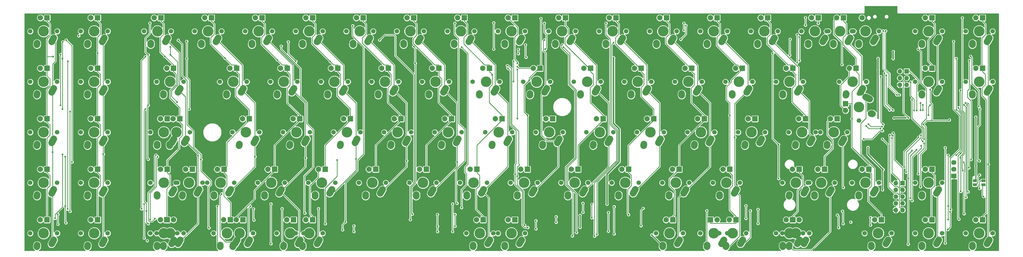
<source format=gtl>
G04 #@! TF.FileFunction,Copper,L1,Top,Signal*
%FSLAX46Y46*%
G04 Gerber Fmt 4.6, Leading zero omitted, Abs format (unit mm)*
G04 Created by KiCad (PCBNEW 4.0.3-stable) date Saturday, December 24, 2016 'PMt' 05:52:02 PM*
%MOMM*%
%LPD*%
G01*
G04 APERTURE LIST*
%ADD10C,0.150000*%
%ADD11C,0.600000*%
%ADD12C,3.987810*%
%ADD13C,1.701810*%
%ADD14C,2.500000*%
%ADD15R,2.000000X2.000000*%
%ADD16C,2.000000*%
%ADD17R,1.600000X1.000000*%
%ADD18R,2.032000X1.727200*%
%ADD19O,2.032000X1.727200*%
%ADD20R,1.727200X1.727200*%
%ADD21O,1.727200X1.727200*%
%ADD22C,0.685800*%
%ADD23C,0.203200*%
%ADD24C,0.254000*%
%ADD25C,0.381000*%
%ADD26C,0.508000*%
G04 APERTURE END LIST*
D10*
D11*
X355346000Y-90170000D03*
X307213000Y-87249000D03*
X251460000Y-95377000D03*
X377825000Y-37084000D03*
X353314000Y-74676000D03*
X363474000Y-51562000D03*
X366776000Y-43688000D03*
X348742000Y-36195000D03*
X375920000Y-78994000D03*
D12*
X347662500Y-85725000D03*
D13*
X352742500Y-85725000D03*
X342582500Y-85725000D03*
D14*
X351472953Y-88265046D02*
X350662047Y-89724954D01*
X345162224Y-90225672D02*
X345122776Y-90804328D01*
D15*
X348932500Y-80645000D03*
D16*
X346392500Y-80645000D03*
D12*
X321468750Y-85725000D03*
D13*
X326548750Y-85725000D03*
X316388750Y-85725000D03*
D14*
X325279203Y-88265046D02*
X324468297Y-89724954D01*
X318968474Y-90225672D02*
X318929026Y-90804328D01*
D15*
X322738750Y-80645000D03*
D16*
X320198750Y-80645000D03*
D12*
X328612500Y-28575000D03*
D13*
X333692500Y-28575000D03*
X323532500Y-28575000D03*
D14*
X332422953Y-31115046D02*
X331612047Y-32574954D01*
X326112224Y-33075672D02*
X326072776Y-33654328D01*
D15*
X329882500Y-23495000D03*
D16*
X327342500Y-23495000D03*
D11*
X385826000Y-36830000D03*
X247904000Y-70866000D03*
X273812000Y-71374000D03*
X350774000Y-56642000D03*
X349250000Y-43434000D03*
X383032000Y-49530000D03*
X387858000Y-49784000D03*
X391795000Y-54610000D03*
X396240000Y-66675000D03*
X396240000Y-100965000D03*
X368935000Y-93345000D03*
X381000000Y-109855000D03*
X307213000Y-37211000D03*
X231267000Y-37465000D03*
X222377000Y-57150000D03*
X214503000Y-72263000D03*
X192405000Y-45720000D03*
X196215000Y-45720000D03*
X196215000Y-57785000D03*
X172720000Y-57785000D03*
X191770000Y-57785000D03*
X158115000Y-78740000D03*
X90170000Y-73025000D03*
X97790000Y-94615000D03*
X128905000Y-83185000D03*
X204470000Y-24765000D03*
X354457000Y-59182000D03*
X373507000Y-64643000D03*
X374269000Y-74930000D03*
X361188000Y-77089000D03*
X89662000Y-102997000D03*
X63817500Y-89789000D03*
X64389000Y-41275000D03*
X64389000Y-68707000D03*
X77216000Y-87439500D03*
X78486000Y-80010000D03*
X78486000Y-70548500D03*
X78803500Y-60642500D03*
X78803500Y-49720500D03*
D12*
X83343750Y-66675000D03*
D13*
X88423750Y-66675000D03*
X78263750Y-66675000D03*
D14*
X87154203Y-69215046D02*
X86343297Y-70674954D01*
X80843474Y-71175672D02*
X80804026Y-71754328D01*
D15*
X84613750Y-61595000D03*
D16*
X82073750Y-61595000D03*
D11*
X163195000Y-57785000D03*
X124460000Y-57150000D03*
X78740000Y-41275000D03*
X34290000Y-44450000D03*
X33655000Y-24765000D03*
X45720000Y-26670000D03*
X34290000Y-102870000D03*
X53340000Y-93980000D03*
X53340000Y-79375000D03*
X53340000Y-57150000D03*
X280035000Y-106680000D03*
X366776000Y-37084000D03*
X342900000Y-25400000D03*
X377825000Y-26035000D03*
X395605000Y-36195000D03*
X381000000Y-63500000D03*
X381000000Y-60960000D03*
X379730000Y-57785000D03*
X380365000Y-71755000D03*
X373380000Y-69850000D03*
X365760000Y-63500000D03*
X332740000Y-57785000D03*
X325755000Y-29845000D03*
X306705000Y-57150000D03*
X258445000Y-57785000D03*
X182880000Y-57785000D03*
X190500000Y-106045000D03*
X153035000Y-106680000D03*
X96520000Y-106680000D03*
X114935000Y-85725000D03*
X133350000Y-85725000D03*
X153035000Y-85725000D03*
X171450000Y-85725000D03*
X190500000Y-85725000D03*
X209550000Y-85725000D03*
X228600000Y-85725000D03*
X285750000Y-87122000D03*
X266700000Y-87122000D03*
X266700000Y-109728000D03*
X221996000Y-109347000D03*
X247650000Y-99187000D03*
X235585000Y-107315000D03*
X242887500Y-95885000D03*
X391160000Y-72644000D03*
D12*
X38100000Y-28575000D03*
D13*
X43180000Y-28575000D03*
X33020000Y-28575000D03*
D14*
X41910453Y-31115046D02*
X41099547Y-32574954D01*
X35599724Y-33075672D02*
X35560276Y-33654328D01*
D15*
X39370000Y-23495000D03*
D16*
X36830000Y-23495000D03*
D12*
X57150000Y-28575000D03*
D13*
X62230000Y-28575000D03*
X52070000Y-28575000D03*
D14*
X60960453Y-31115046D02*
X60149547Y-32574954D01*
X54649724Y-33075672D02*
X54610276Y-33654328D01*
D15*
X58420000Y-23495000D03*
D16*
X55880000Y-23495000D03*
D12*
X80962500Y-28575000D03*
D13*
X86042500Y-28575000D03*
X75882500Y-28575000D03*
D14*
X84772953Y-31115046D02*
X83962047Y-32574954D01*
X78462224Y-33075672D02*
X78422776Y-33654328D01*
D15*
X82232500Y-23495000D03*
D16*
X79692500Y-23495000D03*
D12*
X100012500Y-28575000D03*
D13*
X105092500Y-28575000D03*
X94932500Y-28575000D03*
D14*
X103822953Y-31115046D02*
X103012047Y-32574954D01*
X97512224Y-33075672D02*
X97472776Y-33654328D01*
D15*
X101282500Y-23495000D03*
D16*
X98742500Y-23495000D03*
D12*
X119062500Y-28575000D03*
D13*
X124142500Y-28575000D03*
X113982500Y-28575000D03*
D14*
X122872953Y-31115046D02*
X122062047Y-32574954D01*
X116562224Y-33075672D02*
X116522776Y-33654328D01*
D15*
X120332500Y-23495000D03*
D16*
X117792500Y-23495000D03*
D12*
X138112500Y-28575000D03*
D13*
X143192500Y-28575000D03*
X133032500Y-28575000D03*
D14*
X141922953Y-31115046D02*
X141112047Y-32574954D01*
X135612224Y-33075672D02*
X135572776Y-33654328D01*
D15*
X139382500Y-23495000D03*
D16*
X136842500Y-23495000D03*
D12*
X157162500Y-28575000D03*
D13*
X162242500Y-28575000D03*
X152082500Y-28575000D03*
D14*
X160972953Y-31115046D02*
X160162047Y-32574954D01*
X154662224Y-33075672D02*
X154622776Y-33654328D01*
D15*
X158432500Y-23495000D03*
D16*
X155892500Y-23495000D03*
D12*
X176212500Y-28575000D03*
D13*
X181292500Y-28575000D03*
X171132500Y-28575000D03*
D14*
X180022953Y-31115046D02*
X179212047Y-32574954D01*
X173712224Y-33075672D02*
X173672776Y-33654328D01*
D15*
X177482500Y-23495000D03*
D16*
X174942500Y-23495000D03*
D12*
X195262500Y-28575000D03*
D13*
X200342500Y-28575000D03*
X190182500Y-28575000D03*
D14*
X199072953Y-31115046D02*
X198262047Y-32574954D01*
X192762224Y-33075672D02*
X192722776Y-33654328D01*
D15*
X196532500Y-23495000D03*
D16*
X193992500Y-23495000D03*
D12*
X214312500Y-28575000D03*
D13*
X219392500Y-28575000D03*
X209232500Y-28575000D03*
D14*
X218122953Y-31115046D02*
X217312047Y-32574954D01*
X211812224Y-33075672D02*
X211772776Y-33654328D01*
D15*
X215582500Y-23495000D03*
D16*
X213042500Y-23495000D03*
D12*
X233362500Y-28575000D03*
D13*
X238442500Y-28575000D03*
X228282500Y-28575000D03*
D14*
X237172953Y-31115046D02*
X236362047Y-32574954D01*
X230862224Y-33075672D02*
X230822776Y-33654328D01*
D15*
X234632500Y-23495000D03*
D16*
X232092500Y-23495000D03*
D12*
X252412500Y-28575000D03*
D13*
X257492500Y-28575000D03*
X247332500Y-28575000D03*
D14*
X256222953Y-31115046D02*
X255412047Y-32574954D01*
X249912224Y-33075672D02*
X249872776Y-33654328D01*
D15*
X253682500Y-23495000D03*
D16*
X251142500Y-23495000D03*
D12*
X271462500Y-28575000D03*
D13*
X276542500Y-28575000D03*
X266382500Y-28575000D03*
D14*
X275272953Y-31115046D02*
X274462047Y-32574954D01*
X268962224Y-33075672D02*
X268922776Y-33654328D01*
D15*
X272732500Y-23495000D03*
D16*
X270192500Y-23495000D03*
D12*
X290512500Y-28575000D03*
D13*
X295592500Y-28575000D03*
X285432500Y-28575000D03*
D14*
X294322953Y-31115046D02*
X293512047Y-32574954D01*
X288012224Y-33075672D02*
X287972776Y-33654328D01*
D15*
X291782500Y-23495000D03*
D16*
X289242500Y-23495000D03*
D12*
X309562500Y-28575000D03*
D13*
X314642500Y-28575000D03*
X304482500Y-28575000D03*
D14*
X313372953Y-31115046D02*
X312562047Y-32574954D01*
X307062224Y-33075672D02*
X307022776Y-33654328D01*
D15*
X310832500Y-23495000D03*
D16*
X308292500Y-23495000D03*
D12*
X338137500Y-28575000D03*
D13*
X343217500Y-28575000D03*
X333057500Y-28575000D03*
D14*
X341947953Y-31115046D02*
X341137047Y-32574954D01*
X335637224Y-33075672D02*
X335597776Y-33654328D01*
D15*
X339407500Y-23495000D03*
D16*
X336867500Y-23495000D03*
D12*
X371475000Y-28575000D03*
D13*
X376555000Y-28575000D03*
X366395000Y-28575000D03*
D14*
X375285453Y-31115046D02*
X374474547Y-32574954D01*
X368974724Y-33075672D02*
X368935276Y-33654328D01*
D15*
X372745000Y-23495000D03*
D16*
X370205000Y-23495000D03*
D12*
X390525000Y-28575000D03*
D13*
X395605000Y-28575000D03*
X385445000Y-28575000D03*
D14*
X394335453Y-31115046D02*
X393524547Y-32574954D01*
X388024724Y-33075672D02*
X387985276Y-33654328D01*
D15*
X391795000Y-23495000D03*
D16*
X389255000Y-23495000D03*
D12*
X38100000Y-47625000D03*
D13*
X43180000Y-47625000D03*
X33020000Y-47625000D03*
D14*
X41910453Y-50165046D02*
X41099547Y-51624954D01*
X35599724Y-52125672D02*
X35560276Y-52704328D01*
D15*
X39370000Y-42545000D03*
D16*
X36830000Y-42545000D03*
D12*
X57150000Y-47625000D03*
D13*
X62230000Y-47625000D03*
X52070000Y-47625000D03*
D14*
X60960453Y-50165046D02*
X60149547Y-51624954D01*
X54649724Y-52125672D02*
X54610276Y-52704328D01*
D15*
X58420000Y-42545000D03*
D16*
X55880000Y-42545000D03*
D12*
X85725000Y-47625000D03*
D13*
X90805000Y-47625000D03*
X80645000Y-47625000D03*
D14*
X89535453Y-50165046D02*
X88724547Y-51624954D01*
X83224724Y-52125672D02*
X83185276Y-52704328D01*
D15*
X86995000Y-42545000D03*
D16*
X84455000Y-42545000D03*
D12*
X109537500Y-47625000D03*
D13*
X114617500Y-47625000D03*
X104457500Y-47625000D03*
D14*
X113347953Y-50165046D02*
X112537047Y-51624954D01*
X107037224Y-52125672D02*
X106997776Y-52704328D01*
D15*
X110807500Y-42545000D03*
D16*
X108267500Y-42545000D03*
D12*
X128587500Y-47625000D03*
D13*
X133667500Y-47625000D03*
X123507500Y-47625000D03*
D14*
X132397953Y-50165046D02*
X131587047Y-51624954D01*
X126087224Y-52125672D02*
X126047776Y-52704328D01*
D15*
X129857500Y-42545000D03*
D16*
X127317500Y-42545000D03*
D12*
X147637500Y-47625000D03*
D13*
X152717500Y-47625000D03*
X142557500Y-47625000D03*
D14*
X151447953Y-50165046D02*
X150637047Y-51624954D01*
X145137224Y-52125672D02*
X145097776Y-52704328D01*
D15*
X148907500Y-42545000D03*
D16*
X146367500Y-42545000D03*
D12*
X166687500Y-47625000D03*
D13*
X171767500Y-47625000D03*
X161607500Y-47625000D03*
D14*
X170497953Y-50165046D02*
X169687047Y-51624954D01*
X164187224Y-52125672D02*
X164147776Y-52704328D01*
D15*
X167957500Y-42545000D03*
D16*
X165417500Y-42545000D03*
D12*
X185737500Y-47625000D03*
D13*
X190817500Y-47625000D03*
X180657500Y-47625000D03*
D14*
X189547953Y-50165046D02*
X188737047Y-51624954D01*
X183237224Y-52125672D02*
X183197776Y-52704328D01*
D15*
X187007500Y-42545000D03*
D16*
X184467500Y-42545000D03*
D12*
X204787500Y-47625000D03*
D13*
X209867500Y-47625000D03*
X199707500Y-47625000D03*
D14*
X208597953Y-50165046D02*
X207787047Y-51624954D01*
X202287224Y-52125672D02*
X202247776Y-52704328D01*
D15*
X206057500Y-42545000D03*
D16*
X203517500Y-42545000D03*
D12*
X223837500Y-47625000D03*
D13*
X228917500Y-47625000D03*
X218757500Y-47625000D03*
D14*
X227647953Y-50165046D02*
X226837047Y-51624954D01*
X221337224Y-52125672D02*
X221297776Y-52704328D01*
D15*
X225107500Y-42545000D03*
D16*
X222567500Y-42545000D03*
D12*
X242887500Y-47625000D03*
D13*
X247967500Y-47625000D03*
X237807500Y-47625000D03*
D14*
X246697953Y-50165046D02*
X245887047Y-51624954D01*
X240387224Y-52125672D02*
X240347776Y-52704328D01*
D15*
X244157500Y-42545000D03*
D16*
X241617500Y-42545000D03*
D12*
X261937500Y-47625000D03*
D13*
X267017500Y-47625000D03*
X256857500Y-47625000D03*
D14*
X265747953Y-50165046D02*
X264937047Y-51624954D01*
X259437224Y-52125672D02*
X259397776Y-52704328D01*
D15*
X263207500Y-42545000D03*
D16*
X260667500Y-42545000D03*
D12*
X280987500Y-47625000D03*
D13*
X286067500Y-47625000D03*
X275907500Y-47625000D03*
D14*
X284797953Y-50165046D02*
X283987047Y-51624954D01*
X278487224Y-52125672D02*
X278447776Y-52704328D01*
D15*
X282257500Y-42545000D03*
D16*
X279717500Y-42545000D03*
D12*
X300037500Y-47625000D03*
D13*
X305117500Y-47625000D03*
X294957500Y-47625000D03*
D14*
X303847953Y-50165046D02*
X303037047Y-51624954D01*
X297537224Y-52125672D02*
X297497776Y-52704328D01*
D15*
X301307500Y-42545000D03*
D16*
X298767500Y-42545000D03*
D12*
X319087500Y-47625000D03*
D13*
X324167500Y-47625000D03*
X314007500Y-47625000D03*
D14*
X322897953Y-50165046D02*
X322087047Y-51624954D01*
X316587224Y-52125672D02*
X316547776Y-52704328D01*
D15*
X320357500Y-42545000D03*
D16*
X317817500Y-42545000D03*
D12*
X342900000Y-47625000D03*
D13*
X347980000Y-47625000D03*
X337820000Y-47625000D03*
D14*
X346710453Y-50165046D02*
X345899547Y-51624954D01*
X340399724Y-52125672D02*
X340360276Y-52704328D01*
D15*
X344170000Y-42545000D03*
D16*
X341630000Y-42545000D03*
D12*
X345281250Y-57150000D03*
D13*
X345281250Y-52070000D03*
X345281250Y-62230000D03*
D14*
X347821296Y-53339547D02*
X349281204Y-54150453D01*
X349781922Y-59650276D02*
X350360578Y-59689724D01*
D15*
X340201250Y-55880000D03*
D16*
X340201250Y-58420000D03*
D12*
X371475000Y-47625000D03*
D13*
X376555000Y-47625000D03*
X366395000Y-47625000D03*
D14*
X375285453Y-50165046D02*
X374474547Y-51624954D01*
X368974724Y-52125672D02*
X368935276Y-52704328D01*
D15*
X372745000Y-42545000D03*
D16*
X370205000Y-42545000D03*
D12*
X390525000Y-47625000D03*
D13*
X395605000Y-47625000D03*
X385445000Y-47625000D03*
D14*
X394335453Y-50165046D02*
X393524547Y-51624954D01*
X388024724Y-52125672D02*
X387985276Y-52704328D01*
D15*
X391795000Y-42545000D03*
D16*
X389255000Y-42545000D03*
D12*
X38100000Y-66675000D03*
D13*
X43180000Y-66675000D03*
X33020000Y-66675000D03*
D14*
X41910453Y-69215046D02*
X41099547Y-70674954D01*
X35599724Y-71175672D02*
X35560276Y-71754328D01*
D15*
X39370000Y-61595000D03*
D16*
X36830000Y-61595000D03*
D12*
X57150000Y-66675000D03*
D13*
X62230000Y-66675000D03*
X52070000Y-66675000D03*
D14*
X60960453Y-69215046D02*
X60149547Y-70674954D01*
X54649724Y-71175672D02*
X54610276Y-71754328D01*
D15*
X58420000Y-61595000D03*
D16*
X55880000Y-61595000D03*
D12*
X88106250Y-66675000D03*
D13*
X93186250Y-66675000D03*
X83026250Y-66675000D03*
D14*
X91916703Y-69215046D02*
X91105797Y-70674954D01*
X85605974Y-71175672D02*
X85566526Y-71754328D01*
D15*
X89376250Y-61595000D03*
D16*
X86836250Y-61595000D03*
D12*
X114300000Y-66675000D03*
D13*
X119380000Y-66675000D03*
X109220000Y-66675000D03*
D14*
X118110453Y-69215046D02*
X117299547Y-70674954D01*
X111799724Y-71175672D02*
X111760276Y-71754328D01*
D15*
X115570000Y-61595000D03*
D16*
X113030000Y-61595000D03*
D12*
X133350000Y-66675000D03*
D13*
X138430000Y-66675000D03*
X128270000Y-66675000D03*
D14*
X137160453Y-69215046D02*
X136349547Y-70674954D01*
X130849724Y-71175672D02*
X130810276Y-71754328D01*
D15*
X134620000Y-61595000D03*
D16*
X132080000Y-61595000D03*
D12*
X152400000Y-66675000D03*
D13*
X157480000Y-66675000D03*
X147320000Y-66675000D03*
D14*
X156210453Y-69215046D02*
X155399547Y-70674954D01*
X149899724Y-71175672D02*
X149860276Y-71754328D01*
D15*
X153670000Y-61595000D03*
D16*
X151130000Y-61595000D03*
D12*
X171450000Y-66675000D03*
D13*
X176530000Y-66675000D03*
X166370000Y-66675000D03*
D14*
X175260453Y-69215046D02*
X174449547Y-70674954D01*
X168949724Y-71175672D02*
X168910276Y-71754328D01*
D15*
X172720000Y-61595000D03*
D16*
X170180000Y-61595000D03*
D12*
X190500000Y-66675000D03*
D13*
X195580000Y-66675000D03*
X185420000Y-66675000D03*
D14*
X194310453Y-69215046D02*
X193499547Y-70674954D01*
X187999724Y-71175672D02*
X187960276Y-71754328D01*
D15*
X191770000Y-61595000D03*
D16*
X189230000Y-61595000D03*
D12*
X209550000Y-66675000D03*
D13*
X214630000Y-66675000D03*
X204470000Y-66675000D03*
D14*
X213360453Y-69215046D02*
X212549547Y-70674954D01*
X207049724Y-71175672D02*
X207010276Y-71754328D01*
D15*
X210820000Y-61595000D03*
D16*
X208280000Y-61595000D03*
D12*
X228600000Y-66675000D03*
D13*
X233680000Y-66675000D03*
X223520000Y-66675000D03*
D14*
X232410453Y-69215046D02*
X231599547Y-70674954D01*
X226099724Y-71175672D02*
X226060276Y-71754328D01*
D15*
X229870000Y-61595000D03*
D16*
X227330000Y-61595000D03*
D12*
X247650000Y-66675000D03*
D13*
X252730000Y-66675000D03*
X242570000Y-66675000D03*
D14*
X251460453Y-69215046D02*
X250649547Y-70674954D01*
X245149724Y-71175672D02*
X245110276Y-71754328D01*
D15*
X248920000Y-61595000D03*
D16*
X246380000Y-61595000D03*
D12*
X266700000Y-66675000D03*
D13*
X271780000Y-66675000D03*
X261620000Y-66675000D03*
D14*
X270510453Y-69215046D02*
X269699547Y-70674954D01*
X264199724Y-71175672D02*
X264160276Y-71754328D01*
D15*
X267970000Y-61595000D03*
D16*
X265430000Y-61595000D03*
D12*
X285750000Y-66675000D03*
D13*
X290830000Y-66675000D03*
X280670000Y-66675000D03*
D14*
X289560453Y-69215046D02*
X288749547Y-70674954D01*
X283249724Y-71175672D02*
X283210276Y-71754328D01*
D15*
X287020000Y-61595000D03*
D16*
X284480000Y-61595000D03*
D12*
X304800000Y-66675000D03*
D13*
X309880000Y-66675000D03*
X299720000Y-66675000D03*
D14*
X308610453Y-69215046D02*
X307799547Y-70674954D01*
X302299724Y-71175672D02*
X302260276Y-71754328D01*
D15*
X306070000Y-61595000D03*
D16*
X303530000Y-61595000D03*
D12*
X335756250Y-66675000D03*
D13*
X340836250Y-66675000D03*
X330676250Y-66675000D03*
D14*
X339566703Y-69215046D02*
X338755797Y-70674954D01*
X333255974Y-71175672D02*
X333216526Y-71754328D01*
D15*
X337026250Y-61595000D03*
D16*
X334486250Y-61595000D03*
D12*
X323850000Y-66675000D03*
D13*
X328930000Y-66675000D03*
X318770000Y-66675000D03*
D14*
X327660453Y-69215046D02*
X326849547Y-70674954D01*
X321349724Y-71175672D02*
X321310276Y-71754328D01*
D15*
X325120000Y-61595000D03*
D16*
X322580000Y-61595000D03*
D12*
X38100000Y-85725000D03*
D13*
X43180000Y-85725000D03*
X33020000Y-85725000D03*
D14*
X41910453Y-88265046D02*
X41099547Y-89724954D01*
X35599724Y-90225672D02*
X35560276Y-90804328D01*
D15*
X39370000Y-80645000D03*
D16*
X36830000Y-80645000D03*
D12*
X57150000Y-85725000D03*
D13*
X62230000Y-85725000D03*
X52070000Y-85725000D03*
D14*
X60960453Y-88265046D02*
X60149547Y-89724954D01*
X54649724Y-90225672D02*
X54610276Y-90804328D01*
D15*
X58420000Y-80645000D03*
D16*
X55880000Y-80645000D03*
D12*
X92868750Y-85725000D03*
D13*
X97948750Y-85725000D03*
X87788750Y-85725000D03*
D14*
X96679203Y-88265046D02*
X95868297Y-89724954D01*
X90368474Y-90225672D02*
X90329026Y-90804328D01*
D15*
X94138750Y-80645000D03*
D16*
X91598750Y-80645000D03*
D12*
X83343750Y-85725000D03*
D13*
X88423750Y-85725000D03*
X78263750Y-85725000D03*
D14*
X87154203Y-88265046D02*
X86343297Y-89724954D01*
X80843474Y-90225672D02*
X80804026Y-90804328D01*
D15*
X84613750Y-80645000D03*
D16*
X82073750Y-80645000D03*
D12*
X104775000Y-85725000D03*
D13*
X109855000Y-85725000D03*
X99695000Y-85725000D03*
D14*
X108585453Y-88265046D02*
X107774547Y-89724954D01*
X102274724Y-90225672D02*
X102235276Y-90804328D01*
D15*
X106045000Y-80645000D03*
D16*
X103505000Y-80645000D03*
D12*
X123825000Y-85725000D03*
D13*
X128905000Y-85725000D03*
X118745000Y-85725000D03*
D14*
X127635453Y-88265046D02*
X126824547Y-89724954D01*
X121324724Y-90225672D02*
X121285276Y-90804328D01*
D15*
X125095000Y-80645000D03*
D16*
X122555000Y-80645000D03*
D12*
X142875000Y-85725000D03*
D13*
X147955000Y-85725000D03*
X137795000Y-85725000D03*
D14*
X146685453Y-88265046D02*
X145874547Y-89724954D01*
X140374724Y-90225672D02*
X140335276Y-90804328D01*
D15*
X144145000Y-80645000D03*
D16*
X141605000Y-80645000D03*
D12*
X161925000Y-85725000D03*
D13*
X167005000Y-85725000D03*
X156845000Y-85725000D03*
D14*
X165735453Y-88265046D02*
X164924547Y-89724954D01*
X159424724Y-90225672D02*
X159385276Y-90804328D01*
D15*
X163195000Y-80645000D03*
D16*
X160655000Y-80645000D03*
D12*
X180975000Y-85725000D03*
D13*
X186055000Y-85725000D03*
X175895000Y-85725000D03*
D14*
X184785453Y-88265046D02*
X183974547Y-89724954D01*
X178474724Y-90225672D02*
X178435276Y-90804328D01*
D15*
X182245000Y-80645000D03*
D16*
X179705000Y-80645000D03*
D12*
X200025000Y-85725000D03*
D13*
X205105000Y-85725000D03*
X194945000Y-85725000D03*
D14*
X203835453Y-88265046D02*
X203024547Y-89724954D01*
X197524724Y-90225672D02*
X197485276Y-90804328D01*
D15*
X201295000Y-80645000D03*
D16*
X198755000Y-80645000D03*
D12*
X219075000Y-85725000D03*
D13*
X224155000Y-85725000D03*
X213995000Y-85725000D03*
D14*
X222885453Y-88265046D02*
X222074547Y-89724954D01*
X216574724Y-90225672D02*
X216535276Y-90804328D01*
D15*
X220345000Y-80645000D03*
D16*
X217805000Y-80645000D03*
D12*
X238125000Y-85725000D03*
D13*
X243205000Y-85725000D03*
X233045000Y-85725000D03*
D14*
X241935453Y-88265046D02*
X241124547Y-89724954D01*
X235624724Y-90225672D02*
X235585276Y-90804328D01*
D15*
X239395000Y-80645000D03*
D16*
X236855000Y-80645000D03*
D12*
X257175000Y-85725000D03*
D13*
X262255000Y-85725000D03*
X252095000Y-85725000D03*
D14*
X260985453Y-88265046D02*
X260174547Y-89724954D01*
X254674724Y-90225672D02*
X254635276Y-90804328D01*
D15*
X258445000Y-80645000D03*
D16*
X255905000Y-80645000D03*
D12*
X276225000Y-85725000D03*
D13*
X281305000Y-85725000D03*
X271145000Y-85725000D03*
D14*
X280035453Y-88265046D02*
X279224547Y-89724954D01*
X273724724Y-90225672D02*
X273685276Y-90804328D01*
D15*
X277495000Y-80645000D03*
D16*
X274955000Y-80645000D03*
D12*
X295275000Y-85725000D03*
D13*
X300355000Y-85725000D03*
X290195000Y-85725000D03*
D14*
X299085453Y-88265046D02*
X298274547Y-89724954D01*
X292774724Y-90225672D02*
X292735276Y-90804328D01*
D15*
X296545000Y-80645000D03*
D16*
X294005000Y-80645000D03*
D12*
X330993750Y-85725000D03*
D13*
X336073750Y-85725000D03*
X325913750Y-85725000D03*
D14*
X334804203Y-88265046D02*
X333993297Y-89724954D01*
X328493474Y-90225672D02*
X328454026Y-90804328D01*
D15*
X332263750Y-80645000D03*
D16*
X329723750Y-80645000D03*
D12*
X371475000Y-85725000D03*
D13*
X376555000Y-85725000D03*
X366395000Y-85725000D03*
D14*
X375285453Y-88265046D02*
X374474547Y-89724954D01*
X368974724Y-90225672D02*
X368935276Y-90804328D01*
D15*
X372745000Y-80645000D03*
D16*
X370205000Y-80645000D03*
D12*
X38100000Y-104775000D03*
D13*
X43180000Y-104775000D03*
X33020000Y-104775000D03*
D14*
X41910453Y-107315046D02*
X41099547Y-108774954D01*
X35599724Y-109275672D02*
X35560276Y-109854328D01*
D15*
X39370000Y-99695000D03*
D16*
X36830000Y-99695000D03*
D12*
X57150000Y-104775000D03*
D13*
X62230000Y-104775000D03*
X52070000Y-104775000D03*
D14*
X60960453Y-107315046D02*
X60149547Y-108774954D01*
X54649724Y-109275672D02*
X54610276Y-109854328D01*
D15*
X58420000Y-99695000D03*
D16*
X55880000Y-99695000D03*
D12*
X83343750Y-104775000D03*
D13*
X88423750Y-104775000D03*
X78263750Y-104775000D03*
D14*
X87154203Y-107315046D02*
X86343297Y-108774954D01*
X80843474Y-109275672D02*
X80804026Y-109854328D01*
D15*
X84613750Y-99695000D03*
D16*
X82073750Y-99695000D03*
D12*
X107156250Y-104775000D03*
D13*
X112236250Y-104775000D03*
X102076250Y-104775000D03*
D14*
X110966703Y-107315046D02*
X110155797Y-108774954D01*
X104655974Y-109275672D02*
X104616526Y-109854328D01*
D15*
X108426250Y-99695000D03*
D16*
X105886250Y-99695000D03*
D12*
X111918750Y-104775000D03*
D13*
X116998750Y-104775000D03*
X106838750Y-104775000D03*
D14*
X115729203Y-107315046D02*
X114918297Y-108774954D01*
X109418474Y-109275672D02*
X109379026Y-109854328D01*
D15*
X113188750Y-99695000D03*
D16*
X110648750Y-99695000D03*
D12*
X130968750Y-104775000D03*
D13*
X136048750Y-104775000D03*
X125888750Y-104775000D03*
D14*
X134779203Y-107315046D02*
X133968297Y-108774954D01*
X128468474Y-109275672D02*
X128429026Y-109854328D01*
D15*
X132238750Y-99695000D03*
D16*
X129698750Y-99695000D03*
D12*
X138112500Y-104775000D03*
D13*
X143192500Y-104775000D03*
X133032500Y-104775000D03*
D14*
X141922953Y-107315046D02*
X141112047Y-108774954D01*
X135612224Y-109275672D02*
X135572776Y-109854328D01*
D15*
X139382500Y-99695000D03*
D16*
X136842500Y-99695000D03*
D12*
X202406250Y-104775000D03*
D13*
X207486250Y-104775000D03*
X197326250Y-104775000D03*
D14*
X206216703Y-107315046D02*
X205405797Y-108774954D01*
X199905974Y-109275672D02*
X199866526Y-109854328D01*
D15*
X203676250Y-99695000D03*
D16*
X201136250Y-99695000D03*
D12*
X214312500Y-104775000D03*
D13*
X219392500Y-104775000D03*
X209232500Y-104775000D03*
D14*
X218122953Y-107315046D02*
X217312047Y-108774954D01*
X211812224Y-109275672D02*
X211772776Y-109854328D01*
D15*
X215582500Y-99695000D03*
D16*
X213042500Y-99695000D03*
D12*
X273843750Y-104775000D03*
D13*
X278923750Y-104775000D03*
X268763750Y-104775000D03*
D14*
X277654203Y-107315046D02*
X276843297Y-108774954D01*
X271343474Y-109275672D02*
X271304026Y-109854328D01*
D15*
X275113750Y-99695000D03*
D16*
X272573750Y-99695000D03*
D12*
X297656250Y-104775000D03*
D13*
X302736250Y-104775000D03*
X292576250Y-104775000D03*
D14*
X301466703Y-107315046D02*
X300655797Y-108774954D01*
X295155974Y-109275672D02*
X295116526Y-109854328D01*
D15*
X298926250Y-99695000D03*
D16*
X296386250Y-99695000D03*
D12*
X319087500Y-104775000D03*
D13*
X324167500Y-104775000D03*
X314007500Y-104775000D03*
D14*
X322897953Y-107315046D02*
X322087047Y-108774954D01*
X316587224Y-109275672D02*
X316547776Y-109854328D01*
D15*
X320357500Y-99695000D03*
D16*
X317817500Y-99695000D03*
D12*
X352425000Y-104775000D03*
D13*
X357505000Y-104775000D03*
X347345000Y-104775000D03*
D14*
X356235453Y-107315046D02*
X355424547Y-108774954D01*
X349924724Y-109275672D02*
X349885276Y-109854328D01*
D15*
X353695000Y-99695000D03*
D16*
X351155000Y-99695000D03*
D12*
X371475000Y-104775000D03*
D13*
X376555000Y-104775000D03*
X366395000Y-104775000D03*
D14*
X375285453Y-107315046D02*
X374474547Y-108774954D01*
X368974724Y-109275672D02*
X368935276Y-109854328D01*
D15*
X372745000Y-99695000D03*
D16*
X370205000Y-99695000D03*
D12*
X390525000Y-104775000D03*
D13*
X395605000Y-104775000D03*
X385445000Y-104775000D03*
D14*
X394335453Y-107315046D02*
X393524547Y-108774954D01*
X388024724Y-109275672D02*
X387985276Y-109854328D01*
D15*
X391795000Y-99695000D03*
D16*
X389255000Y-99695000D03*
D12*
X85725000Y-104775000D03*
D13*
X90805000Y-104775000D03*
X80645000Y-104775000D03*
D14*
X88724547Y-108774954D02*
X89535453Y-107315046D01*
X83185276Y-109854328D02*
X83224724Y-109275672D01*
D16*
X86995000Y-99695000D03*
D15*
X84455000Y-99695000D03*
D12*
X290512500Y-104775000D03*
D13*
X295592500Y-104775000D03*
X285432500Y-104775000D03*
D14*
X293512047Y-108774954D02*
X294322953Y-107315046D01*
X287972776Y-109854328D02*
X288012224Y-109275672D01*
D16*
X291782500Y-99695000D03*
D15*
X289242500Y-99695000D03*
D12*
X321468750Y-104775000D03*
D13*
X326548750Y-104775000D03*
X316388750Y-104775000D03*
D14*
X324468297Y-108774954D02*
X325279203Y-107315046D01*
X318929026Y-109854328D02*
X318968474Y-109275672D01*
D16*
X322738750Y-99695000D03*
D15*
X320198750Y-99695000D03*
D17*
X388925000Y-84975000D03*
X388925000Y-86475000D03*
X392125000Y-84975000D03*
X392125000Y-86475000D03*
D11*
X357568500Y-62928500D03*
D18*
X381000000Y-83185000D03*
D19*
X381000000Y-80645000D03*
X381000000Y-78105000D03*
D12*
X347662500Y-28575000D03*
D13*
X352742500Y-28575000D03*
X342582500Y-28575000D03*
D14*
X350662047Y-32574954D02*
X351472953Y-31115046D01*
X345122776Y-33654328D02*
X345162224Y-33075672D01*
D16*
X346392500Y-23495000D03*
D20*
X361696000Y-85852000D03*
D21*
X359156000Y-85852000D03*
X361696000Y-88392000D03*
X359156000Y-88392000D03*
X361696000Y-90932000D03*
X359156000Y-90932000D03*
X361696000Y-93472000D03*
X359156000Y-93472000D03*
X361696000Y-96012000D03*
X359156000Y-96012000D03*
D20*
X363220000Y-43688000D03*
D21*
X360680000Y-43688000D03*
X363220000Y-46228000D03*
X360680000Y-46228000D03*
X363220000Y-48768000D03*
X360680000Y-48768000D03*
D22*
X226699073Y-25564471D03*
X227080000Y-35310000D03*
X207645000Y-25400000D03*
X207645000Y-35310000D03*
X367538000Y-35310000D03*
X369760500Y-69278500D03*
X365188500Y-54356000D03*
X369252500Y-70104000D03*
X367588800Y-82296000D03*
X312755699Y-36871627D03*
X314960000Y-84124800D03*
X314934600Y-71281400D03*
X369760500Y-70929500D03*
X368688770Y-71717186D03*
X365252000Y-92460000D03*
X75946000Y-93726000D03*
X75946000Y-106553000D03*
X77089000Y-107569000D03*
X192151000Y-104140000D03*
X192151000Y-93726000D03*
X123698000Y-108712000D03*
X123698000Y-93726000D03*
X377736106Y-108458000D03*
X377736106Y-72478894D03*
X115951000Y-94615000D03*
X103505000Y-94615000D03*
X141605000Y-95504000D03*
X127889000Y-95504000D03*
X267168750Y-105410000D03*
X304292000Y-96219792D03*
X287909000Y-96219792D03*
X41505000Y-74168000D03*
X60555000Y-74930000D03*
X96273750Y-75438000D03*
X105156000Y-89916000D03*
X117705000Y-75882500D03*
X136755000Y-76390500D03*
X155795959Y-76719166D03*
X174855000Y-77406500D03*
X193905000Y-77914500D03*
X354838000Y-44386500D03*
X356806500Y-58293000D03*
X226723246Y-31849034D03*
X358013000Y-58293000D03*
X355600000Y-45275500D03*
X353441000Y-45720000D03*
X354266500Y-63690500D03*
X348834149Y-63586349D03*
X353979304Y-64550859D03*
X347936476Y-64259605D03*
X353388005Y-65328220D03*
X298450000Y-68580000D03*
X347026215Y-69210950D03*
X354076000Y-66103500D03*
X339344000Y-87490810D03*
X364540800Y-91567000D03*
X366880235Y-73257504D03*
X363791500Y-84061878D03*
X365221119Y-73574992D03*
X363791500Y-108902500D03*
X223012000Y-38671500D03*
X212979000Y-43561000D03*
X212979000Y-46228000D03*
X354076000Y-88392000D03*
X358114233Y-38886178D03*
X358140000Y-36195000D03*
X352448468Y-43180000D03*
X252806200Y-38531800D03*
X250308800Y-93802200D03*
X348615000Y-72378196D03*
X354330000Y-80772000D03*
X352448468Y-61310000D03*
X352425001Y-38798489D03*
X389255000Y-79375000D03*
X240157000Y-102552500D03*
X358378000Y-61310000D03*
X362839000Y-61214000D03*
X389255000Y-60960000D03*
X240157000Y-98044000D03*
X359527988Y-52587009D03*
X354393500Y-28448000D03*
X360426000Y-52578000D03*
X355282500Y-28448000D03*
X367027108Y-58415960D03*
X363855000Y-61214000D03*
X364744000Y-47752000D03*
X366014000Y-58420000D03*
X368427000Y-87249000D03*
X372110000Y-50546000D03*
X379285500Y-62039500D03*
X369443000Y-63690500D03*
X216481149Y-83261200D03*
X363042200Y-81762600D03*
X368601346Y-67732704D03*
X219329000Y-101727000D03*
X212725000Y-41529000D03*
X215709737Y-82448400D03*
X362305600Y-79756000D03*
X367726012Y-68536583D03*
X220472000Y-102616000D03*
X212979000Y-42545000D03*
X390652000Y-82804000D03*
X386658645Y-80070071D03*
X385381500Y-55626000D03*
X368427000Y-55626000D03*
X368427000Y-58356500D03*
X392176000Y-90932000D03*
X385572000Y-91186000D03*
X384746500Y-56324500D03*
X369316000Y-56324500D03*
X369316000Y-58356500D03*
X390652000Y-87884000D03*
X386334000Y-89154000D03*
X371403008Y-60199985D03*
X385984749Y-56324500D03*
X372110000Y-56388000D03*
X219819079Y-38377851D03*
X219583000Y-33655000D03*
X215138000Y-39878000D03*
X215138000Y-47498000D03*
X244602000Y-93853000D03*
X244602000Y-98933000D03*
X216916000Y-35369500D03*
X216916000Y-37020500D03*
X41654017Y-38115722D03*
X207111606Y-45085000D03*
X58420000Y-36830000D03*
X83740500Y-38036500D03*
X106383725Y-38735000D03*
X126096017Y-39370000D03*
X146050000Y-40005000D03*
X393930000Y-78740000D03*
X383501890Y-50863500D03*
X383406639Y-76183817D03*
X383603500Y-88963500D03*
X338836000Y-41148000D03*
X216535000Y-40640000D03*
X384340101Y-81114899D03*
X384175000Y-23495000D03*
X216535000Y-41910000D03*
X329882500Y-25590500D03*
X342580478Y-61544200D03*
X216535000Y-61468000D03*
X216535000Y-43053000D03*
X325056500Y-26289000D03*
X325056500Y-23431500D03*
X296545000Y-60325000D03*
X258445000Y-97790000D03*
X221004140Y-47117000D03*
X220345000Y-60325000D03*
X225425000Y-23749000D03*
X78105000Y-25491951D03*
X77470000Y-37465000D03*
X77470000Y-56515000D03*
X77470000Y-76835000D03*
X241236500Y-96872500D03*
X241236500Y-93472000D03*
X192976500Y-25563005D03*
X193802000Y-93472000D03*
X339044065Y-96446848D03*
X339242400Y-101193600D03*
X302651643Y-94349407D03*
X381889000Y-38850000D03*
X381889000Y-75311000D03*
X382016000Y-58166000D03*
X378841000Y-75311000D03*
X302641000Y-99187000D03*
X342138000Y-100584000D03*
X378841000Y-99568000D03*
X378841000Y-94488000D03*
X307200207Y-95778185D03*
X383536289Y-74606653D03*
X382651000Y-57404000D03*
X382905000Y-99441000D03*
X263136339Y-101908250D03*
X263906000Y-95377000D03*
X307213000Y-101092000D03*
X349598329Y-98808085D03*
X349580200Y-101701600D03*
X390551000Y-77470000D03*
X390779000Y-57912000D03*
X384810000Y-97409000D03*
X384810000Y-77978000D03*
X337062218Y-97884603D03*
X337566000Y-102641400D03*
X379756179Y-95821511D03*
X380873000Y-32385000D03*
X250825000Y-104013000D03*
X379595315Y-96689390D03*
X250825000Y-96901000D03*
X378714000Y-103378000D03*
X252984000Y-105029000D03*
X252984000Y-94742000D03*
X238823500Y-104457500D03*
X233934000Y-34544000D03*
X252816743Y-32893000D03*
X246507000Y-105156000D03*
X322707000Y-30734000D03*
X322780222Y-39653992D03*
X386842000Y-39624000D03*
X280035000Y-26416000D03*
X278123000Y-31623000D03*
X387477000Y-76962000D03*
X249936000Y-25527000D03*
X321945000Y-40386000D03*
X321945000Y-29845000D03*
X245618000Y-105854500D03*
X319309245Y-31584735D03*
X319134847Y-37601484D03*
X233426000Y-33655000D03*
X237236000Y-105791000D03*
X387248000Y-37973000D03*
X279273000Y-25527000D03*
X279273000Y-28194000D03*
X390398000Y-56896000D03*
X80374300Y-75238871D03*
X80010000Y-99272068D03*
X176212500Y-99645149D03*
X164655500Y-31877000D03*
X45161200Y-75023758D03*
X42367200Y-99110800D03*
X223520000Y-100076000D03*
X223520000Y-103124000D03*
X154500000Y-26500000D03*
X80985246Y-75933129D03*
X78168500Y-99568000D03*
X46205225Y-75914809D03*
X46457000Y-100838000D03*
X46228000Y-94488000D03*
X151752696Y-100478007D03*
X150690828Y-103468324D03*
X97384866Y-76898500D03*
X100393500Y-102743000D03*
X88773000Y-31940500D03*
X186420361Y-97667504D03*
X186436000Y-104140000D03*
X154940000Y-101969000D03*
X154940000Y-104140000D03*
X186436000Y-102108000D03*
X231140000Y-98552000D03*
X231140000Y-100625000D03*
X48780504Y-77900398D03*
X144171600Y-101190022D03*
X148653500Y-77152500D03*
X46545500Y-31877000D03*
X193040000Y-97698039D03*
X193040000Y-102108000D03*
X74993500Y-95567500D03*
X76390500Y-38163500D03*
X47180500Y-39878000D03*
X47117000Y-95631000D03*
X117284500Y-99758500D03*
X117094000Y-95567500D03*
X117094000Y-95567500D03*
X76771500Y-96372991D03*
X76390500Y-57912000D03*
X77455156Y-101190083D03*
X48069500Y-58864500D03*
X48006000Y-96520000D03*
X195516500Y-95123000D03*
X195516500Y-34607500D03*
X177519036Y-34316964D03*
X178054000Y-40640000D03*
X92900500Y-57912000D03*
X176974500Y-97536000D03*
X130251200Y-32562800D03*
X133096000Y-39928800D03*
X91948000Y-32359600D03*
X91998800Y-38912800D03*
X45262800Y-32562800D03*
X45212000Y-38862000D03*
X45212000Y-57912000D03*
X43434000Y-97637600D03*
X43434000Y-101346000D03*
X85853771Y-37452831D03*
X88392000Y-55308500D03*
X85852000Y-34480500D03*
X136481589Y-97180879D03*
X127571500Y-34163000D03*
X44450000Y-37350000D03*
X44450000Y-56515000D03*
X51308000Y-30289500D03*
X354076000Y-69215000D03*
X357666419Y-68834000D03*
X356870000Y-67818000D03*
X358078483Y-66943905D03*
D23*
X352247201Y-28143201D02*
X352247201Y-28142561D01*
D24*
X369760500Y-69278500D02*
X369760500Y-65293983D01*
X369760500Y-65293983D02*
X368769899Y-64303382D01*
X368769899Y-64303382D02*
X368769899Y-63367411D01*
X370646883Y-50128845D02*
X368629941Y-48111903D01*
X368769899Y-63367411D02*
X370646883Y-61490427D01*
X370646883Y-61490427D02*
X370646883Y-50128845D01*
X368629941Y-48111903D02*
X368629941Y-36401941D01*
X368629941Y-36401941D02*
X367538000Y-35310000D01*
X227080000Y-35310000D02*
X227444689Y-34945311D01*
X227444689Y-34945311D02*
X227444689Y-29694083D01*
X227444689Y-29694083D02*
X226699073Y-28948467D01*
X226699073Y-28948467D02*
X226699073Y-26049404D01*
X226699073Y-26049404D02*
X226699073Y-25564471D01*
X207645000Y-35310000D02*
X207645000Y-25400000D01*
X369303290Y-65483365D02*
X365188500Y-61368575D01*
X365188500Y-61368575D02*
X365188500Y-54356000D01*
X369303290Y-68739520D02*
X369303290Y-65483365D01*
X369252500Y-70104000D02*
X368909601Y-69761101D01*
X368909601Y-69761101D02*
X368909601Y-69133209D01*
X368909601Y-69133209D02*
X369303290Y-68739520D01*
X367588800Y-74891319D02*
X367588800Y-82296000D01*
X312755699Y-37356560D02*
X312755699Y-36871627D01*
X312755699Y-69102499D02*
X312755699Y-37356560D01*
X314934600Y-71281400D02*
X312755699Y-69102499D01*
X314960000Y-84124800D02*
X314960000Y-71306800D01*
X314960000Y-71306800D02*
X314934600Y-71281400D01*
X369760500Y-70929500D02*
X369760500Y-72719619D01*
X369760500Y-72719619D02*
X367588800Y-74891319D01*
X314985400Y-83312000D02*
X314985400Y-71332200D01*
X314985400Y-71332200D02*
X314934600Y-71281400D01*
X365252000Y-92460000D02*
X365252000Y-86330038D01*
X365252000Y-86330038D02*
X365213894Y-86291932D01*
X365213894Y-86291932D02*
X365213894Y-85158068D01*
X365213894Y-85158068D02*
X365252000Y-85119962D01*
X365252000Y-85119962D02*
X365252000Y-76158870D01*
X365252000Y-76158870D02*
X368688770Y-72722100D01*
X368688770Y-72722100D02*
X368688770Y-72202119D01*
X368688770Y-72202119D02*
X368688770Y-71717186D01*
X75946000Y-106553000D02*
X75946000Y-93726000D01*
X192151000Y-93726000D02*
X192151000Y-104140000D01*
X123698000Y-93726000D02*
X123698000Y-108712000D01*
X377736106Y-75501500D02*
X377736106Y-108458000D01*
X377736106Y-75349106D02*
X377736106Y-75501500D01*
X377736106Y-72478894D02*
X377761500Y-72453500D01*
X377736106Y-75501500D02*
X377736106Y-72478894D01*
X115951000Y-94615000D02*
X115951000Y-94661490D01*
X115951000Y-94661490D02*
X115323750Y-95288740D01*
X115323750Y-95288740D02*
X115323750Y-106035822D01*
X115323750Y-106035822D02*
X115323750Y-108045000D01*
X104636250Y-109565000D02*
X103561718Y-108490468D01*
X103561718Y-108490468D02*
X103561718Y-94671718D01*
X103561718Y-94671718D02*
X103505000Y-94615000D01*
X141605000Y-95504000D02*
X141605000Y-107957500D01*
X141605000Y-107957500D02*
X141517500Y-108045000D01*
X128448750Y-109565000D02*
X128448750Y-107930578D01*
X128448750Y-107930578D02*
X127889000Y-107370828D01*
X127889000Y-107370828D02*
X127889000Y-95504000D01*
D25*
X271323750Y-109565000D02*
X267168750Y-105410000D01*
D24*
X301061250Y-108045000D02*
X302591135Y-108045000D01*
X304292000Y-96704725D02*
X304292000Y-96219792D01*
X302591135Y-108045000D02*
X304292000Y-106344135D01*
X287909000Y-96704725D02*
X287909000Y-96219792D01*
X287992500Y-107930578D02*
X287909000Y-107847078D01*
X287909000Y-107847078D02*
X287909000Y-96704725D01*
X287992500Y-109565000D02*
X287992500Y-107930578D01*
X304292000Y-106344135D02*
X304292000Y-96704725D01*
X41505000Y-31845000D02*
X42494984Y-32834984D01*
X42494984Y-32834984D02*
X42494984Y-39983761D01*
X42494984Y-39983761D02*
X41505000Y-40973745D01*
X41505000Y-40973745D02*
X41505000Y-48885822D01*
X41505000Y-48885822D02*
X41505000Y-50895000D01*
X41505000Y-88995000D02*
X41505000Y-74168000D01*
X41505000Y-74168000D02*
X41505000Y-69945000D01*
X41505000Y-108045000D02*
X41505000Y-88995000D01*
X41505000Y-69945000D02*
X41505000Y-66601962D01*
X41505000Y-66601962D02*
X41505000Y-50895000D01*
X60555000Y-88995000D02*
X60555000Y-74930000D01*
X60555000Y-74930000D02*
X60555000Y-69945000D01*
X60555000Y-108045000D02*
X60555000Y-88995000D01*
X60555000Y-69945000D02*
X60555000Y-50895000D01*
X60555000Y-31845000D02*
X60555000Y-50895000D01*
X91511250Y-69945000D02*
X91511250Y-53276250D01*
X96273750Y-74707500D02*
X91511250Y-69945000D01*
X96273750Y-75438000D02*
X96273750Y-74707500D01*
X96273750Y-88995000D02*
X96273750Y-75438000D01*
X89130000Y-50895000D02*
X89130000Y-36607500D01*
X89130000Y-36607500D02*
X84367500Y-31845000D01*
X91511250Y-53276250D02*
X89130000Y-50895000D01*
X89130000Y-108045000D02*
X90634190Y-106540810D01*
X96273750Y-101054288D02*
X96273750Y-91004178D01*
X90634190Y-106540810D02*
X90787228Y-106540810D01*
X96273750Y-91004178D02*
X96273750Y-88995000D01*
X90787228Y-106540810D02*
X96273750Y-101054288D01*
X110561250Y-108045000D02*
X106642827Y-108045000D01*
X106642827Y-108045000D02*
X104556049Y-105958222D01*
X104556049Y-105958222D02*
X104556049Y-90515951D01*
X104556049Y-90515951D02*
X105156000Y-89916000D01*
X117705000Y-76200000D02*
X117705000Y-75882500D01*
X117705000Y-75882500D02*
X117705000Y-75782721D01*
X117705000Y-79623038D02*
X117705000Y-76200000D01*
X117705000Y-75782721D02*
X117705000Y-74930000D01*
X117705000Y-74930000D02*
X117705000Y-71954178D01*
X108180000Y-88995000D02*
X109684190Y-87490810D01*
X109684190Y-87490810D02*
X109837228Y-87490810D01*
X109837228Y-87490810D02*
X117705000Y-79623038D01*
X117705000Y-71954178D02*
X117705000Y-69945000D01*
X117705000Y-69945000D02*
X117705000Y-55657500D01*
X117705000Y-55657500D02*
X112942500Y-50895000D01*
X112942500Y-50895000D02*
X112942500Y-41370000D01*
X112942500Y-41370000D02*
X103417500Y-31845000D01*
X136755000Y-79623038D02*
X136755000Y-76390500D01*
X136755000Y-76390500D02*
X136755000Y-76239931D01*
X136755000Y-76239931D02*
X136755000Y-71954178D01*
X131992500Y-50895000D02*
X131992500Y-41370000D01*
X131992500Y-41370000D02*
X122467500Y-31845000D01*
X136755000Y-69945000D02*
X136755000Y-55657500D01*
X136755000Y-55657500D02*
X131992500Y-50895000D01*
X127230000Y-88995000D02*
X128734190Y-87490810D01*
X128734190Y-87490810D02*
X128887228Y-87490810D01*
X128887228Y-87490810D02*
X136755000Y-79623038D01*
X136755000Y-71954178D02*
X136755000Y-69945000D01*
X134373750Y-108045000D02*
X134373750Y-96138750D01*
X134373750Y-96138750D02*
X127230000Y-88995000D01*
X146280000Y-88995000D02*
X147809885Y-88995000D01*
X147809885Y-88995000D02*
X155795959Y-81008926D01*
X155795959Y-81008926D02*
X155795959Y-77204099D01*
X155795959Y-77204099D02*
X155795959Y-76719166D01*
X155805000Y-76710125D02*
X155795959Y-76719166D01*
X155805000Y-69945000D02*
X155805000Y-76710125D01*
X155805000Y-69945000D02*
X155805000Y-55657500D01*
X155805000Y-55657500D02*
X151042500Y-50895000D01*
X141517500Y-31845000D02*
X151042500Y-41370000D01*
X151042500Y-41370000D02*
X151042500Y-50895000D01*
X174855000Y-79623038D02*
X174855000Y-77406500D01*
X174855000Y-77406500D02*
X174855000Y-71954178D01*
X170092500Y-50895000D02*
X170092500Y-41370000D01*
X170092500Y-41370000D02*
X160567500Y-31845000D01*
X174855000Y-69945000D02*
X174855000Y-55657500D01*
X174855000Y-55657500D02*
X170092500Y-50895000D01*
X165330000Y-88995000D02*
X166834190Y-87490810D01*
X166834190Y-87490810D02*
X166987228Y-87490810D01*
X166987228Y-87490810D02*
X174855000Y-79623038D01*
X174855000Y-71954178D02*
X174855000Y-69945000D01*
X193905000Y-79623038D02*
X193905000Y-77914500D01*
X193905000Y-77914500D02*
X193905000Y-71954178D01*
X189142500Y-50895000D02*
X189142500Y-41370000D01*
X189142500Y-41370000D02*
X179617500Y-31845000D01*
X193905000Y-69945000D02*
X193905000Y-55657500D01*
X193905000Y-55657500D02*
X189142500Y-50895000D01*
X184380000Y-88995000D02*
X185884190Y-87490810D01*
X185884190Y-87490810D02*
X186037228Y-87490810D01*
X186037228Y-87490810D02*
X193905000Y-79623038D01*
X193905000Y-71954178D02*
X193905000Y-69945000D01*
X354876101Y-52489101D02*
X354876101Y-44424601D01*
X354876101Y-44424601D02*
X354838000Y-44386500D01*
X356806500Y-58293000D02*
X354876101Y-56362601D01*
X354876101Y-56362601D02*
X354876101Y-52489101D01*
X205811250Y-108045000D02*
X205811250Y-91376250D01*
X205811250Y-91376250D02*
X203430000Y-88995000D01*
X203430000Y-88995000D02*
X204934190Y-87490810D01*
X204934190Y-87490810D02*
X205087228Y-87490810D01*
X205087228Y-87490810D02*
X212955000Y-79623038D01*
X212955000Y-79623038D02*
X212955000Y-71954178D01*
X212955000Y-71954178D02*
X212955000Y-69945000D01*
X212955000Y-69945000D02*
X212955000Y-55657500D01*
X212955000Y-55657500D02*
X208192500Y-50895000D01*
X208192500Y-50895000D02*
X208192500Y-41370000D01*
X208192500Y-41370000D02*
X198667500Y-31845000D01*
X232005000Y-69945000D02*
X227859500Y-69945000D01*
X227859500Y-69945000D02*
X225738310Y-67823810D01*
X225738310Y-67823810D02*
X225738310Y-52399190D01*
X225738310Y-52399190D02*
X227242500Y-50895000D01*
X227242500Y-50895000D02*
X227242500Y-36791657D01*
X226380347Y-35929504D02*
X226380347Y-32191933D01*
X227242500Y-36791657D02*
X226380347Y-35929504D01*
X226380347Y-32191933D02*
X226723246Y-31849034D01*
X355600000Y-45275500D02*
X355600000Y-55880000D01*
X355600000Y-55880000D02*
X358013000Y-58293000D01*
X222480000Y-88995000D02*
X223984190Y-87490810D01*
X223984190Y-87490810D02*
X224137228Y-87490810D01*
X224137228Y-87490810D02*
X232005000Y-79623038D01*
X232005000Y-79623038D02*
X232005000Y-71954178D01*
X232005000Y-71954178D02*
X232005000Y-69945000D01*
X354266500Y-63690500D02*
X353441000Y-62865000D01*
X353441000Y-62865000D02*
X353441000Y-45720000D01*
X241530000Y-88995000D02*
X243034190Y-87490810D01*
X243034190Y-87490810D02*
X243187228Y-87490810D01*
X243187228Y-87490810D02*
X251055000Y-79623038D01*
X251055000Y-79623038D02*
X251055000Y-71954178D01*
X251055000Y-71954178D02*
X251055000Y-69945000D01*
X251055000Y-69945000D02*
X251055000Y-55657500D01*
X251055000Y-55657500D02*
X246292500Y-50895000D01*
X246292500Y-50895000D02*
X246292500Y-41370000D01*
X246292500Y-41370000D02*
X236767500Y-31845000D01*
X353979304Y-64550859D02*
X349798659Y-64550859D01*
X349798659Y-64550859D02*
X348834149Y-63586349D01*
X260580000Y-88995000D02*
X262084190Y-87490810D01*
X262084190Y-87490810D02*
X262237228Y-87490810D01*
X262237228Y-87490810D02*
X270105000Y-79623038D01*
X270105000Y-79623038D02*
X270105000Y-71954178D01*
X270105000Y-71954178D02*
X270105000Y-69945000D01*
X270105000Y-69945000D02*
X270105000Y-55657500D01*
X270105000Y-55657500D02*
X265342500Y-50895000D01*
X265342500Y-50895000D02*
X265342500Y-41370000D01*
X265342500Y-41370000D02*
X255817500Y-31845000D01*
X353388005Y-65328220D02*
X349005091Y-65328220D01*
X348279375Y-64602504D02*
X347936476Y-64259605D01*
X349005091Y-65328220D02*
X348279375Y-64602504D01*
X277248750Y-108045000D02*
X277248750Y-91376250D01*
X277248750Y-91376250D02*
X279630000Y-88995000D01*
X279630000Y-88995000D02*
X281134190Y-87490810D01*
X281134190Y-87490810D02*
X281287228Y-87490810D01*
X281287228Y-87490810D02*
X289155000Y-79623038D01*
X289155000Y-79623038D02*
X289155000Y-71954178D01*
X289155000Y-71954178D02*
X289155000Y-69945000D01*
X289155000Y-69945000D02*
X289155000Y-55657500D01*
X289155000Y-55657500D02*
X284392500Y-50895000D01*
X284392500Y-50895000D02*
X284392500Y-41370000D01*
X284392500Y-41370000D02*
X274867500Y-31845000D01*
X298450000Y-55887500D02*
X298450000Y-68580000D01*
X298450000Y-68580000D02*
X298450000Y-86755822D01*
X303442500Y-50895000D02*
X298450000Y-55887500D01*
X298450000Y-86755822D02*
X298680000Y-86985822D01*
X298680000Y-86985822D02*
X298680000Y-88995000D01*
X354076000Y-66103500D02*
X353276080Y-66103500D01*
X353276080Y-66103500D02*
X350168630Y-69210950D01*
X350168630Y-69210950D02*
X347026215Y-69210950D01*
X295136250Y-109565000D02*
X296535475Y-109565000D01*
X296535475Y-109565000D02*
X300256451Y-105844024D01*
X300256451Y-105844024D02*
X300256451Y-90571451D01*
X300256451Y-90571451D02*
X299669984Y-89984984D01*
X299669984Y-89984984D02*
X298680000Y-88995000D01*
X303442500Y-50895000D02*
X303442500Y-41370000D01*
X303442500Y-41370000D02*
X293917500Y-31845000D01*
X364540800Y-91567000D02*
X364540800Y-75596939D01*
X364540800Y-75596939D02*
X366458500Y-73679239D01*
X366458500Y-73679239D02*
X366880235Y-73257504D01*
X339161250Y-69945000D02*
X339161250Y-87308060D01*
X339161250Y-87308060D02*
X339344000Y-87490810D01*
X322492500Y-50895000D02*
X322492500Y-42121818D01*
X322492500Y-42121818D02*
X312967500Y-32596818D01*
X312967500Y-32596818D02*
X312967500Y-31845000D01*
X339217000Y-70000750D02*
X339161250Y-69945000D01*
X327255000Y-69945000D02*
X327255000Y-67935822D01*
X327255000Y-67935822D02*
X326450201Y-67131023D01*
X326450201Y-67131023D02*
X326450201Y-54852701D01*
X326450201Y-54852701D02*
X323482484Y-51884984D01*
X323482484Y-51884984D02*
X322492500Y-50895000D01*
X327431400Y-111074200D02*
X334398750Y-104106850D01*
X334398750Y-104106850D02*
X334398750Y-88995000D01*
X318948750Y-109565000D02*
X320457950Y-111074200D01*
X320457950Y-111074200D02*
X327431400Y-111074200D01*
X363791500Y-89027000D02*
X363791500Y-84061878D01*
X363791500Y-84061878D02*
X363791500Y-75004611D01*
X351067500Y-88995000D02*
X351067500Y-80185638D01*
X351067500Y-80185638D02*
X345884500Y-75002638D01*
X348065354Y-53745000D02*
X348551250Y-53745000D01*
X345884500Y-75002638D02*
X345884500Y-63320786D01*
X345884500Y-63320786D02*
X347835518Y-61369768D01*
X347835518Y-61369768D02*
X347835518Y-53974836D01*
X347835518Y-53974836D02*
X348065354Y-53745000D01*
X341542500Y-31845000D02*
X342265730Y-31845000D01*
X342265730Y-31845000D02*
X342928473Y-31182257D01*
X346305000Y-50895000D02*
X346305000Y-38002031D01*
X346305000Y-38002031D02*
X341542500Y-33239531D01*
X341542500Y-33239531D02*
X341542500Y-31845000D01*
X363791500Y-108902500D02*
X363791500Y-89027000D01*
X363791500Y-75004611D02*
X364878220Y-73917891D01*
X364878220Y-73917891D02*
X365221119Y-73574992D01*
X212979000Y-46228000D02*
X212979000Y-43561000D01*
D25*
X354076000Y-88392000D02*
X354076000Y-81026000D01*
X354076000Y-81026000D02*
X354330000Y-80772000D01*
D26*
X358140000Y-38860411D02*
X358114233Y-38886178D01*
X358140000Y-36195000D02*
X358140000Y-38860411D01*
X352448468Y-61310000D02*
X352448468Y-43180000D01*
X352448468Y-43180000D02*
X352448468Y-38821956D01*
X250308800Y-93802200D02*
X250308800Y-82470658D01*
X254933475Y-77845982D02*
X254933475Y-65500360D01*
X250308800Y-82470658D02*
X254933475Y-77845982D01*
X254933475Y-65500360D02*
X252806200Y-63373085D01*
X252806200Y-63373085D02*
X252806200Y-38531800D01*
X348615000Y-75057000D02*
X348615000Y-72863129D01*
X354330000Y-80772000D02*
X348615000Y-75057000D01*
X348615000Y-72863129D02*
X348615000Y-72378196D01*
X352448468Y-38821956D02*
X352425001Y-38798489D01*
D25*
X389255000Y-84945000D02*
X389255000Y-79375000D01*
X389255000Y-79375000D02*
X389255000Y-78867000D01*
X389255000Y-78867000D02*
X389255000Y-60960000D01*
X240157000Y-102552500D02*
X240157000Y-98044000D01*
D26*
X362839000Y-61214000D02*
X358474000Y-61214000D01*
X358474000Y-61214000D02*
X358378000Y-61310000D01*
D25*
X388925000Y-84975000D02*
X389225000Y-84975000D01*
X389225000Y-84975000D02*
X389255000Y-84945000D01*
D23*
X359185089Y-52244110D02*
X359527988Y-52587009D01*
X356403915Y-44757138D02*
X356403915Y-49462936D01*
X354393500Y-42746723D02*
X356403915Y-44757138D01*
X356403915Y-49462936D02*
X359185089Y-52244110D01*
X354393500Y-28448000D02*
X354393500Y-42746723D01*
X360426000Y-52578000D02*
X356803976Y-48955976D01*
X356803976Y-48955976D02*
X356803976Y-44591429D01*
X356803976Y-44591429D02*
X355041199Y-42828652D01*
X355041199Y-42828652D02*
X355041199Y-28689301D01*
X355041199Y-28689301D02*
X355282500Y-28448000D01*
D24*
X367027108Y-58415960D02*
X367027108Y-48740930D01*
X367027108Y-48740930D02*
X367576106Y-48191932D01*
X367576106Y-48191932D02*
X367576106Y-46926506D01*
X367576106Y-46926506D02*
X364337600Y-43688000D01*
X364337600Y-43688000D02*
X363220000Y-43688000D01*
X363220000Y-46228000D02*
X362026199Y-47421801D01*
X362026199Y-47421801D02*
X362026199Y-59385199D01*
X362026199Y-59385199D02*
X363512101Y-60871101D01*
X363512101Y-60871101D02*
X363855000Y-61214000D01*
X366014000Y-58420000D02*
X366014000Y-54185310D01*
X366014000Y-54185310D02*
X364744000Y-52915310D01*
X364744000Y-52915310D02*
X364744000Y-47752000D01*
X369443000Y-63690500D02*
X370433601Y-64681101D01*
X370433601Y-64681101D02*
X370433601Y-73027070D01*
X370433601Y-73027070D02*
X368427000Y-75033671D01*
X368427000Y-75033671D02*
X368427000Y-87249000D01*
X372783101Y-61848999D02*
X372783101Y-56388000D01*
X372110000Y-50546000D02*
X372110000Y-55391810D01*
X372110000Y-55391810D02*
X372783101Y-56064911D01*
X372783101Y-56064911D02*
X372783101Y-56388000D01*
X372338600Y-62293500D02*
X372783101Y-61848999D01*
X372338600Y-62293500D02*
X379031500Y-62293500D01*
X370840000Y-62293500D02*
X372338600Y-62293500D01*
X379031500Y-62293500D02*
X379285500Y-62039500D01*
X369443000Y-63690500D02*
X370840000Y-62293500D01*
X216481149Y-83261200D02*
X216481149Y-86561429D01*
X216481149Y-79853422D02*
X216481149Y-83261200D01*
X368601346Y-67732704D02*
X368601346Y-68648041D01*
X368601346Y-68648041D02*
X363042200Y-74207187D01*
X363042200Y-74207187D02*
X363042200Y-74757721D01*
X363042200Y-74757721D02*
X363042200Y-81762600D01*
X217432764Y-78901807D02*
X216481149Y-79853422D01*
X216481149Y-86561429D02*
X218879879Y-88960159D01*
X218879879Y-88960159D02*
X218879879Y-101277879D01*
X218879879Y-101277879D02*
X219329000Y-101727000D01*
X212725000Y-41529000D02*
X213209933Y-41529000D01*
X213209933Y-41529000D02*
X214471249Y-42790316D01*
X214471249Y-42790316D02*
X214471249Y-63722249D01*
X214471249Y-63722249D02*
X217043000Y-66294000D01*
X217043000Y-66294000D02*
X217043000Y-77470000D01*
X217089865Y-78558908D02*
X217432764Y-78901807D01*
X217043000Y-78512043D02*
X217089865Y-78558908D01*
X217043000Y-77470000D02*
X217043000Y-78512043D01*
X217043000Y-77470000D02*
X217043000Y-78486000D01*
X215709737Y-78831607D02*
X215709737Y-82448400D01*
X215709737Y-82448400D02*
X215709737Y-86427629D01*
X367726012Y-68536583D02*
X362305600Y-73956995D01*
X362305600Y-73956995D02*
X362305600Y-79756000D01*
X367726012Y-68536583D02*
X367564613Y-68697982D01*
X218413712Y-89131604D02*
X218413712Y-101473000D01*
X218413712Y-101473000D02*
X218413712Y-101798504D01*
X218413712Y-101798504D02*
X219231208Y-102616000D01*
X219231208Y-102616000D02*
X220472000Y-102616000D01*
X212979000Y-42545000D02*
X214020389Y-43586389D01*
X214020389Y-43586389D02*
X214020390Y-64007754D01*
X214020390Y-64007754D02*
X216052636Y-66040000D01*
X216052636Y-78003775D02*
X216052636Y-78488708D01*
X216052636Y-66040000D02*
X216052636Y-78003775D01*
X216052636Y-78488708D02*
X215709737Y-78831607D01*
X215709737Y-86427629D02*
X218413712Y-89131604D01*
X389225000Y-86475000D02*
X390048851Y-85651149D01*
X390048851Y-85651149D02*
X390048851Y-83407149D01*
X390048851Y-83407149D02*
X390652000Y-82804000D01*
X388925000Y-86475000D02*
X389225000Y-86475000D01*
X386658645Y-79585138D02*
X386658645Y-80070071D01*
X386273041Y-55626000D02*
X386658645Y-56011604D01*
X386658645Y-56011604D02*
X386658645Y-79585138D01*
X385381500Y-55626000D02*
X386273041Y-55626000D01*
X368427000Y-58356500D02*
X368427000Y-55626000D01*
X392176000Y-90932000D02*
X391833101Y-90589101D01*
X391833101Y-90589101D02*
X391833101Y-86546520D01*
X391833101Y-86546520D02*
X391904621Y-86475000D01*
X391904621Y-86475000D02*
X392125000Y-86475000D01*
X392125000Y-86475000D02*
X391825000Y-86475000D01*
X385533889Y-80860889D02*
X385533889Y-91147889D01*
X385533889Y-91147889D02*
X385572000Y-91186000D01*
X385533889Y-80860889D02*
X385533889Y-57111889D01*
X385533889Y-57111889D02*
X384746500Y-56324500D01*
X369316000Y-58356500D02*
X369316000Y-56324500D01*
X390652000Y-87884000D02*
X390652000Y-85394000D01*
X390652000Y-85394000D02*
X391071000Y-84975000D01*
X391071000Y-84975000D02*
X392125000Y-84975000D01*
X385984749Y-78994000D02*
X385984749Y-56324500D01*
X385984749Y-78994000D02*
X385984749Y-88804749D01*
X385984749Y-88804749D02*
X386334000Y-89154000D01*
X371403008Y-59715052D02*
X371403008Y-60199985D01*
X371403008Y-57094992D02*
X371403008Y-59715052D01*
X372110000Y-56388000D02*
X371403008Y-57094992D01*
X219583000Y-38141772D02*
X219819079Y-38377851D01*
X219583000Y-33655000D02*
X219583000Y-38141772D01*
X215138000Y-47498000D02*
X215138000Y-39878000D01*
X244602000Y-98933000D02*
X244602000Y-93853000D01*
X216916000Y-35369500D02*
X216916000Y-37020500D01*
X41169084Y-38115722D02*
X41654017Y-38115722D01*
X39385722Y-38115722D02*
X41169084Y-38115722D01*
X39370000Y-38100000D02*
X39385722Y-38115722D01*
X39370000Y-38100000D02*
X39370000Y-41291000D01*
X39370000Y-36195000D02*
X39370000Y-38100000D01*
X39370000Y-31425157D02*
X39370000Y-36195000D01*
X39370000Y-99695000D02*
X39370000Y-87894678D01*
X39370000Y-87894678D02*
X40424106Y-86840572D01*
X40424106Y-86840572D02*
X40424106Y-82953106D01*
X40424106Y-82953106D02*
X39370000Y-81899000D01*
X39370000Y-81899000D02*
X39370000Y-80645000D01*
X39370000Y-80645000D02*
X39370000Y-68844678D01*
X39370000Y-68844678D02*
X40424106Y-67790572D01*
X40424106Y-67790572D02*
X40424106Y-63903106D01*
X40424106Y-63903106D02*
X39370000Y-62849000D01*
X39370000Y-62849000D02*
X39370000Y-61595000D01*
X39370000Y-42545000D02*
X39370000Y-45455322D01*
X39370000Y-45455322D02*
X40424106Y-46509428D01*
X40424106Y-49421051D02*
X39370000Y-50475157D01*
X39370000Y-60341000D02*
X39370000Y-61595000D01*
X40424106Y-46509428D02*
X40424106Y-49421051D01*
X39370000Y-50475157D02*
X39370000Y-60341000D01*
X39370000Y-23495000D02*
X39370000Y-24749000D01*
X39370000Y-24749000D02*
X40424106Y-25803106D01*
X40424106Y-25803106D02*
X40424106Y-30371051D01*
X40424106Y-30371051D02*
X39370000Y-31425157D01*
X39370000Y-41291000D02*
X39370000Y-42545000D01*
X207111606Y-48740572D02*
X207111606Y-45085000D01*
X207111606Y-45085000D02*
X207111606Y-44853106D01*
X203676250Y-99695000D02*
X203676250Y-98441000D01*
X203676250Y-98441000D02*
X201017059Y-95781809D01*
X202349106Y-82953106D02*
X201295000Y-81899000D01*
X201017059Y-95781809D02*
X201017059Y-88172619D01*
X201017059Y-88172619D02*
X202349106Y-86840572D01*
X202349106Y-86840572D02*
X202349106Y-82953106D01*
X201295000Y-81899000D02*
X201295000Y-80645000D01*
X201295000Y-80645000D02*
X201295000Y-71598038D01*
X201295000Y-71598038D02*
X210820000Y-62073038D01*
X210820000Y-62073038D02*
X210820000Y-61595000D01*
X210820000Y-61595000D02*
X210820000Y-60341000D01*
X210820000Y-60341000D02*
X205994000Y-55515000D01*
X205994000Y-55515000D02*
X205994000Y-49858178D01*
X205994000Y-49858178D02*
X207111606Y-48740572D01*
X207111606Y-44853106D02*
X206057500Y-43799000D01*
X206057500Y-43799000D02*
X206057500Y-42545000D01*
X206057500Y-42545000D02*
X206057500Y-41291000D01*
X204201465Y-41214799D02*
X196378072Y-33391406D01*
X206057500Y-41291000D02*
X205981299Y-41214799D01*
X205981299Y-41214799D02*
X204201465Y-41214799D01*
X196378072Y-33391406D02*
X196378072Y-30899106D01*
X196378072Y-30899106D02*
X197586606Y-29690572D01*
X197586606Y-29690572D02*
X197586606Y-25803106D01*
X197586606Y-25803106D02*
X196532500Y-24749000D01*
X196532500Y-24749000D02*
X196532500Y-23495000D01*
X58420000Y-42545000D02*
X58420000Y-36830000D01*
X58420000Y-36830000D02*
X58420000Y-30744678D01*
X59474106Y-25803106D02*
X58420000Y-24749000D01*
X58420000Y-30744678D02*
X59474106Y-29690572D01*
X59474106Y-29690572D02*
X59474106Y-25803106D01*
X58420000Y-24749000D02*
X58420000Y-23495000D01*
X58420000Y-61595000D02*
X58420000Y-49794678D01*
X58420000Y-49794678D02*
X59474106Y-48740572D01*
X59474106Y-48740572D02*
X59474106Y-44853106D01*
X59474106Y-44853106D02*
X58420000Y-43799000D01*
X58420000Y-43799000D02*
X58420000Y-42545000D01*
X58420000Y-80645000D02*
X58420000Y-68844678D01*
X59474106Y-63903106D02*
X58420000Y-62849000D01*
X58420000Y-68844678D02*
X59474106Y-67790572D01*
X59474106Y-67790572D02*
X59474106Y-63903106D01*
X58420000Y-62849000D02*
X58420000Y-61595000D01*
X58420000Y-99695000D02*
X58420000Y-87894678D01*
X58420000Y-87894678D02*
X59474106Y-86840572D01*
X59474106Y-86840572D02*
X59474106Y-82953106D01*
X58420000Y-81899000D02*
X58420000Y-80645000D01*
X59474106Y-82953106D02*
X58420000Y-81899000D01*
X84613750Y-80645000D02*
X84613750Y-77368164D01*
X84613750Y-77368164D02*
X89126872Y-72855042D01*
X89126872Y-72855042D02*
X89126872Y-69084658D01*
X89126872Y-69084658D02*
X90424006Y-67787524D01*
X90424006Y-67787524D02*
X90424006Y-63896756D01*
X90424006Y-63896756D02*
X89376250Y-62849000D01*
X89376250Y-62849000D02*
X89376250Y-61595000D01*
X86995000Y-43799000D02*
X86995000Y-42545000D01*
X88042756Y-44846756D02*
X86995000Y-43799000D01*
X85761978Y-53809460D02*
X85761978Y-50888513D01*
X85761978Y-50888513D02*
X88042756Y-48607735D01*
X89376250Y-61595000D02*
X89376250Y-57423732D01*
X88042756Y-48607735D02*
X88042756Y-44846756D01*
X89376250Y-57423732D02*
X85761978Y-53809460D01*
X86995000Y-41291000D02*
X83740500Y-38036500D01*
X83740500Y-38036500D02*
X82078072Y-36374072D01*
X82078072Y-33274000D02*
X82078072Y-30899106D01*
X86995000Y-42545000D02*
X86995000Y-41291000D01*
X82078072Y-36374072D02*
X82078072Y-33274000D01*
X83286606Y-29690572D02*
X83286606Y-25803106D01*
X82078072Y-30899106D02*
X83286606Y-29690572D01*
X83286606Y-25803106D02*
X82232500Y-24749000D01*
X82232500Y-24749000D02*
X82232500Y-23495000D01*
X84455000Y-99695000D02*
X84455000Y-88053428D01*
X84455000Y-88053428D02*
X85667856Y-86840572D01*
X85667856Y-86840572D02*
X85667856Y-82953106D01*
X85667856Y-82953106D02*
X84613750Y-81899000D01*
X84613750Y-81899000D02*
X84613750Y-80645000D01*
X108863524Y-41214799D02*
X106383725Y-38735000D01*
X106383725Y-38735000D02*
X101078652Y-33429927D01*
X110807500Y-42545000D02*
X110807500Y-41291000D01*
X101078652Y-30948526D02*
X102336606Y-29690572D01*
X110807500Y-41291000D02*
X110731299Y-41214799D01*
X110731299Y-41214799D02*
X108863524Y-41214799D01*
X101078652Y-33429927D02*
X101078652Y-30948526D01*
X102336606Y-29690572D02*
X102336606Y-25803106D01*
X101282500Y-24749000D02*
X101282500Y-23495000D01*
X102336606Y-25803106D02*
X101282500Y-24749000D01*
X115570000Y-61595000D02*
X115570000Y-58216931D01*
X111861606Y-48740572D02*
X111861606Y-44853106D01*
X111861606Y-44853106D02*
X110807500Y-43799000D01*
X115570000Y-58216931D02*
X110430361Y-53077292D01*
X110430361Y-53077292D02*
X110430361Y-50171817D01*
X110430361Y-50171817D02*
X111861606Y-48740572D01*
X110807500Y-43799000D02*
X110807500Y-42545000D01*
X106045000Y-80645000D02*
X107130851Y-79559149D01*
X107130851Y-79559149D02*
X107130851Y-70512187D01*
X107130851Y-70512187D02*
X115570000Y-62073038D01*
X115570000Y-62073038D02*
X115570000Y-61595000D01*
X108426250Y-99695000D02*
X108426250Y-93195011D01*
X107099106Y-82953106D02*
X106045000Y-81899000D01*
X106045000Y-81899000D02*
X106045000Y-80645000D01*
X108426250Y-93195011D02*
X105987493Y-90756254D01*
X105987493Y-90756254D02*
X105987493Y-87952185D01*
X105987493Y-87952185D02*
X107099106Y-86840572D01*
X107099106Y-86840572D02*
X107099106Y-82953106D01*
X110648750Y-99695000D02*
X110648750Y-98727871D01*
X110648750Y-98727871D02*
X117570244Y-91806377D01*
X117570244Y-91806377D02*
X117570244Y-88638396D01*
X117570244Y-88638396D02*
X125095000Y-81113640D01*
X125095000Y-81113640D02*
X125095000Y-80645000D01*
X127940816Y-41214799D02*
X126096017Y-39370000D01*
X126096017Y-39370000D02*
X120178072Y-33452055D01*
X129857500Y-42545000D02*
X129857500Y-41291000D01*
X129857500Y-41291000D02*
X129781299Y-41214799D01*
X129781299Y-41214799D02*
X127940816Y-41214799D01*
X120178072Y-33452055D02*
X120178072Y-30899106D01*
X120178072Y-30899106D02*
X121386606Y-29690572D01*
X120332500Y-24749000D02*
X120332500Y-23495000D01*
X121386606Y-29690572D02*
X121386606Y-25803106D01*
X121386606Y-25803106D02*
X120332500Y-24749000D01*
X134620000Y-61595000D02*
X134620000Y-60341000D01*
X134620000Y-60341000D02*
X129886863Y-55607863D01*
X129886863Y-50016541D02*
X130911606Y-48991798D01*
X129886863Y-55607863D02*
X129886863Y-50016541D01*
X130911606Y-48991798D02*
X130911606Y-44853106D01*
X130911606Y-44853106D02*
X129857500Y-43799000D01*
X129857500Y-43799000D02*
X129857500Y-42545000D01*
X125095000Y-80645000D02*
X125095000Y-71598038D01*
X125095000Y-71598038D02*
X134620000Y-62073038D01*
X134620000Y-62073038D02*
X134620000Y-61595000D01*
X139382500Y-99695000D02*
X139382500Y-98441000D01*
X139382500Y-98441000D02*
X138391622Y-97450122D01*
X138391622Y-97450122D02*
X138391622Y-86876416D01*
X138391622Y-86876416D02*
X141605000Y-83663038D01*
X141605000Y-82059213D02*
X141605000Y-80645000D01*
X141605000Y-83663038D02*
X141605000Y-82059213D01*
X147259799Y-41214799D02*
X146050000Y-40005000D01*
X146050000Y-40005000D02*
X139228072Y-33183072D01*
X148907500Y-42545000D02*
X148907500Y-41291000D01*
X148907500Y-41291000D02*
X148831299Y-41214799D01*
X139228072Y-30899106D02*
X140436606Y-29690572D01*
X148831299Y-41214799D02*
X147259799Y-41214799D01*
X139228072Y-33183072D02*
X139228072Y-30899106D01*
X140436606Y-29690572D02*
X140436606Y-25803106D01*
X140436606Y-25803106D02*
X139382500Y-24749000D01*
X139382500Y-24749000D02*
X139382500Y-23495000D01*
X153670000Y-61595000D02*
X153670000Y-57852418D01*
X153670000Y-57852418D02*
X148708987Y-52891405D01*
X148708987Y-52891405D02*
X148708987Y-49993191D01*
X149961606Y-44853106D02*
X148907500Y-43799000D01*
X148708987Y-49993191D02*
X149961606Y-48740572D01*
X148907500Y-43799000D02*
X148907500Y-42545000D01*
X149961606Y-48740572D02*
X149961606Y-44853106D01*
X144145000Y-80645000D02*
X144145000Y-71598038D01*
X144145000Y-71598038D02*
X153670000Y-62073038D01*
X153670000Y-62073038D02*
X153670000Y-61595000D01*
X172720000Y-61595000D02*
X172720000Y-60341000D01*
X172720000Y-60341000D02*
X167797652Y-55418652D01*
X167797652Y-49954526D02*
X169011606Y-48740572D01*
X169011606Y-48740572D02*
X169011606Y-44853106D01*
X167797652Y-55418652D02*
X167797652Y-49954526D01*
X169011606Y-44853106D02*
X167957500Y-43799000D01*
X167957500Y-43799000D02*
X167957500Y-42545000D01*
X167957500Y-42545000D02*
X167957500Y-41291000D01*
X158115000Y-33020000D02*
X158115000Y-31062178D01*
X167957500Y-41291000D02*
X167881299Y-41214799D01*
X167881299Y-41214799D02*
X166309799Y-41214799D01*
X166309799Y-41214799D02*
X158115000Y-33020000D01*
X158432500Y-24749000D02*
X158432500Y-23495000D01*
X158115000Y-31062178D02*
X159486606Y-29690572D01*
X159486606Y-29690572D02*
X159486606Y-25803106D01*
X159486606Y-25803106D02*
X158432500Y-24749000D01*
X163195000Y-80645000D02*
X163195000Y-71598038D01*
X163195000Y-71598038D02*
X172720000Y-62073038D01*
X172720000Y-62073038D02*
X172720000Y-61595000D01*
X187007500Y-42545000D02*
X187007500Y-41291000D01*
X187007500Y-41291000D02*
X186931299Y-41214799D01*
X186931299Y-41214799D02*
X185359799Y-41214799D01*
X177328072Y-33183072D02*
X177328072Y-31278072D01*
X185359799Y-41214799D02*
X177328072Y-33183072D01*
X177328072Y-31278072D02*
X178536606Y-30069538D01*
X178536606Y-30069538D02*
X178536606Y-25803106D01*
X178536606Y-25803106D02*
X177482500Y-24749000D01*
X177482500Y-24749000D02*
X177482500Y-23495000D01*
X182245000Y-80645000D02*
X182245000Y-71598038D01*
X182245000Y-71598038D02*
X191770000Y-62073038D01*
X191770000Y-62073038D02*
X191770000Y-61595000D01*
X187007500Y-42545000D02*
X187007500Y-45455322D01*
X187007500Y-45455322D02*
X188061606Y-46509428D01*
X188061606Y-48772819D02*
X186922331Y-49912094D01*
X188061606Y-46509428D02*
X188061606Y-48772819D01*
X186922331Y-49912094D02*
X186922331Y-55493331D01*
X186922331Y-55493331D02*
X191770000Y-60341000D01*
X191770000Y-60341000D02*
X191770000Y-61595000D01*
X393930000Y-84963000D02*
X393930000Y-78740000D01*
X393930000Y-78740000D02*
X393930000Y-77978000D01*
X393930000Y-77978000D02*
X393930000Y-50895000D01*
X393930000Y-50895000D02*
X393930000Y-31845000D01*
X393930000Y-108045000D02*
X393930000Y-84963000D01*
X383501890Y-51348433D02*
X383501890Y-50863500D01*
X384589063Y-59454857D02*
X383501890Y-58367684D01*
X383501890Y-58367684D02*
X383501890Y-51348433D01*
X383406639Y-76183817D02*
X383406639Y-75698884D01*
X383406639Y-75698884D02*
X384589063Y-74516460D01*
X384589063Y-74516460D02*
X384589063Y-59454857D01*
X383603500Y-76380678D02*
X383406639Y-76183817D01*
X383603500Y-88963500D02*
X383603500Y-76380678D01*
X374880000Y-88995000D02*
X374880000Y-104848038D01*
X374880000Y-104848038D02*
X374880000Y-108045000D01*
X374880000Y-50895000D02*
X374880000Y-31845000D01*
X213042500Y-23495000D02*
X216630256Y-27082756D01*
X216630256Y-27082756D02*
X216630256Y-29687524D01*
X216630256Y-29687524D02*
X215541513Y-30776267D01*
X215541513Y-30776267D02*
X215541513Y-39138513D01*
X215541513Y-39138513D02*
X216535000Y-40132000D01*
X216535000Y-40132000D02*
X216535000Y-40195500D01*
X216535000Y-40195500D02*
X216535000Y-40640000D01*
X338785095Y-39751000D02*
X338785095Y-32652875D01*
X338785095Y-39751000D02*
X338785095Y-41097095D01*
X338785095Y-41097095D02*
X338836000Y-41148000D01*
X338785095Y-32652875D02*
X335819744Y-29687524D01*
X335819744Y-29687524D02*
X335819744Y-24542756D01*
X335819744Y-24542756D02*
X335867501Y-24494999D01*
X335867501Y-24494999D02*
X336867500Y-23495000D01*
X391795000Y-99695000D02*
X391795000Y-98441000D01*
X393248851Y-96987149D02*
X393248851Y-54448608D01*
X391795000Y-98441000D02*
X393248851Y-96987149D01*
X393248851Y-54448608D02*
X391616212Y-52815969D01*
X391616212Y-52815969D02*
X391616212Y-49964068D01*
X391795000Y-43799000D02*
X391795000Y-42545000D01*
X391616212Y-49964068D02*
X392842756Y-48737524D01*
X392842756Y-48737524D02*
X392842756Y-44846756D01*
X392842756Y-44846756D02*
X391795000Y-43799000D01*
X391795000Y-42545000D02*
X391577880Y-42327880D01*
X391577880Y-42327880D02*
X391577880Y-31202030D01*
X391577880Y-31202030D02*
X392842756Y-29937154D01*
X392842756Y-29937154D02*
X392842756Y-25796756D01*
X392842756Y-25796756D02*
X391795000Y-24749000D01*
X391795000Y-24749000D02*
X391795000Y-23495000D01*
X384079749Y-80369614D02*
X384340101Y-80629966D01*
X385046274Y-74739453D02*
X384079749Y-75705978D01*
X385046274Y-59265475D02*
X385046274Y-74739453D01*
X384079749Y-58298950D02*
X385046274Y-59265475D01*
X384079749Y-51751638D02*
X384079749Y-58298950D01*
X384175000Y-51656387D02*
X384079749Y-51751638D01*
X384340101Y-80629966D02*
X384340101Y-81114899D01*
X384079749Y-75705978D02*
X384079749Y-80369614D01*
X384175000Y-23495000D02*
X384175000Y-51656387D01*
X372745000Y-42545000D02*
X372745000Y-41291000D01*
X373792756Y-25796756D02*
X372745000Y-24749000D01*
X372745000Y-41291000D02*
X371346582Y-39892582D01*
X371346582Y-39892582D02*
X371346582Y-32022154D01*
X371346582Y-32022154D02*
X373792756Y-29575980D01*
X372745000Y-24749000D02*
X372745000Y-23495000D01*
X373792756Y-29575980D02*
X373792756Y-25796756D01*
X340201250Y-58420000D02*
X338414632Y-56633382D01*
X341630000Y-43959213D02*
X341630000Y-42545000D01*
X338414632Y-56633382D02*
X338414632Y-48778406D01*
X338414632Y-48778406D02*
X341630000Y-45563038D01*
X341630000Y-45563038D02*
X341630000Y-43959213D01*
X216535000Y-41910000D02*
X217170000Y-42545000D01*
X217170000Y-42545000D02*
X222567500Y-42545000D01*
X372745000Y-99695000D02*
X372469291Y-99419291D01*
X372469291Y-99419291D02*
X372469291Y-88160989D01*
X372469291Y-88160989D02*
X373792756Y-86837524D01*
X373792756Y-86837524D02*
X373792756Y-82946756D01*
X373792756Y-82946756D02*
X372745000Y-81899000D01*
X372745000Y-81899000D02*
X372745000Y-80645000D01*
X329882500Y-23495000D02*
X329882500Y-25590500D01*
X342580478Y-51384200D02*
X342580478Y-55880000D01*
X342580478Y-55880000D02*
X342580478Y-61544200D01*
X340201250Y-55880000D02*
X342580478Y-55880000D01*
X342580478Y-61544200D02*
X342580478Y-72345208D01*
X342580478Y-51384200D02*
X345224106Y-48740572D01*
X348932500Y-78697230D02*
X342752270Y-72517000D01*
X342580478Y-72345208D02*
X342752270Y-72517000D01*
X348932500Y-80645000D02*
X348932500Y-78697230D01*
X353695000Y-99695000D02*
X353695000Y-97568826D01*
X353695000Y-97568826D02*
X348775024Y-92648850D01*
X349980256Y-86837524D02*
X349980256Y-82312298D01*
X348775024Y-92648850D02*
X348775024Y-88042756D01*
X348775024Y-88042756D02*
X349980256Y-86837524D01*
X348932500Y-81264542D02*
X348932500Y-80645000D01*
X349980256Y-82312298D02*
X348932500Y-81264542D01*
X345224106Y-48740572D02*
X345224106Y-44853106D01*
X345224106Y-44853106D02*
X344170000Y-43799000D01*
X344170000Y-43799000D02*
X344170000Y-42545000D01*
X216535000Y-43053000D02*
X216535000Y-61468000D01*
X344170000Y-42545000D02*
X344170000Y-38607569D01*
X344170000Y-38607569D02*
X339235955Y-33673524D01*
X339235955Y-33673524D02*
X339235955Y-30916223D01*
X339235955Y-30916223D02*
X340461606Y-29690572D01*
X340461606Y-29690572D02*
X340461606Y-25803106D01*
X340461606Y-25803106D02*
X339407500Y-24749000D01*
X339407500Y-24749000D02*
X339407500Y-23495000D01*
X325056500Y-23431500D02*
X325056500Y-26289000D01*
X324062913Y-83223163D02*
X323850000Y-83010250D01*
X323850000Y-83010250D02*
X322738750Y-81899000D01*
X320198750Y-99695000D02*
X320198750Y-98441000D01*
X324062913Y-86746223D02*
X324062913Y-83223163D01*
X320198750Y-98441000D02*
X322112677Y-96527073D01*
X322112677Y-96527073D02*
X322112677Y-88696459D01*
X322112677Y-88696459D02*
X324062913Y-86746223D01*
X322738750Y-81899000D02*
X322738750Y-80645000D01*
X332263750Y-80645000D02*
X332263750Y-75851557D01*
X332263750Y-75851557D02*
X335372096Y-72743211D01*
X335372096Y-72743211D02*
X335372096Y-69730524D01*
X333432144Y-62649106D02*
X333486251Y-62594999D01*
X335372096Y-69730524D02*
X333432144Y-67790572D01*
X333432144Y-67790572D02*
X333432144Y-62649106D01*
X333486251Y-62594999D02*
X334486250Y-61595000D01*
X325120000Y-61595000D02*
X325120000Y-60341000D01*
X325120000Y-60341000D02*
X320203072Y-55424072D01*
X320203072Y-55424072D02*
X320203072Y-49949106D01*
X320203072Y-49949106D02*
X321411606Y-48740572D01*
X321411606Y-48740572D02*
X321411606Y-44853106D01*
X321411606Y-44853106D02*
X320357500Y-43799000D01*
X320357500Y-43799000D02*
X320357500Y-42545000D01*
X320357500Y-42545000D02*
X320357500Y-41291000D01*
X311886606Y-29690572D02*
X311886606Y-25803106D01*
X320357500Y-41291000D02*
X320281299Y-41214799D01*
X320281299Y-41214799D02*
X318514347Y-41214799D01*
X311886606Y-25803106D02*
X310832500Y-24749000D01*
X310832500Y-24749000D02*
X310832500Y-23495000D01*
X318514347Y-41214799D02*
X310678072Y-33378524D01*
X310678072Y-33378524D02*
X310678072Y-30899106D01*
X310678072Y-30899106D02*
X311886606Y-29690572D01*
X289242500Y-99695000D02*
X289242500Y-100949000D01*
X298926250Y-100949000D02*
X298926250Y-99695000D01*
X298856399Y-101018851D02*
X298926250Y-100949000D01*
X289312351Y-101018851D02*
X298856399Y-101018851D01*
X289242500Y-100949000D02*
X289312351Y-101018851D01*
X296545000Y-80645000D02*
X296545000Y-60325000D01*
X296545000Y-60325000D02*
X296545000Y-55597075D01*
X295382675Y-54434750D02*
X295382675Y-49530000D01*
X297180000Y-47052220D02*
X301307500Y-42924720D01*
X295382675Y-49530000D02*
X297180000Y-47732675D01*
X297180000Y-47732675D02*
X297180000Y-47052220D01*
X301307500Y-42924720D02*
X301307500Y-42545000D01*
X296545000Y-55597075D02*
X295382675Y-54434750D01*
X298926250Y-99695000D02*
X298926250Y-98441000D01*
X298926250Y-98441000D02*
X296545000Y-96059750D01*
X296545000Y-96059750D02*
X296545000Y-87894678D01*
X296545000Y-87894678D02*
X297599106Y-86840572D01*
X297599106Y-86840572D02*
X297599106Y-82953106D01*
X296545000Y-81899000D02*
X296545000Y-80645000D01*
X297599106Y-82953106D02*
X296545000Y-81899000D01*
X306070000Y-62073038D02*
X306070000Y-61595000D01*
X301307500Y-42545000D02*
X301307500Y-43566066D01*
X300097701Y-42356267D02*
X300097701Y-41906503D01*
X301307500Y-43566066D02*
X300097701Y-42356267D01*
X300097701Y-41906503D02*
X299405997Y-41214799D01*
X292836606Y-29690572D02*
X292836606Y-25803106D01*
X299405997Y-41214799D02*
X298956233Y-41214799D01*
X298956233Y-41214799D02*
X291702211Y-33960777D01*
X291702211Y-33960777D02*
X291702211Y-30824967D01*
X291702211Y-30824967D02*
X292836606Y-29690572D01*
X292836606Y-25803106D02*
X291782500Y-24749000D01*
X291782500Y-24749000D02*
X291782500Y-23495000D01*
X282257500Y-42545000D02*
X281814873Y-42545000D01*
X272538035Y-30939143D02*
X273786606Y-29690572D01*
X273786606Y-29690572D02*
X273786606Y-25803106D01*
X281814873Y-42545000D02*
X272538035Y-33268162D01*
X272538035Y-33268162D02*
X272538035Y-30939143D01*
X273786606Y-25803106D02*
X272732500Y-24749000D01*
X272732500Y-24749000D02*
X272732500Y-23495000D01*
X287020000Y-61595000D02*
X287020000Y-60341000D01*
X287020000Y-60341000D02*
X282103072Y-55424072D01*
X282103072Y-55424072D02*
X282103072Y-49949106D01*
X282103072Y-49949106D02*
X283311606Y-48740572D01*
X283311606Y-48740572D02*
X283311606Y-44853106D01*
X283311606Y-44853106D02*
X282257500Y-43799000D01*
X282257500Y-43799000D02*
X282257500Y-42545000D01*
X277495000Y-80645000D02*
X277495000Y-71598038D01*
X277495000Y-71598038D02*
X287020000Y-62073038D01*
X287020000Y-62073038D02*
X287020000Y-61595000D01*
X275113750Y-99695000D02*
X275113750Y-98441000D01*
X275113750Y-98441000D02*
X275788733Y-97766017D01*
X275788733Y-97766017D02*
X275788733Y-88728411D01*
X275788733Y-88728411D02*
X273900894Y-86840572D01*
X273900894Y-86840572D02*
X273900894Y-84239106D01*
X273900894Y-84239106D02*
X277495000Y-80645000D01*
X258445000Y-97790000D02*
X258132866Y-97477866D01*
X258132866Y-88206812D02*
X259499106Y-86840572D01*
X259499106Y-86840572D02*
X259499106Y-82953106D01*
X258132866Y-97477866D02*
X258132866Y-88206812D01*
X259499106Y-82953106D02*
X258445000Y-81899000D01*
X258445000Y-81899000D02*
X258445000Y-80645000D01*
X263207500Y-42545000D02*
X262691067Y-42545000D01*
X262691067Y-42545000D02*
X253528072Y-33382005D01*
X253528072Y-33382005D02*
X253528072Y-30899106D01*
X254736606Y-29690572D02*
X254736606Y-25803106D01*
X253528072Y-30899106D02*
X254736606Y-29690572D01*
X254736606Y-25803106D02*
X253682500Y-24749000D01*
X253682500Y-24749000D02*
X253682500Y-23495000D01*
X258445000Y-80645000D02*
X258445000Y-71598038D01*
X258445000Y-71598038D02*
X267970000Y-62073038D01*
X267970000Y-62073038D02*
X267970000Y-61595000D01*
X267970000Y-61595000D02*
X267970000Y-57912617D01*
X267970000Y-57912617D02*
X263225958Y-53168575D01*
X263225958Y-49776220D02*
X264261606Y-48740572D01*
X263225958Y-53168575D02*
X263225958Y-49776220D01*
X264261606Y-44853106D02*
X263207500Y-43799000D01*
X264261606Y-48740572D02*
X264261606Y-44853106D01*
X263207500Y-43799000D02*
X263207500Y-42545000D01*
X234632500Y-23495000D02*
X234632500Y-26405322D01*
X234632500Y-26405322D02*
X235686606Y-27459428D01*
X235686606Y-27459428D02*
X235686606Y-29903960D01*
X235686606Y-29903960D02*
X234491231Y-31099335D01*
X234491231Y-31099335D02*
X234491231Y-33450033D01*
X234491231Y-33450033D02*
X242951198Y-41910000D01*
X242951198Y-41910000D02*
X243522500Y-41910000D01*
X243522500Y-41910000D02*
X244157500Y-42545000D01*
X248920000Y-61595000D02*
X248920000Y-60341000D01*
X244003072Y-55424072D02*
X244003072Y-49949106D01*
X248920000Y-60341000D02*
X244003072Y-55424072D01*
X244003072Y-49949106D02*
X245211606Y-48740572D01*
X245211606Y-48740572D02*
X245211606Y-44853106D01*
X245211606Y-44853106D02*
X244157500Y-43799000D01*
X244157500Y-43799000D02*
X244157500Y-42545000D01*
X239395000Y-80645000D02*
X239395000Y-71598038D01*
X239395000Y-71598038D02*
X248920000Y-62073038D01*
X248920000Y-62073038D02*
X248920000Y-61595000D01*
X221004140Y-47117000D02*
X221004140Y-46172893D01*
X221004140Y-46172893D02*
X224632033Y-42545000D01*
X224632033Y-42545000D02*
X225107500Y-42545000D01*
X219075000Y-49046140D02*
X221004140Y-47117000D01*
X220345000Y-60325000D02*
X219075000Y-59055000D01*
X219075000Y-59055000D02*
X219075000Y-49046140D01*
X220345000Y-80645000D02*
X220345000Y-71755000D01*
X220345000Y-71755000D02*
X220345000Y-60325000D01*
X225425000Y-23749000D02*
X225425000Y-42227500D01*
X225425000Y-42227500D02*
X225107500Y-42545000D01*
X229870000Y-62073038D02*
X229870000Y-61595000D01*
X77470000Y-76835000D02*
X77088994Y-76453994D01*
X77088994Y-76453994D02*
X77088994Y-56896006D01*
X77127101Y-56857899D02*
X77470000Y-56515000D01*
X77088994Y-56896006D02*
X77127101Y-56857899D01*
X77470000Y-37465000D02*
X76465087Y-36460087D01*
X76465087Y-36460087D02*
X76465087Y-31092341D01*
X76465087Y-31092341D02*
X78105000Y-29452428D01*
X78105000Y-29452428D02*
X78105000Y-25491951D01*
X77470000Y-56515000D02*
X77470000Y-37465000D01*
X241236500Y-93472000D02*
X241236500Y-96872500D01*
X193802000Y-93472000D02*
X193459101Y-93129101D01*
X193459101Y-93129101D02*
X193459101Y-80715529D01*
X193459101Y-80715529D02*
X196754756Y-77419874D01*
X196754756Y-77419874D02*
X196754756Y-65586012D01*
X192944744Y-25594761D02*
X192976500Y-25563005D01*
X196754756Y-65586012D02*
X194405244Y-63236500D01*
X194405244Y-63236500D02*
X194405244Y-31241102D01*
X194405244Y-31241102D02*
X192944744Y-29780602D01*
X192944744Y-29780602D02*
X192944744Y-25594761D01*
X339242400Y-96645183D02*
X339044065Y-96446848D01*
X339242400Y-101193600D02*
X339242400Y-96645183D01*
X302641000Y-94360050D02*
X302651643Y-94349407D01*
X302641000Y-99187000D02*
X302641000Y-94360050D01*
X382016000Y-58166000D02*
X383680991Y-59830991D01*
X383680991Y-59830991D02*
X383680991Y-73519009D01*
X383680991Y-73519009D02*
X381889000Y-75311000D01*
X382016000Y-58166000D02*
X382016000Y-58033439D01*
X382016000Y-58033439D02*
X381889000Y-57906439D01*
X381889000Y-57906439D02*
X381889000Y-38850000D01*
X378841000Y-94488000D02*
X378841000Y-94996000D01*
X378841000Y-94996000D02*
X378841000Y-99568000D01*
X378841000Y-75311000D02*
X378841000Y-94996000D01*
X307213000Y-101092000D02*
X307213000Y-95790978D01*
X307213000Y-95790978D02*
X307200207Y-95778185D01*
X383193390Y-74949552D02*
X383536289Y-74606653D01*
X384131852Y-74011090D02*
X383879188Y-74263754D01*
X383041325Y-58553712D02*
X384131852Y-59644239D01*
X384131852Y-59644239D02*
X384131852Y-74011090D01*
X383041325Y-57794325D02*
X383041325Y-58553712D01*
X382651000Y-57404000D02*
X383041325Y-57794325D01*
X382562101Y-99098101D02*
X382562101Y-75580841D01*
X382562101Y-75580841D02*
X383193390Y-74949552D01*
X382905000Y-99441000D02*
X382562101Y-99098101D01*
X383879188Y-74263754D02*
X383536289Y-74606653D01*
X263906000Y-95377000D02*
X263136339Y-96146661D01*
X263136339Y-96146661D02*
X263136339Y-101908250D01*
X349580200Y-98826214D02*
X349598329Y-98808085D01*
X349580200Y-101701600D02*
X349580200Y-98826214D01*
X390779000Y-57912000D02*
X390779000Y-63940376D01*
X390779000Y-63940376D02*
X389901149Y-64818227D01*
X389901149Y-64818227D02*
X389901149Y-76820149D01*
X389901149Y-76820149D02*
X390551000Y-77470000D01*
X384810000Y-77978000D02*
X384810000Y-78462933D01*
X384810000Y-78462933D02*
X385006852Y-78659785D01*
X385006852Y-78659785D02*
X385006852Y-81434940D01*
X385006852Y-81434940D02*
X384810000Y-81631792D01*
X384810000Y-81631792D02*
X384810000Y-97409000D01*
X337405117Y-98227502D02*
X337062218Y-97884603D01*
X337566000Y-98388385D02*
X337405117Y-98227502D01*
X337566000Y-102641400D02*
X337566000Y-98388385D01*
X380873000Y-32385000D02*
X380873000Y-58009792D01*
X380873000Y-58009792D02*
X383230131Y-60366923D01*
X383230131Y-60366923D02*
X383230131Y-72983077D01*
X383230131Y-72983077D02*
X379653790Y-76559418D01*
X379653790Y-76559418D02*
X379653790Y-95693324D01*
X379756179Y-95795713D02*
X379756179Y-95821511D01*
X379653790Y-95693324D02*
X379756179Y-95795713D01*
X250825000Y-96901000D02*
X250825000Y-103505000D01*
X250825000Y-103505000D02*
X250825000Y-103891750D01*
X250825000Y-104013000D02*
X250825000Y-103505000D01*
X379595315Y-102496685D02*
X379595315Y-97174323D01*
X379595315Y-97174323D02*
X379595315Y-96689390D01*
X378714000Y-103378000D02*
X379595315Y-102496685D01*
X252984000Y-94742000D02*
X252984000Y-105029000D01*
X235332344Y-79931683D02*
X235332344Y-86362624D01*
X236358392Y-36968392D02*
X236358392Y-48392199D01*
X236358392Y-48392199D02*
X238746433Y-50780240D01*
X238746433Y-50780240D02*
X238746433Y-76517594D01*
X238823500Y-89853780D02*
X238823500Y-103972567D01*
X238746433Y-76517594D02*
X235332344Y-79931683D01*
X233934000Y-34544000D02*
X236358392Y-36968392D01*
X235332344Y-86362624D02*
X238823500Y-89853780D01*
X238823500Y-103972567D02*
X238823500Y-104457500D01*
X251989648Y-63558396D02*
X251989648Y-34544000D01*
X251989648Y-34544000D02*
X251989648Y-33720095D01*
X251989648Y-33720095D02*
X252816743Y-32893000D01*
X254355615Y-65924363D02*
X251989648Y-63558396D01*
X246507000Y-105156000D02*
X246507000Y-85455242D01*
X246507000Y-85455242D02*
X254355616Y-77606626D01*
X254355616Y-77606626D02*
X254355615Y-65924363D01*
X322780222Y-39653992D02*
X322780222Y-30807222D01*
X322780222Y-30807222D02*
X322707000Y-30734000D01*
X386842000Y-39624000D02*
X386842000Y-50299768D01*
X386842000Y-50299768D02*
X386115761Y-51026007D01*
X386115761Y-51026007D02*
X386115761Y-53511122D01*
X386115761Y-53511122D02*
X387477000Y-54872361D01*
X387477000Y-54872361D02*
X387477000Y-76962000D01*
X278123000Y-31623000D02*
X280035000Y-29711000D01*
X280035000Y-29711000D02*
X280035000Y-26416000D01*
X245618000Y-105854500D02*
X245618000Y-85706630D01*
X245618000Y-85706630D02*
X253904756Y-77419874D01*
X253904756Y-77419874D02*
X253904756Y-66111116D01*
X253904756Y-66111116D02*
X251538788Y-63745148D01*
X251538788Y-63745148D02*
X251538788Y-31506868D01*
X251538788Y-31506868D02*
X249936000Y-29904080D01*
X249936000Y-29904080D02*
X249936000Y-25527000D01*
X321945000Y-29845000D02*
X321945000Y-40386000D01*
X319134847Y-31759133D02*
X319309245Y-31584735D01*
X319134847Y-37601484D02*
X319134847Y-31759133D01*
X237236000Y-105791000D02*
X237439684Y-105587316D01*
X237439684Y-105587316D02*
X237439684Y-89107577D01*
X237439684Y-89107577D02*
X234881483Y-86549376D01*
X234881483Y-86549376D02*
X234881483Y-79744931D01*
X235907531Y-48578951D02*
X235907531Y-37504323D01*
X234881483Y-79744931D02*
X238295572Y-76330843D01*
X238295572Y-76330843D02*
X238295572Y-50966992D01*
X238295572Y-50966992D02*
X235907531Y-48578951D01*
X235907531Y-37504323D02*
X233083101Y-34679893D01*
X233083101Y-34679893D02*
X233083101Y-33997899D01*
X233083101Y-33997899D02*
X233426000Y-33655000D01*
X387731000Y-48387000D02*
X387731000Y-41148000D01*
X387731000Y-38456000D02*
X387248000Y-37973000D01*
X387731000Y-41148000D02*
X387731000Y-38456000D01*
X279273000Y-28194000D02*
X279273000Y-25527000D01*
X390398000Y-56896000D02*
X390398000Y-50928280D01*
X390398000Y-50928280D02*
X387856720Y-48387000D01*
X387856720Y-48387000D02*
X387731000Y-48387000D01*
X79984601Y-75628570D02*
X80031401Y-75581770D01*
X79984601Y-87122286D02*
X79984601Y-75628570D01*
X77501749Y-99888041D02*
X77501749Y-89605138D01*
X77848459Y-100234751D02*
X77501749Y-99888041D01*
X80031401Y-75581770D02*
X80374300Y-75238871D01*
X79047317Y-100234751D02*
X77848459Y-100234751D01*
X80010000Y-99272068D02*
X79047317Y-100234751D01*
X77501749Y-89605138D02*
X79984601Y-87122286D01*
X177704756Y-85653884D02*
X176212500Y-87146140D01*
X164655500Y-31877000D02*
X166516051Y-30016449D01*
X177704756Y-44926256D02*
X177704756Y-85653884D01*
X166516051Y-30016449D02*
X170195241Y-30016449D01*
X170195241Y-30016449D02*
X170541951Y-30363159D01*
X170541951Y-30363159D02*
X170541951Y-37763451D01*
X176212500Y-87146140D02*
X176212500Y-99645149D01*
X170541951Y-37763451D02*
X177704756Y-44926256D01*
X45161200Y-75023758D02*
X45161200Y-94923608D01*
X45161200Y-94923608D02*
X42367200Y-97717608D01*
X42367200Y-97717608D02*
X42367200Y-98625867D01*
X42367200Y-98625867D02*
X42367200Y-99110800D01*
X223520000Y-103124000D02*
X223520000Y-100076000D01*
X151752696Y-100478007D02*
X151752696Y-85698781D01*
X151752696Y-85698781D02*
X156253169Y-81198308D01*
X156253169Y-81198308D02*
X156253169Y-77258146D01*
X156253169Y-77258146D02*
X158654756Y-74856559D01*
X158654756Y-74856559D02*
X158654756Y-34536384D01*
X158654756Y-34536384D02*
X154500000Y-30381628D01*
X154500000Y-30381628D02*
X154500000Y-26500000D01*
X80642347Y-76276028D02*
X80985246Y-75933129D01*
X80559037Y-76359338D02*
X80642347Y-76276028D01*
X80559037Y-87185462D02*
X80559037Y-76359338D01*
X78168500Y-89575999D02*
X80559037Y-87185462D01*
X78168500Y-99568000D02*
X78168500Y-89575999D01*
X46228000Y-94488000D02*
X46228000Y-75937584D01*
X46228000Y-75937584D02*
X46205225Y-75914809D01*
X46228000Y-94488000D02*
X46228000Y-100609000D01*
X46228000Y-100609000D02*
X46457000Y-100838000D01*
X151409797Y-100820906D02*
X151752696Y-100478007D01*
X150690828Y-101539875D02*
X151409797Y-100820906D01*
X150690828Y-103468324D02*
X150690828Y-101539875D01*
X97384866Y-76898500D02*
X97384866Y-75172024D01*
X97384866Y-75172024D02*
X94424500Y-72211658D01*
X94424500Y-72211658D02*
X94424500Y-66174610D01*
X90241116Y-33408616D02*
X88773000Y-31940500D01*
X94424500Y-66174610D02*
X92075000Y-63825110D01*
X92075000Y-63825110D02*
X92075000Y-47156360D01*
X92075000Y-47156360D02*
X90241116Y-45322476D01*
X90241116Y-45322476D02*
X90241116Y-33408616D01*
X97384866Y-76898500D02*
X97384866Y-81338871D01*
X97384866Y-81338871D02*
X101107072Y-85061077D01*
X101107072Y-85061077D02*
X101107072Y-86359739D01*
X101107072Y-86359739D02*
X100097001Y-87369810D01*
X100097001Y-87369810D02*
X100097001Y-102446501D01*
X100097001Y-102446501D02*
X100393500Y-102743000D01*
X186436000Y-97683143D02*
X186420361Y-97667504D01*
X186436000Y-102108000D02*
X186436000Y-97683143D01*
X186436000Y-104140000D02*
X186436000Y-102108000D01*
X154940000Y-104140000D02*
X154940000Y-101969000D01*
X231140000Y-100625000D02*
X231140000Y-98552000D01*
X48780504Y-34112004D02*
X48780504Y-77415465D01*
X46545500Y-31877000D02*
X48780504Y-34112004D01*
X48780504Y-77415465D02*
X48780504Y-77900398D01*
X144171600Y-87769760D02*
X144171600Y-100705089D01*
X148653500Y-83287860D02*
X144171600Y-87769760D01*
X148653500Y-77152500D02*
X148653500Y-83287860D01*
X144171600Y-100705089D02*
X144171600Y-101190022D01*
X193040000Y-102108000D02*
X193040000Y-97698039D01*
X76390500Y-38163500D02*
X74993500Y-39560500D01*
X74993500Y-39560500D02*
X74993500Y-95567500D01*
X47117000Y-95631000D02*
X47117000Y-39941500D01*
X47117000Y-39941500D02*
X47180500Y-39878000D01*
X117094000Y-95567500D02*
X117094000Y-99568000D01*
X117094000Y-99568000D02*
X117284500Y-99758500D01*
X75926190Y-92710000D02*
X75926190Y-58376310D01*
X75926190Y-58376310D02*
X76390500Y-57912000D01*
X76771500Y-96372991D02*
X76771500Y-93555310D01*
X76771500Y-93555310D02*
X75926190Y-92710000D01*
X76771500Y-96372991D02*
X76771500Y-100506427D01*
X76771500Y-100506427D02*
X77455156Y-101190083D01*
X48006000Y-96520000D02*
X48006000Y-58928000D01*
X48006000Y-58928000D02*
X48069500Y-58864500D01*
X195516500Y-95123000D02*
X195516500Y-88406176D01*
X195516500Y-88406176D02*
X197396198Y-86526478D01*
X197396198Y-86526478D02*
X197396198Y-82360476D01*
X197905337Y-78742907D02*
X197905337Y-36996337D01*
X197396198Y-82360476D02*
X196860262Y-81824540D01*
X196860262Y-81824540D02*
X196860262Y-79787982D01*
X197905337Y-36996337D02*
X195516500Y-34607500D01*
X196860262Y-79787982D02*
X197905337Y-78742907D01*
X178054000Y-40640000D02*
X178054000Y-34851928D01*
X178054000Y-34851928D02*
X177519036Y-34316964D01*
X178155616Y-44739504D02*
X178155616Y-40741616D01*
X178155616Y-40741616D02*
X178054000Y-40640000D01*
X92900500Y-57912000D02*
X92900500Y-46863000D01*
X92900500Y-46863000D02*
X91998800Y-45961300D01*
X91998800Y-45961300D02*
X91998800Y-38912800D01*
X176663360Y-87332892D02*
X176663360Y-95821500D01*
X176663360Y-95821500D02*
X176663360Y-97224860D01*
X176663360Y-97224860D02*
X176974500Y-97536000D01*
X178155616Y-44739504D02*
X178155615Y-85840637D01*
X178155615Y-85840637D02*
X176663360Y-87332892D01*
X133096000Y-39928800D02*
X130251200Y-37084000D01*
X130251200Y-37084000D02*
X130251200Y-32562800D01*
X91998800Y-38912800D02*
X91998800Y-32410400D01*
X91998800Y-32410400D02*
X91948000Y-32359600D01*
X45212000Y-38862000D02*
X45212000Y-32613600D01*
X45212000Y-32613600D02*
X45262800Y-32562800D01*
X45212000Y-57912000D02*
X45212000Y-38862000D01*
X43434000Y-101346000D02*
X43434000Y-97637600D01*
X136252333Y-96929446D02*
X136481589Y-97158702D01*
X136252333Y-83226078D02*
X136252333Y-96929446D01*
X136481589Y-97158702D02*
X136481589Y-97180879D01*
X139604756Y-79873655D02*
X136252333Y-83226078D01*
X137212210Y-63393454D02*
X139604756Y-65786000D01*
X134842256Y-53098164D02*
X137212210Y-55468118D01*
X134842256Y-42661848D02*
X134842256Y-53098164D01*
X127571500Y-35391092D02*
X134842256Y-42661848D01*
X139604756Y-65786000D02*
X139604756Y-79873655D01*
X137212210Y-55468118D02*
X137212210Y-63393454D01*
X127571500Y-34163000D02*
X127571500Y-35391092D01*
X85852000Y-34480500D02*
X85852000Y-37451060D01*
X88499965Y-40099025D02*
X86196670Y-37795730D01*
X85852000Y-37451060D02*
X85853771Y-37452831D01*
X86196670Y-37795730D02*
X85853771Y-37452831D01*
X88499965Y-48788138D02*
X88499965Y-40099025D01*
X86233000Y-53149500D02*
X86233000Y-51055103D01*
X88392000Y-55308500D02*
X86233000Y-53149500D01*
X86233000Y-51055103D02*
X88499965Y-48788138D01*
X44450000Y-56515000D02*
X44450000Y-37350000D01*
X51117500Y-30480000D02*
X51308000Y-30289500D01*
X361696000Y-96012000D02*
X360502199Y-94818199D01*
X358582975Y-89585801D02*
X356412790Y-87415616D01*
X360502199Y-94818199D02*
X360502199Y-90384791D01*
X360502199Y-90384791D02*
X359703209Y-89585801D01*
X359703209Y-89585801D02*
X358582975Y-89585801D01*
X356412790Y-87415616D02*
X356412790Y-71551790D01*
X356412790Y-71551790D02*
X354076000Y-69215000D01*
X361696000Y-88392000D02*
X360502199Y-87198199D01*
X357666419Y-81888459D02*
X357666419Y-68834000D01*
X360502199Y-87198199D02*
X360502199Y-84724239D01*
X360502199Y-84724239D02*
X357666419Y-81888459D01*
X361696000Y-90932000D02*
X360502199Y-89738199D01*
X360502199Y-89738199D02*
X360502199Y-87844791D01*
X360502199Y-87844791D02*
X359703209Y-87045801D01*
X359703209Y-87045801D02*
X358582975Y-87045801D01*
X358582975Y-87045801D02*
X356870000Y-85332826D01*
X356870000Y-85332826D02*
X356870000Y-67818000D01*
X361696000Y-85852000D02*
X361696000Y-80142590D01*
X361696000Y-80142590D02*
X358453198Y-76899788D01*
X358453198Y-76899788D02*
X358453198Y-67318620D01*
X358453198Y-67318620D02*
X358421382Y-67286804D01*
X358421382Y-67286804D02*
X358078483Y-66943905D01*
G36*
X359544000Y-21500000D02*
X359578711Y-21674504D01*
X359677559Y-21822441D01*
X359825496Y-21921289D01*
X360000000Y-21956000D01*
X397794000Y-21956000D01*
X397794000Y-111294000D01*
X388753323Y-111294000D01*
X389054896Y-111120937D01*
X389443623Y-110617076D01*
X389609939Y-110002808D01*
X389654507Y-109349056D01*
X389573094Y-108717901D01*
X389256345Y-108165945D01*
X388752484Y-107777218D01*
X388138216Y-107610901D01*
X387507060Y-107692314D01*
X386955104Y-108009063D01*
X386566377Y-108512925D01*
X386400061Y-109127192D01*
X386355493Y-109780944D01*
X386436905Y-110412100D01*
X386753655Y-110964056D01*
X387181323Y-111294000D01*
X369703323Y-111294000D01*
X370004896Y-111120937D01*
X370393623Y-110617076D01*
X370559939Y-110002808D01*
X370604507Y-109349056D01*
X370523094Y-108717901D01*
X370206345Y-108165945D01*
X369702484Y-107777218D01*
X369088216Y-107610901D01*
X368457060Y-107692314D01*
X367905104Y-108009063D01*
X367516377Y-108512925D01*
X367350061Y-109127192D01*
X367305493Y-109780944D01*
X367386905Y-110412100D01*
X367703655Y-110964056D01*
X368131323Y-111294000D01*
X350653323Y-111294000D01*
X350954896Y-111120937D01*
X351343623Y-110617076D01*
X351509939Y-110002808D01*
X351554507Y-109349056D01*
X351473094Y-108717901D01*
X351423305Y-108631140D01*
X353780733Y-108631140D01*
X353832879Y-109265384D01*
X354123768Y-109831396D01*
X354609119Y-110243002D01*
X355215040Y-110437543D01*
X355849284Y-110385397D01*
X356415296Y-110094508D01*
X356826902Y-109609157D01*
X357684726Y-108064781D01*
X357879267Y-107458860D01*
X357827121Y-106824615D01*
X357536232Y-106258604D01*
X357220286Y-105990663D01*
X357258884Y-106006690D01*
X357748966Y-106007118D01*
X358201906Y-105819967D01*
X358548749Y-105473729D01*
X358736690Y-105021116D01*
X358737118Y-104531034D01*
X358549967Y-104078094D01*
X358203729Y-103731251D01*
X357751116Y-103543310D01*
X357261034Y-103542882D01*
X356808094Y-103730033D01*
X356461251Y-104076271D01*
X356273310Y-104528884D01*
X356272882Y-105018966D01*
X356460033Y-105471906D01*
X356732393Y-105744742D01*
X356444960Y-105652457D01*
X355810716Y-105704602D01*
X355244705Y-105995492D01*
X354833098Y-106480843D01*
X353975274Y-108025219D01*
X353780733Y-108631140D01*
X351423305Y-108631140D01*
X351156345Y-108165945D01*
X350652484Y-107777218D01*
X350038216Y-107610901D01*
X349407060Y-107692314D01*
X348855104Y-108009063D01*
X348466377Y-108512925D01*
X348300061Y-109127192D01*
X348255493Y-109780944D01*
X348336905Y-110412100D01*
X348653655Y-110964056D01*
X349081323Y-111294000D01*
X327930020Y-111294000D01*
X334205054Y-105018966D01*
X346112882Y-105018966D01*
X346300033Y-105471906D01*
X346646271Y-105818749D01*
X347098884Y-106006690D01*
X347588966Y-106007118D01*
X348041906Y-105819967D01*
X348388749Y-105473729D01*
X348483590Y-105245325D01*
X350049684Y-105245325D01*
X350410480Y-106118518D01*
X351077968Y-106787172D01*
X351950530Y-107149492D01*
X352895325Y-107150316D01*
X353768518Y-106789520D01*
X354437172Y-106122032D01*
X354799492Y-105249470D01*
X354800316Y-104304675D01*
X354439520Y-103431482D01*
X353772032Y-102762828D01*
X352899470Y-102400508D01*
X351954675Y-102399684D01*
X351081482Y-102760480D01*
X350412828Y-103427968D01*
X350050508Y-104300530D01*
X350049684Y-105245325D01*
X348483590Y-105245325D01*
X348576690Y-105021116D01*
X348577118Y-104531034D01*
X348389967Y-104078094D01*
X348043729Y-103731251D01*
X347591116Y-103543310D01*
X347101034Y-103542882D01*
X346648094Y-103730033D01*
X346301251Y-104076271D01*
X346113310Y-104528884D01*
X346112882Y-105018966D01*
X334205054Y-105018966D01*
X334757960Y-104466060D01*
X334868081Y-104301253D01*
X334906750Y-104106850D01*
X334906750Y-98027964D01*
X336338193Y-98027964D01*
X336448168Y-98294124D01*
X336651626Y-98497938D01*
X336917594Y-98608377D01*
X337058000Y-98608499D01*
X337058000Y-102125657D01*
X336952665Y-102230808D01*
X336842226Y-102496776D01*
X336841975Y-102784761D01*
X336951950Y-103050921D01*
X337155408Y-103254735D01*
X337421376Y-103365174D01*
X337709361Y-103365425D01*
X337975521Y-103255450D01*
X338179335Y-103051992D01*
X338289774Y-102786024D01*
X338290025Y-102498039D01*
X338180050Y-102231879D01*
X338074000Y-102125643D01*
X338074000Y-98388385D01*
X338035331Y-98193982D01*
X337925210Y-98029175D01*
X337786113Y-97890078D01*
X337786243Y-97741242D01*
X337676268Y-97475082D01*
X337472810Y-97271268D01*
X337206842Y-97160829D01*
X336918857Y-97160578D01*
X336652697Y-97270553D01*
X336448883Y-97474011D01*
X336338444Y-97739979D01*
X336338193Y-98027964D01*
X334906750Y-98027964D01*
X334906750Y-96590209D01*
X338320040Y-96590209D01*
X338430015Y-96856369D01*
X338633473Y-97060183D01*
X338734400Y-97102091D01*
X338734400Y-100677857D01*
X338629065Y-100783008D01*
X338518626Y-101048976D01*
X338518375Y-101336961D01*
X338628350Y-101603121D01*
X338831808Y-101806935D01*
X339097776Y-101917374D01*
X339385761Y-101917625D01*
X339651921Y-101807650D01*
X339855735Y-101604192D01*
X339966174Y-101338224D01*
X339966425Y-101050239D01*
X339856450Y-100784079D01*
X339799832Y-100727361D01*
X341413975Y-100727361D01*
X341523950Y-100993521D01*
X341727408Y-101197335D01*
X341993376Y-101307774D01*
X342281361Y-101308025D01*
X342547521Y-101198050D01*
X342751335Y-100994592D01*
X342861774Y-100728624D01*
X342862025Y-100440639D01*
X342752050Y-100174479D01*
X342548592Y-99970665D01*
X342282624Y-99860226D01*
X341994639Y-99859975D01*
X341728479Y-99969950D01*
X341524665Y-100173408D01*
X341414226Y-100439376D01*
X341413975Y-100727361D01*
X339799832Y-100727361D01*
X339750400Y-100677843D01*
X339750400Y-96645183D01*
X339748825Y-96637264D01*
X339767839Y-96591472D01*
X339768090Y-96303487D01*
X339658115Y-96037327D01*
X339454657Y-95833513D01*
X339188689Y-95723074D01*
X338900704Y-95722823D01*
X338634544Y-95832798D01*
X338430730Y-96036256D01*
X338320291Y-96302224D01*
X338320040Y-96590209D01*
X334906750Y-96590209D01*
X334906750Y-94450324D01*
X340556439Y-94450324D01*
X340917234Y-95323515D01*
X341584721Y-95992168D01*
X342457281Y-96354487D01*
X343402074Y-96355311D01*
X344275265Y-95994516D01*
X344943918Y-95327029D01*
X345306237Y-94454469D01*
X345307061Y-93509676D01*
X344946266Y-92636485D01*
X344693940Y-92383718D01*
X345009284Y-92469099D01*
X345640440Y-92387687D01*
X346192396Y-92070937D01*
X346581123Y-91567076D01*
X346747439Y-90952808D01*
X346792007Y-90299056D01*
X346710594Y-89667901D01*
X346393845Y-89115945D01*
X345889984Y-88727218D01*
X345275716Y-88560901D01*
X344644560Y-88642314D01*
X344092604Y-88959063D01*
X343703877Y-89462925D01*
X343537561Y-90077192D01*
X343492993Y-90730944D01*
X343574405Y-91362100D01*
X343810406Y-91773346D01*
X343406219Y-91605513D01*
X342461426Y-91604689D01*
X341588235Y-91965484D01*
X340919582Y-92632971D01*
X340557263Y-93505531D01*
X340556439Y-94450324D01*
X334906750Y-94450324D01*
X334906750Y-91084233D01*
X334984046Y-91044508D01*
X335395652Y-90559157D01*
X336253476Y-89014781D01*
X336448017Y-88408860D01*
X336395871Y-87774615D01*
X336104982Y-87208604D01*
X335789036Y-86940663D01*
X335827634Y-86956690D01*
X336317716Y-86957118D01*
X336770656Y-86769967D01*
X337117499Y-86423729D01*
X337305440Y-85971116D01*
X337305868Y-85481034D01*
X337118717Y-85028094D01*
X336772479Y-84681251D01*
X336319866Y-84493310D01*
X335829784Y-84492882D01*
X335376844Y-84680033D01*
X335030001Y-85026271D01*
X334842060Y-85478884D01*
X334841632Y-85968966D01*
X335028783Y-86421906D01*
X335301143Y-86694742D01*
X335013710Y-86602457D01*
X334379466Y-86654602D01*
X333813455Y-86945492D01*
X333401848Y-87430843D01*
X332544024Y-88975219D01*
X332349483Y-89581140D01*
X332401629Y-90215384D01*
X332692518Y-90781396D01*
X333177869Y-91193002D01*
X333783790Y-91387543D01*
X333890750Y-91378749D01*
X333890750Y-103896430D01*
X327220980Y-110566200D01*
X320668370Y-110566200D01*
X320458084Y-110355914D01*
X320553689Y-110002808D01*
X320591245Y-109451919D01*
X320786268Y-109831396D01*
X321271619Y-110243002D01*
X321877540Y-110437543D01*
X322511784Y-110385397D01*
X323077796Y-110094508D01*
X323245119Y-109897206D01*
X323652869Y-110243002D01*
X324258790Y-110437543D01*
X324893034Y-110385397D01*
X325459046Y-110094508D01*
X325870652Y-109609157D01*
X326728476Y-108064781D01*
X326923017Y-107458860D01*
X326870871Y-106824615D01*
X326579982Y-106258604D01*
X326264036Y-105990663D01*
X326302634Y-106006690D01*
X326792716Y-106007118D01*
X327245656Y-105819967D01*
X327592499Y-105473729D01*
X327780440Y-105021116D01*
X327780868Y-104531034D01*
X327593717Y-104078094D01*
X327247479Y-103731251D01*
X326794866Y-103543310D01*
X326304784Y-103542882D01*
X325851844Y-103730033D01*
X325505001Y-104076271D01*
X325357996Y-104430300D01*
X325212467Y-104078094D01*
X324866229Y-103731251D01*
X324413616Y-103543310D01*
X323923534Y-103542882D01*
X323586791Y-103682021D01*
X323483270Y-103431482D01*
X322815782Y-102762828D01*
X321943220Y-102400508D01*
X320998425Y-102399684D01*
X320277430Y-102697593D01*
X319561970Y-102400508D01*
X318617175Y-102399684D01*
X317743982Y-102760480D01*
X317075328Y-103427968D01*
X316969701Y-103682345D01*
X316634866Y-103543310D01*
X316144784Y-103542882D01*
X315691844Y-103730033D01*
X315345001Y-104076271D01*
X315197996Y-104430300D01*
X315052467Y-104078094D01*
X314706229Y-103731251D01*
X314253616Y-103543310D01*
X313763534Y-103542882D01*
X313310594Y-103730033D01*
X312963751Y-104076271D01*
X312775810Y-104528884D01*
X312775382Y-105018966D01*
X312962533Y-105471906D01*
X313308771Y-105818749D01*
X313761384Y-106006690D01*
X314251466Y-106007118D01*
X314704406Y-105819967D01*
X315051249Y-105473729D01*
X315198254Y-105119700D01*
X315343783Y-105471906D01*
X315690021Y-105818749D01*
X316142634Y-106006690D01*
X316632716Y-106007118D01*
X316969459Y-105867979D01*
X317072980Y-106118518D01*
X317740468Y-106787172D01*
X318613030Y-107149492D01*
X319557825Y-107150316D01*
X320278820Y-106852407D01*
X320994280Y-107149492D01*
X321124134Y-107149605D01*
X320637774Y-108025219D01*
X320451779Y-108604521D01*
X320200095Y-108165945D01*
X319696234Y-107777218D01*
X319081966Y-107610901D01*
X318450810Y-107692314D01*
X317898854Y-108009063D01*
X317793128Y-108146104D01*
X317314984Y-107777218D01*
X316700716Y-107610901D01*
X316069560Y-107692314D01*
X315517604Y-108009063D01*
X315128877Y-108512925D01*
X314962561Y-109127192D01*
X314917993Y-109780944D01*
X314999405Y-110412100D01*
X315316155Y-110964056D01*
X315743823Y-111294000D01*
X295884573Y-111294000D01*
X296186146Y-111120937D01*
X296574873Y-110617076D01*
X296733267Y-110032066D01*
X296894685Y-109924210D01*
X299722364Y-107096531D01*
X299206524Y-108025219D01*
X299011983Y-108631140D01*
X299064129Y-109265384D01*
X299355018Y-109831396D01*
X299840369Y-110243002D01*
X300446290Y-110437543D01*
X301080534Y-110385397D01*
X301646546Y-110094508D01*
X302058152Y-109609157D01*
X302651460Y-108541001D01*
X302785538Y-108514331D01*
X302950345Y-108404210D01*
X304651210Y-106703345D01*
X304761331Y-106538539D01*
X304775252Y-106468550D01*
X304800000Y-106344135D01*
X304800000Y-96735535D01*
X304905335Y-96630384D01*
X305015774Y-96364416D01*
X305016025Y-96076431D01*
X304952028Y-95921546D01*
X306476182Y-95921546D01*
X306586157Y-96187706D01*
X306705000Y-96306757D01*
X306705000Y-100576257D01*
X306599665Y-100681408D01*
X306489226Y-100947376D01*
X306488975Y-101235361D01*
X306598950Y-101501521D01*
X306802408Y-101705335D01*
X307068376Y-101815774D01*
X307356361Y-101816025D01*
X307622521Y-101706050D01*
X307826335Y-101502592D01*
X307936774Y-101236624D01*
X307937025Y-100948639D01*
X307827050Y-100682479D01*
X307721000Y-100576243D01*
X307721000Y-99968493D01*
X316436261Y-99968493D01*
X316646063Y-100476251D01*
X317034205Y-100865072D01*
X317541597Y-101075759D01*
X318090993Y-101076239D01*
X318598751Y-100866437D01*
X318810286Y-100655271D01*
X318810286Y-100695000D01*
X318836853Y-100836190D01*
X318920296Y-100965865D01*
X319047616Y-101052859D01*
X319198750Y-101083464D01*
X321357500Y-101083464D01*
X321498690Y-101056897D01*
X321628365Y-100973454D01*
X321715359Y-100846134D01*
X321745964Y-100695000D01*
X321745964Y-100655215D01*
X321955455Y-100865072D01*
X322462847Y-101075759D01*
X323012243Y-101076239D01*
X323520001Y-100866437D01*
X323908822Y-100478295D01*
X324119509Y-99970903D01*
X324119989Y-99421507D01*
X323910187Y-98913749D01*
X323522045Y-98524928D01*
X323014653Y-98314241D01*
X322465257Y-98313761D01*
X321957499Y-98523563D01*
X321745964Y-98734729D01*
X321745964Y-98695000D01*
X321719397Y-98553810D01*
X321635954Y-98424135D01*
X321508634Y-98337141D01*
X321357500Y-98306536D01*
X321051634Y-98306536D01*
X322471888Y-96886283D01*
X322582008Y-96721476D01*
X322620677Y-96527073D01*
X322620677Y-88906879D01*
X323602134Y-87925422D01*
X323019024Y-88975219D01*
X322824483Y-89581140D01*
X322876629Y-90215384D01*
X323167518Y-90781396D01*
X323652869Y-91193002D01*
X324258790Y-91387543D01*
X324893034Y-91335397D01*
X325459046Y-91044508D01*
X325724966Y-90730944D01*
X326824243Y-90730944D01*
X326905655Y-91362100D01*
X327222405Y-91914056D01*
X327726266Y-92302783D01*
X328340534Y-92469099D01*
X328971690Y-92387687D01*
X329523646Y-92070937D01*
X329912373Y-91567076D01*
X330078689Y-90952808D01*
X330123257Y-90299056D01*
X330041844Y-89667901D01*
X329725095Y-89115945D01*
X329221234Y-88727218D01*
X328606966Y-88560901D01*
X327975810Y-88642314D01*
X327423854Y-88959063D01*
X327035127Y-89462925D01*
X326868811Y-90077192D01*
X326824243Y-90730944D01*
X325724966Y-90730944D01*
X325870652Y-90559157D01*
X326728476Y-89014781D01*
X326923017Y-88408860D01*
X326870871Y-87774615D01*
X326579982Y-87208604D01*
X326264036Y-86940663D01*
X326302634Y-86956690D01*
X326792716Y-86957118D01*
X327245656Y-86769967D01*
X327592499Y-86423729D01*
X327687340Y-86195325D01*
X328618434Y-86195325D01*
X328979230Y-87068518D01*
X329646718Y-87737172D01*
X330519280Y-88099492D01*
X331464075Y-88100316D01*
X332337268Y-87739520D01*
X333005922Y-87072032D01*
X333368242Y-86199470D01*
X333369066Y-85254675D01*
X333008270Y-84381482D01*
X332340782Y-83712828D01*
X331468220Y-83350508D01*
X330523425Y-83349684D01*
X329650232Y-83710480D01*
X328981578Y-84377968D01*
X328619258Y-85250530D01*
X328618434Y-86195325D01*
X327687340Y-86195325D01*
X327780440Y-85971116D01*
X327780868Y-85481034D01*
X327593717Y-85028094D01*
X327247479Y-84681251D01*
X326794866Y-84493310D01*
X326304784Y-84492882D01*
X326231630Y-84523109D01*
X326159866Y-84493310D01*
X325669784Y-84492882D01*
X325216844Y-84680033D01*
X324870001Y-85026271D01*
X324682060Y-85478884D01*
X324681632Y-85968966D01*
X324868783Y-86421906D01*
X325082369Y-86635865D01*
X324854466Y-86654602D01*
X324558925Y-86806489D01*
X324570913Y-86746223D01*
X324570913Y-83223163D01*
X324532244Y-83028760D01*
X324483894Y-82956400D01*
X324422123Y-82863952D01*
X324209210Y-82651040D01*
X323591634Y-82033464D01*
X323738750Y-82033464D01*
X323879940Y-82006897D01*
X324009615Y-81923454D01*
X324096609Y-81796134D01*
X324127214Y-81645000D01*
X324127214Y-80918493D01*
X328342511Y-80918493D01*
X328552313Y-81426251D01*
X328940455Y-81815072D01*
X329447847Y-82025759D01*
X329997243Y-82026239D01*
X330505001Y-81816437D01*
X330875286Y-81446799D01*
X330875286Y-81645000D01*
X330901853Y-81786190D01*
X330985296Y-81915865D01*
X331112616Y-82002859D01*
X331263750Y-82033464D01*
X333263750Y-82033464D01*
X333404940Y-82006897D01*
X333534615Y-81923454D01*
X333621609Y-81796134D01*
X333652214Y-81645000D01*
X333652214Y-79645000D01*
X333625647Y-79503810D01*
X333542204Y-79374135D01*
X333414884Y-79287141D01*
X333263750Y-79256536D01*
X332771750Y-79256536D01*
X332771750Y-76061977D01*
X335731306Y-73102421D01*
X335841427Y-72937615D01*
X335880096Y-72743211D01*
X335880096Y-70531140D01*
X337111983Y-70531140D01*
X337164129Y-71165384D01*
X337455018Y-71731396D01*
X337940369Y-72143002D01*
X338546290Y-72337543D01*
X338653250Y-72328749D01*
X338653250Y-87266655D01*
X338620226Y-87346186D01*
X338619975Y-87634171D01*
X338729950Y-87900331D01*
X338933408Y-88104145D01*
X339199376Y-88214584D01*
X339487361Y-88214835D01*
X339753521Y-88104860D01*
X339957335Y-87901402D01*
X340067774Y-87635434D01*
X340068025Y-87347449D01*
X339958050Y-87081289D01*
X339754592Y-86877475D01*
X339669250Y-86842038D01*
X339669250Y-85968966D01*
X341350382Y-85968966D01*
X341537533Y-86421906D01*
X341883771Y-86768749D01*
X342336384Y-86956690D01*
X342826466Y-86957118D01*
X343279406Y-86769967D01*
X343626249Y-86423729D01*
X343814190Y-85971116D01*
X343814618Y-85481034D01*
X343627467Y-85028094D01*
X343281229Y-84681251D01*
X342828616Y-84493310D01*
X342338534Y-84492882D01*
X341885594Y-84680033D01*
X341538751Y-85026271D01*
X341350810Y-85478884D01*
X341350382Y-85968966D01*
X339669250Y-85968966D01*
X339669250Y-79117265D01*
X341026420Y-79117265D01*
X341315828Y-79817686D01*
X341851245Y-80354039D01*
X342551160Y-80644668D01*
X343309015Y-80645330D01*
X344009436Y-80355922D01*
X344545789Y-79820505D01*
X344836418Y-79120590D01*
X344837080Y-78362735D01*
X344547672Y-77662314D01*
X344012255Y-77125961D01*
X343312340Y-76835332D01*
X342554485Y-76834670D01*
X341854064Y-77124078D01*
X341317711Y-77659495D01*
X341027082Y-78359410D01*
X341026420Y-79117265D01*
X339669250Y-79117265D01*
X339669250Y-72034233D01*
X339746546Y-71994508D01*
X340158152Y-71509157D01*
X341015976Y-69964781D01*
X341210517Y-69358860D01*
X341158371Y-68724615D01*
X340867482Y-68158604D01*
X340551536Y-67890663D01*
X340590134Y-67906690D01*
X341080216Y-67907118D01*
X341533156Y-67719967D01*
X341879999Y-67373729D01*
X342067940Y-66921116D01*
X342068368Y-66431034D01*
X341881217Y-65978094D01*
X341534979Y-65631251D01*
X341082366Y-65443310D01*
X340592284Y-65442882D01*
X340139344Y-65630033D01*
X339792501Y-65976271D01*
X339604560Y-66428884D01*
X339604132Y-66918966D01*
X339791283Y-67371906D01*
X340063643Y-67644742D01*
X339776210Y-67552457D01*
X339141966Y-67604602D01*
X338575955Y-67895492D01*
X338164348Y-68380843D01*
X337306524Y-69925219D01*
X337111983Y-70531140D01*
X335880096Y-70531140D01*
X335880096Y-69730524D01*
X335841427Y-69536121D01*
X335841427Y-69536120D01*
X335731306Y-69371313D01*
X335409596Y-69049603D01*
X336226575Y-69050316D01*
X337099768Y-68689520D01*
X337768422Y-68022032D01*
X338130742Y-67149470D01*
X338131566Y-66204675D01*
X337770770Y-65331482D01*
X337103282Y-64662828D01*
X336230720Y-64300508D01*
X335285925Y-64299684D01*
X334412732Y-64660480D01*
X333940144Y-65132244D01*
X333940144Y-62863561D01*
X334210347Y-62975759D01*
X334759743Y-62976239D01*
X335267501Y-62766437D01*
X335637786Y-62396799D01*
X335637786Y-62595000D01*
X335664353Y-62736190D01*
X335747796Y-62865865D01*
X335875116Y-62952859D01*
X336026250Y-62983464D01*
X338026250Y-62983464D01*
X338167440Y-62956897D01*
X338297115Y-62873454D01*
X338384109Y-62746134D01*
X338414714Y-62595000D01*
X338414714Y-60595000D01*
X338388147Y-60453810D01*
X338304704Y-60324135D01*
X338177384Y-60237141D01*
X338026250Y-60206536D01*
X336026250Y-60206536D01*
X335885060Y-60233103D01*
X335755385Y-60316546D01*
X335668391Y-60443866D01*
X335637786Y-60595000D01*
X335637786Y-60793813D01*
X335269545Y-60424928D01*
X334762153Y-60214241D01*
X334212757Y-60213761D01*
X333704999Y-60423563D01*
X333316178Y-60811705D01*
X333105491Y-61319097D01*
X333105011Y-61868493D01*
X333218843Y-62143987D01*
X333072934Y-62289896D01*
X332962813Y-62454703D01*
X332924144Y-62649106D01*
X332924144Y-67790572D01*
X332962813Y-67984975D01*
X333072934Y-68149782D01*
X334864096Y-69940945D01*
X334864096Y-71081129D01*
X334804344Y-70617901D01*
X334487595Y-70065945D01*
X333983734Y-69677218D01*
X333369466Y-69510901D01*
X332738310Y-69592314D01*
X332186354Y-69909063D01*
X331797627Y-70412925D01*
X331631311Y-71027192D01*
X331586743Y-71680944D01*
X331668155Y-72312100D01*
X331984905Y-72864056D01*
X332488766Y-73252783D01*
X333103034Y-73419099D01*
X333734190Y-73337687D01*
X334286146Y-73020937D01*
X334674873Y-72517076D01*
X334841189Y-71902808D01*
X334864096Y-71566793D01*
X334864096Y-72532791D01*
X331904540Y-75492347D01*
X331794419Y-75657154D01*
X331755750Y-75851557D01*
X331755750Y-79256536D01*
X331263750Y-79256536D01*
X331122560Y-79283103D01*
X330992885Y-79366546D01*
X330905891Y-79493866D01*
X330875286Y-79645000D01*
X330875286Y-79843813D01*
X330507045Y-79474928D01*
X329999653Y-79264241D01*
X329450257Y-79263761D01*
X328942499Y-79473563D01*
X328553678Y-79861705D01*
X328342991Y-80369097D01*
X328342511Y-80918493D01*
X324127214Y-80918493D01*
X324127214Y-79645000D01*
X324100647Y-79503810D01*
X324017204Y-79374135D01*
X323889884Y-79287141D01*
X323738750Y-79256536D01*
X321738750Y-79256536D01*
X321597560Y-79283103D01*
X321467885Y-79366546D01*
X321380891Y-79493866D01*
X321350286Y-79645000D01*
X321350286Y-79843813D01*
X320982045Y-79474928D01*
X320838103Y-79415158D01*
X320960418Y-79120590D01*
X320961080Y-78362735D01*
X320671672Y-77662314D01*
X320136255Y-77125961D01*
X319436340Y-76835332D01*
X318678485Y-76834670D01*
X317978064Y-77124078D01*
X317441711Y-77659495D01*
X317151082Y-78359410D01*
X317150420Y-79117265D01*
X317439828Y-79817686D01*
X317975245Y-80354039D01*
X318675160Y-80644668D01*
X318817750Y-80644793D01*
X318817511Y-80918493D01*
X319027313Y-81426251D01*
X319415455Y-81815072D01*
X319922847Y-82025759D01*
X320472243Y-82026239D01*
X320980001Y-81816437D01*
X321350286Y-81446799D01*
X321350286Y-81645000D01*
X321376853Y-81786190D01*
X321460296Y-81915865D01*
X321587616Y-82002859D01*
X321738750Y-82033464D01*
X322257496Y-82033464D01*
X322269419Y-82093403D01*
X322379540Y-82258210D01*
X323554913Y-83433583D01*
X323554913Y-84554871D01*
X323483270Y-84381482D01*
X322815782Y-83712828D01*
X321943220Y-83350508D01*
X320998425Y-83349684D01*
X320125232Y-83710480D01*
X319456578Y-84377968D01*
X319094258Y-85250530D01*
X319093434Y-86195325D01*
X319454230Y-87068518D01*
X320121718Y-87737172D01*
X320994280Y-88099492D01*
X321939075Y-88100316D01*
X322026540Y-88064176D01*
X321753467Y-88337249D01*
X321643346Y-88502056D01*
X321604677Y-88696459D01*
X321604677Y-96316652D01*
X319839540Y-98081790D01*
X319729419Y-98246597D01*
X319717496Y-98306536D01*
X319198750Y-98306536D01*
X319057560Y-98333103D01*
X318927885Y-98416546D01*
X318840891Y-98543866D01*
X318810286Y-98695000D01*
X318810286Y-98734785D01*
X318600795Y-98524928D01*
X318093403Y-98314241D01*
X317544007Y-98313761D01*
X317036249Y-98523563D01*
X316647428Y-98911705D01*
X316436741Y-99419097D01*
X316436261Y-99968493D01*
X307721000Y-99968493D01*
X307721000Y-96281157D01*
X307813542Y-96188777D01*
X307923981Y-95922809D01*
X307924232Y-95634824D01*
X307814257Y-95368664D01*
X307610799Y-95164850D01*
X307344831Y-95054411D01*
X307056846Y-95054160D01*
X306790686Y-95164135D01*
X306586872Y-95367593D01*
X306476433Y-95633561D01*
X306476182Y-95921546D01*
X304952028Y-95921546D01*
X304906050Y-95810271D01*
X304702592Y-95606457D01*
X304436624Y-95496018D01*
X304148639Y-95495767D01*
X303882479Y-95605742D01*
X303678665Y-95809200D01*
X303568226Y-96075168D01*
X303567975Y-96363153D01*
X303677950Y-96629313D01*
X303784000Y-96735549D01*
X303784000Y-104084829D01*
X303781217Y-104078094D01*
X303434979Y-103731251D01*
X302982366Y-103543310D01*
X302492284Y-103542882D01*
X302039344Y-103730033D01*
X301692501Y-104076271D01*
X301504560Y-104528884D01*
X301504132Y-105018966D01*
X301691283Y-105471906D01*
X301963643Y-105744742D01*
X301676210Y-105652457D01*
X301041966Y-105704602D01*
X300763742Y-105847590D01*
X300764451Y-105844024D01*
X300764451Y-99330361D01*
X301916975Y-99330361D01*
X302026950Y-99596521D01*
X302230408Y-99800335D01*
X302496376Y-99910774D01*
X302784361Y-99911025D01*
X303050521Y-99801050D01*
X303254335Y-99597592D01*
X303364774Y-99331624D01*
X303365025Y-99043639D01*
X303255050Y-98777479D01*
X303149000Y-98671243D01*
X303149000Y-94875774D01*
X303264978Y-94759999D01*
X303375417Y-94494031D01*
X303375455Y-94450324D01*
X316680439Y-94450324D01*
X317041234Y-95323515D01*
X317708721Y-95992168D01*
X318581281Y-96354487D01*
X319526074Y-96355311D01*
X320399265Y-95994516D01*
X321067918Y-95327029D01*
X321430237Y-94454469D01*
X321431061Y-93509676D01*
X321070266Y-92636485D01*
X320402779Y-91967832D01*
X320156945Y-91865753D01*
X320387373Y-91567076D01*
X320553689Y-90952808D01*
X320598257Y-90299056D01*
X320516844Y-89667901D01*
X320200095Y-89115945D01*
X319696234Y-88727218D01*
X319081966Y-88560901D01*
X318450810Y-88642314D01*
X317898854Y-88959063D01*
X317510127Y-89462925D01*
X317343811Y-90077192D01*
X317299243Y-90730944D01*
X317380655Y-91362100D01*
X317697405Y-91914056D01*
X317745988Y-91951538D01*
X317712235Y-91965484D01*
X317043582Y-92632971D01*
X316681263Y-93505531D01*
X316680439Y-94450324D01*
X303375455Y-94450324D01*
X303375668Y-94206046D01*
X303265693Y-93939886D01*
X303062235Y-93736072D01*
X302796267Y-93625633D01*
X302508282Y-93625382D01*
X302242122Y-93735357D01*
X302038308Y-93938815D01*
X301927869Y-94204783D01*
X301927618Y-94492768D01*
X302037593Y-94758928D01*
X302133000Y-94854502D01*
X302133000Y-98671257D01*
X302027665Y-98776408D01*
X301917226Y-99042376D01*
X301916975Y-99330361D01*
X300764451Y-99330361D01*
X300764451Y-90571451D01*
X300725782Y-90377048D01*
X300703830Y-90344194D01*
X300615662Y-90212241D01*
X300136016Y-89732596D01*
X300534726Y-89014781D01*
X300729267Y-88408860D01*
X300677121Y-87774615D01*
X300386232Y-87208604D01*
X300070286Y-86940663D01*
X300108884Y-86956690D01*
X300598966Y-86957118D01*
X301051906Y-86769967D01*
X301398749Y-86423729D01*
X301586690Y-85971116D01*
X301586691Y-85968966D01*
X315156632Y-85968966D01*
X315343783Y-86421906D01*
X315690021Y-86768749D01*
X316142634Y-86956690D01*
X316632716Y-86957118D01*
X317085656Y-86769967D01*
X317432499Y-86423729D01*
X317620440Y-85971116D01*
X317620868Y-85481034D01*
X317433717Y-85028094D01*
X317087479Y-84681251D01*
X316634866Y-84493310D01*
X316144784Y-84492882D01*
X315691844Y-84680033D01*
X315345001Y-85026271D01*
X315157060Y-85478884D01*
X315156632Y-85968966D01*
X301586691Y-85968966D01*
X301587118Y-85481034D01*
X301399967Y-85028094D01*
X301053729Y-84681251D01*
X300601116Y-84493310D01*
X300111034Y-84492882D01*
X299658094Y-84680033D01*
X299311251Y-85026271D01*
X299123310Y-85478884D01*
X299122882Y-85968966D01*
X299310033Y-86421906D01*
X299582393Y-86694742D01*
X299294960Y-86602457D01*
X299036319Y-86623721D01*
X298958000Y-86545402D01*
X298958000Y-71680944D01*
X300630493Y-71680944D01*
X300711905Y-72312100D01*
X301028655Y-72864056D01*
X301532516Y-73252783D01*
X302146784Y-73419099D01*
X302777940Y-73337687D01*
X303329896Y-73020937D01*
X303718623Y-72517076D01*
X303884939Y-71902808D01*
X303929507Y-71249056D01*
X303848094Y-70617901D01*
X303798305Y-70531140D01*
X306155733Y-70531140D01*
X306207879Y-71165384D01*
X306498768Y-71731396D01*
X306984119Y-72143002D01*
X307590040Y-72337543D01*
X308224284Y-72285397D01*
X308790296Y-71994508D01*
X309201902Y-71509157D01*
X310059726Y-69964781D01*
X310254267Y-69358860D01*
X310202121Y-68724615D01*
X309911232Y-68158604D01*
X309595286Y-67890663D01*
X309633884Y-67906690D01*
X310123966Y-67907118D01*
X310576906Y-67719967D01*
X310923749Y-67373729D01*
X311111690Y-66921116D01*
X311112118Y-66431034D01*
X310924967Y-65978094D01*
X310578729Y-65631251D01*
X310126116Y-65443310D01*
X309636034Y-65442882D01*
X309183094Y-65630033D01*
X308836251Y-65976271D01*
X308648310Y-66428884D01*
X308647882Y-66918966D01*
X308835033Y-67371906D01*
X309107393Y-67644742D01*
X308819960Y-67552457D01*
X308185716Y-67604602D01*
X307619705Y-67895492D01*
X307208098Y-68380843D01*
X306350274Y-69925219D01*
X306155733Y-70531140D01*
X303798305Y-70531140D01*
X303531345Y-70065945D01*
X303027484Y-69677218D01*
X302413216Y-69510901D01*
X301782060Y-69592314D01*
X301230104Y-69909063D01*
X300841377Y-70412925D01*
X300675061Y-71027192D01*
X300630493Y-71680944D01*
X298958000Y-71680944D01*
X298958000Y-69095743D01*
X299063335Y-68990592D01*
X299173774Y-68724624D01*
X299174025Y-68436639D01*
X299064050Y-68170479D01*
X298958000Y-68064243D01*
X298958000Y-67655367D01*
X299021271Y-67718749D01*
X299473884Y-67906690D01*
X299963966Y-67907118D01*
X300416906Y-67719967D01*
X300763749Y-67373729D01*
X300858590Y-67145325D01*
X302424684Y-67145325D01*
X302785480Y-68018518D01*
X303452968Y-68687172D01*
X304325530Y-69049492D01*
X305270325Y-69050316D01*
X306143518Y-68689520D01*
X306812172Y-68022032D01*
X307174492Y-67149470D01*
X307175316Y-66204675D01*
X306814520Y-65331482D01*
X306147032Y-64662828D01*
X305274470Y-64300508D01*
X304329675Y-64299684D01*
X303456482Y-64660480D01*
X302787828Y-65327968D01*
X302425508Y-66200530D01*
X302424684Y-67145325D01*
X300858590Y-67145325D01*
X300951690Y-66921116D01*
X300952118Y-66431034D01*
X300764967Y-65978094D01*
X300418729Y-65631251D01*
X299966116Y-65443310D01*
X299476034Y-65442882D01*
X299023094Y-65630033D01*
X298958000Y-65695013D01*
X298958000Y-61868493D01*
X302148761Y-61868493D01*
X302358563Y-62376251D01*
X302746705Y-62765072D01*
X303254097Y-62975759D01*
X303803493Y-62976239D01*
X304311251Y-62766437D01*
X304681536Y-62396799D01*
X304681536Y-62595000D01*
X304708103Y-62736190D01*
X304791546Y-62865865D01*
X304918866Y-62952859D01*
X305070000Y-62983464D01*
X307070000Y-62983464D01*
X307211190Y-62956897D01*
X307340865Y-62873454D01*
X307427859Y-62746134D01*
X307458464Y-62595000D01*
X307458464Y-60595000D01*
X307431897Y-60453810D01*
X307348454Y-60324135D01*
X307221134Y-60237141D01*
X307070000Y-60206536D01*
X305070000Y-60206536D01*
X304928810Y-60233103D01*
X304799135Y-60316546D01*
X304712141Y-60443866D01*
X304681536Y-60595000D01*
X304681536Y-60793813D01*
X304313295Y-60424928D01*
X303805903Y-60214241D01*
X303256507Y-60213761D01*
X302748749Y-60423563D01*
X302359928Y-60811705D01*
X302149241Y-61319097D01*
X302148761Y-61868493D01*
X298958000Y-61868493D01*
X298958000Y-56097920D01*
X302081634Y-52974286D01*
X302221619Y-53093002D01*
X302827540Y-53287543D01*
X303461784Y-53235397D01*
X304027796Y-52944508D01*
X304439402Y-52459157D01*
X305297226Y-50914781D01*
X305491767Y-50308860D01*
X305439621Y-49674615D01*
X305148732Y-49108604D01*
X304832786Y-48840663D01*
X304871384Y-48856690D01*
X305361466Y-48857118D01*
X305814406Y-48669967D01*
X306161249Y-48323729D01*
X306349190Y-47871116D01*
X306349618Y-47381034D01*
X306162467Y-46928094D01*
X305816229Y-46581251D01*
X305363616Y-46393310D01*
X304873534Y-46392882D01*
X304420594Y-46580033D01*
X304073751Y-46926271D01*
X303950500Y-47223093D01*
X303950500Y-41370000D01*
X303911831Y-41175597D01*
X303911831Y-41175596D01*
X303801710Y-41010790D01*
X296371864Y-33580944D01*
X305392993Y-33580944D01*
X305474405Y-34212100D01*
X305791155Y-34764056D01*
X306295016Y-35152783D01*
X306909284Y-35319099D01*
X307540440Y-35237687D01*
X308092396Y-34920937D01*
X308481123Y-34417076D01*
X308647439Y-33802808D01*
X308692007Y-33149056D01*
X308610594Y-32517901D01*
X308293845Y-31965945D01*
X307789984Y-31577218D01*
X307175716Y-31410901D01*
X306544560Y-31492314D01*
X305992604Y-31809063D01*
X305603877Y-32312925D01*
X305437561Y-32927192D01*
X305392993Y-33580944D01*
X296371864Y-33580944D01*
X295373516Y-32582596D01*
X295772226Y-31864781D01*
X295966767Y-31258860D01*
X295914621Y-30624615D01*
X295623732Y-30058604D01*
X295307786Y-29790663D01*
X295346384Y-29806690D01*
X295836466Y-29807118D01*
X296289406Y-29619967D01*
X296636249Y-29273729D01*
X296824190Y-28821116D01*
X296824191Y-28818966D01*
X303250382Y-28818966D01*
X303437533Y-29271906D01*
X303783771Y-29618749D01*
X304236384Y-29806690D01*
X304726466Y-29807118D01*
X305179406Y-29619967D01*
X305526249Y-29273729D01*
X305714190Y-28821116D01*
X305714618Y-28331034D01*
X305527467Y-27878094D01*
X305181229Y-27531251D01*
X304728616Y-27343310D01*
X304238534Y-27342882D01*
X303785594Y-27530033D01*
X303438751Y-27876271D01*
X303250810Y-28328884D01*
X303250382Y-28818966D01*
X296824191Y-28818966D01*
X296824618Y-28331034D01*
X296637467Y-27878094D01*
X296291229Y-27531251D01*
X295838616Y-27343310D01*
X295348534Y-27342882D01*
X294895594Y-27530033D01*
X294548751Y-27876271D01*
X294360810Y-28328884D01*
X294360382Y-28818966D01*
X294547533Y-29271906D01*
X294819893Y-29544742D01*
X294532460Y-29452457D01*
X293898216Y-29504602D01*
X293332205Y-29795492D01*
X293321141Y-29808538D01*
X293344606Y-29690572D01*
X293344606Y-25803106D01*
X293305937Y-25608703D01*
X293195816Y-25443896D01*
X292635384Y-24883464D01*
X292782500Y-24883464D01*
X292923690Y-24856897D01*
X293053365Y-24773454D01*
X293140359Y-24646134D01*
X293170964Y-24495000D01*
X293170964Y-23768493D01*
X306911261Y-23768493D01*
X307121063Y-24276251D01*
X307509205Y-24665072D01*
X308016597Y-24875759D01*
X308565993Y-24876239D01*
X309073751Y-24666437D01*
X309444036Y-24296799D01*
X309444036Y-24495000D01*
X309470603Y-24636190D01*
X309554046Y-24765865D01*
X309681366Y-24852859D01*
X309832500Y-24883464D01*
X310351246Y-24883464D01*
X310363169Y-24943403D01*
X310473290Y-25108210D01*
X311378606Y-26013526D01*
X311378606Y-27032721D01*
X310909532Y-26562828D01*
X310036970Y-26200508D01*
X309092175Y-26199684D01*
X308218982Y-26560480D01*
X307550328Y-27227968D01*
X307188008Y-28100530D01*
X307187184Y-29045325D01*
X307547980Y-29918518D01*
X308215468Y-30587172D01*
X309088030Y-30949492D01*
X310032825Y-30950316D01*
X310171264Y-30893114D01*
X310170072Y-30899106D01*
X310170072Y-33378524D01*
X310208741Y-33572927D01*
X310318862Y-33737734D01*
X312728831Y-36147704D01*
X312612338Y-36147602D01*
X312346178Y-36257577D01*
X312142364Y-36461035D01*
X312031925Y-36727003D01*
X312031674Y-37014988D01*
X312141649Y-37281148D01*
X312247699Y-37387384D01*
X312247699Y-69102499D01*
X312286368Y-69296902D01*
X312396489Y-69461709D01*
X314210705Y-71275925D01*
X314210575Y-71424761D01*
X314320550Y-71690921D01*
X314452000Y-71822601D01*
X314452000Y-83609057D01*
X314346665Y-83714208D01*
X314236226Y-83980176D01*
X314235975Y-84268161D01*
X314345950Y-84534321D01*
X314549408Y-84738135D01*
X314815376Y-84848574D01*
X315103361Y-84848825D01*
X315369521Y-84738850D01*
X315573335Y-84535392D01*
X315683774Y-84269424D01*
X315684025Y-83981439D01*
X315574050Y-83715279D01*
X315468000Y-83609043D01*
X315468000Y-83439695D01*
X315493400Y-83312000D01*
X315493400Y-71746432D01*
X315547935Y-71691992D01*
X315552522Y-71680944D01*
X319680493Y-71680944D01*
X319761905Y-72312100D01*
X320078655Y-72864056D01*
X320582516Y-73252783D01*
X321196784Y-73419099D01*
X321827940Y-73337687D01*
X322379896Y-73020937D01*
X322768623Y-72517076D01*
X322934939Y-71902808D01*
X322979507Y-71249056D01*
X322898094Y-70617901D01*
X322581345Y-70065945D01*
X322077484Y-69677218D01*
X321463216Y-69510901D01*
X320832060Y-69592314D01*
X320280104Y-69909063D01*
X319891377Y-70412925D01*
X319725061Y-71027192D01*
X319680493Y-71680944D01*
X315552522Y-71680944D01*
X315658374Y-71426024D01*
X315658625Y-71138039D01*
X315548650Y-70871879D01*
X315345192Y-70668065D01*
X315079224Y-70557626D01*
X314929115Y-70557495D01*
X313263699Y-68892079D01*
X313263699Y-66918966D01*
X317537882Y-66918966D01*
X317725033Y-67371906D01*
X318071271Y-67718749D01*
X318523884Y-67906690D01*
X319013966Y-67907118D01*
X319466906Y-67719967D01*
X319813749Y-67373729D01*
X320001690Y-66921116D01*
X320002118Y-66431034D01*
X319814967Y-65978094D01*
X319468729Y-65631251D01*
X319016116Y-65443310D01*
X318526034Y-65442882D01*
X318073094Y-65630033D01*
X317726251Y-65976271D01*
X317538310Y-66428884D01*
X317537882Y-66918966D01*
X313263699Y-66918966D01*
X313263699Y-52630944D01*
X314917993Y-52630944D01*
X314999405Y-53262100D01*
X315316155Y-53814056D01*
X315820016Y-54202783D01*
X316434284Y-54369099D01*
X317065440Y-54287687D01*
X317617396Y-53970937D01*
X318006123Y-53467076D01*
X318172439Y-52852808D01*
X318217007Y-52199056D01*
X318135594Y-51567901D01*
X317818845Y-51015945D01*
X317314984Y-50627218D01*
X316700716Y-50460901D01*
X316069560Y-50542314D01*
X315517604Y-50859063D01*
X315128877Y-51362925D01*
X314962561Y-51977192D01*
X314917993Y-52630944D01*
X313263699Y-52630944D01*
X313263699Y-48623598D01*
X313308771Y-48668749D01*
X313761384Y-48856690D01*
X314251466Y-48857118D01*
X314704406Y-48669967D01*
X315051249Y-48323729D01*
X315239190Y-47871116D01*
X315239618Y-47381034D01*
X315052467Y-46928094D01*
X314706229Y-46581251D01*
X314253616Y-46393310D01*
X313763534Y-46392882D01*
X313310594Y-46580033D01*
X313263699Y-46626846D01*
X313263699Y-37387370D01*
X313369034Y-37282219D01*
X313479473Y-37016251D01*
X313479576Y-36898448D01*
X317745064Y-41163937D01*
X317544007Y-41163761D01*
X317036249Y-41373563D01*
X316647428Y-41761705D01*
X316436741Y-42269097D01*
X316436261Y-42818493D01*
X316646063Y-43326251D01*
X317034205Y-43715072D01*
X317541597Y-43925759D01*
X318090993Y-43926239D01*
X318598751Y-43716437D01*
X318969036Y-43346799D01*
X318969036Y-43545000D01*
X318995603Y-43686190D01*
X319079046Y-43815865D01*
X319206366Y-43902859D01*
X319357500Y-43933464D01*
X319876246Y-43933464D01*
X319888169Y-43993403D01*
X319998290Y-44158210D01*
X320903606Y-45063526D01*
X320903606Y-46082721D01*
X320434532Y-45612828D01*
X319561970Y-45250508D01*
X318617175Y-45249684D01*
X317743982Y-45610480D01*
X317075328Y-46277968D01*
X316713008Y-47150530D01*
X316712184Y-48095325D01*
X317072980Y-48968518D01*
X317740468Y-49637172D01*
X318613030Y-49999492D01*
X319557825Y-50000316D01*
X319696264Y-49943114D01*
X319695072Y-49949106D01*
X319695072Y-55424072D01*
X319733741Y-55618475D01*
X319843862Y-55783282D01*
X324267116Y-60206536D01*
X324120000Y-60206536D01*
X323978810Y-60233103D01*
X323849135Y-60316546D01*
X323762141Y-60443866D01*
X323731536Y-60595000D01*
X323731536Y-60793813D01*
X323363295Y-60424928D01*
X322855903Y-60214241D01*
X322306507Y-60213761D01*
X321798749Y-60423563D01*
X321409928Y-60811705D01*
X321199241Y-61319097D01*
X321198761Y-61868493D01*
X321408563Y-62376251D01*
X321796705Y-62765072D01*
X322304097Y-62975759D01*
X322853493Y-62976239D01*
X323361251Y-62766437D01*
X323731536Y-62396799D01*
X323731536Y-62595000D01*
X323758103Y-62736190D01*
X323841546Y-62865865D01*
X323968866Y-62952859D01*
X324120000Y-62983464D01*
X325942201Y-62983464D01*
X325942201Y-65519484D01*
X325864520Y-65331482D01*
X325197032Y-64662828D01*
X324324470Y-64300508D01*
X323379675Y-64299684D01*
X322506482Y-64660480D01*
X321837828Y-65327968D01*
X321475508Y-66200530D01*
X321474684Y-67145325D01*
X321835480Y-68018518D01*
X322502968Y-68687172D01*
X323375530Y-69049492D01*
X324320325Y-69050316D01*
X325193518Y-68689520D01*
X325862172Y-68022032D01*
X326086059Y-67482852D01*
X326090991Y-67490233D01*
X326590108Y-67989350D01*
X326258098Y-68380843D01*
X325400274Y-69925219D01*
X325205733Y-70531140D01*
X325257879Y-71165384D01*
X325548768Y-71731396D01*
X326034119Y-72143002D01*
X326640040Y-72337543D01*
X327274284Y-72285397D01*
X327840296Y-71994508D01*
X328251902Y-71509157D01*
X329109726Y-69964781D01*
X329304267Y-69358860D01*
X329252121Y-68724615D01*
X328961232Y-68158604D01*
X328645286Y-67890663D01*
X328683884Y-67906690D01*
X329173966Y-67907118D01*
X329626906Y-67719967D01*
X329803129Y-67544052D01*
X329977521Y-67718749D01*
X330430134Y-67906690D01*
X330920216Y-67907118D01*
X331373156Y-67719967D01*
X331719999Y-67373729D01*
X331907940Y-66921116D01*
X331908368Y-66431034D01*
X331721217Y-65978094D01*
X331374979Y-65631251D01*
X330922366Y-65443310D01*
X330432284Y-65442882D01*
X329979344Y-65630033D01*
X329803121Y-65805948D01*
X329628729Y-65631251D01*
X329176116Y-65443310D01*
X328686034Y-65442882D01*
X328233094Y-65630033D01*
X327886251Y-65976271D01*
X327698310Y-66428884D01*
X327697882Y-66918966D01*
X327885033Y-67371906D01*
X328157393Y-67644742D01*
X327869960Y-67552457D01*
X327611319Y-67573721D01*
X326958201Y-66920603D01*
X326958201Y-54852701D01*
X326919532Y-54658298D01*
X326886682Y-54609135D01*
X326809412Y-54493491D01*
X323948516Y-51632596D01*
X324347226Y-50914781D01*
X324541767Y-50308860D01*
X324489621Y-49674615D01*
X324198732Y-49108604D01*
X323882786Y-48840663D01*
X323921384Y-48856690D01*
X324411466Y-48857118D01*
X324864406Y-48669967D01*
X325211249Y-48323729D01*
X325399190Y-47871116D01*
X325399618Y-47381034D01*
X325212467Y-46928094D01*
X324866229Y-46581251D01*
X324413616Y-46393310D01*
X323923534Y-46392882D01*
X323470594Y-46580033D01*
X323123751Y-46926271D01*
X323000500Y-47223093D01*
X323000500Y-42121818D01*
X322964040Y-41938521D01*
X322961831Y-41927414D01*
X322851710Y-41762608D01*
X322166741Y-41077639D01*
X322354521Y-41000050D01*
X322558335Y-40796592D01*
X322668774Y-40530624D01*
X322668907Y-40377795D01*
X322923583Y-40378017D01*
X323189743Y-40268042D01*
X323393557Y-40064584D01*
X323503996Y-39798616D01*
X323504247Y-39510631D01*
X323394272Y-39244471D01*
X323288222Y-39138235D01*
X323288222Y-33580944D01*
X324442993Y-33580944D01*
X324524405Y-34212100D01*
X324841155Y-34764056D01*
X325345016Y-35152783D01*
X325959284Y-35319099D01*
X326590440Y-35237687D01*
X327142396Y-34920937D01*
X327531123Y-34417076D01*
X327697439Y-33802808D01*
X327742007Y-33149056D01*
X327660594Y-32517901D01*
X327610805Y-32431140D01*
X329968233Y-32431140D01*
X330020379Y-33065384D01*
X330311268Y-33631396D01*
X330796619Y-34043002D01*
X331402540Y-34237543D01*
X332036784Y-34185397D01*
X332602796Y-33894508D01*
X332868716Y-33580944D01*
X333967993Y-33580944D01*
X334049405Y-34212100D01*
X334366155Y-34764056D01*
X334870016Y-35152783D01*
X335484284Y-35319099D01*
X336115440Y-35237687D01*
X336667396Y-34920937D01*
X337056123Y-34417076D01*
X337222439Y-33802808D01*
X337267007Y-33149056D01*
X337185594Y-32517901D01*
X336868845Y-31965945D01*
X336364984Y-31577218D01*
X335750716Y-31410901D01*
X335119560Y-31492314D01*
X334567604Y-31809063D01*
X334178877Y-32312925D01*
X334012561Y-32927192D01*
X333967993Y-33580944D01*
X332868716Y-33580944D01*
X333014402Y-33409157D01*
X333872226Y-31864781D01*
X334066767Y-31258860D01*
X334014621Y-30624615D01*
X333723732Y-30058604D01*
X333407786Y-29790663D01*
X333446384Y-29806690D01*
X333936466Y-29807118D01*
X334389406Y-29619967D01*
X334736249Y-29273729D01*
X334924190Y-28821116D01*
X334924618Y-28331034D01*
X334737467Y-27878094D01*
X334391229Y-27531251D01*
X333938616Y-27343310D01*
X333448534Y-27342882D01*
X333375380Y-27373109D01*
X333303616Y-27343310D01*
X332813534Y-27342882D01*
X332360594Y-27530033D01*
X332013751Y-27876271D01*
X331825810Y-28328884D01*
X331825382Y-28818966D01*
X332012533Y-29271906D01*
X332226119Y-29485865D01*
X331998216Y-29504602D01*
X331432205Y-29795492D01*
X331020598Y-30280843D01*
X330162774Y-31825219D01*
X329968233Y-32431140D01*
X327610805Y-32431140D01*
X327343845Y-31965945D01*
X326839984Y-31577218D01*
X326225716Y-31410901D01*
X325594560Y-31492314D01*
X325042604Y-31809063D01*
X324653877Y-32312925D01*
X324487561Y-32927192D01*
X324442993Y-33580944D01*
X323288222Y-33580944D01*
X323288222Y-31176649D01*
X323320335Y-31144592D01*
X323430774Y-30878624D01*
X323431025Y-30590639D01*
X323321050Y-30324479D01*
X323117592Y-30120665D01*
X322851624Y-30010226D01*
X322660289Y-30010059D01*
X322668774Y-29989624D01*
X322669025Y-29701639D01*
X322559050Y-29435479D01*
X322355592Y-29231665D01*
X322089624Y-29121226D01*
X321801639Y-29120975D01*
X321535479Y-29230950D01*
X321331665Y-29434408D01*
X321221226Y-29700376D01*
X321220975Y-29988361D01*
X321330950Y-30254521D01*
X321437000Y-30360757D01*
X321437000Y-39870257D01*
X321331665Y-39975408D01*
X321253281Y-40164179D01*
X319374729Y-38285627D01*
X319544368Y-38215534D01*
X319748182Y-38012076D01*
X319858621Y-37746108D01*
X319858872Y-37458123D01*
X319748897Y-37191963D01*
X319642847Y-37085727D01*
X319642847Y-32230154D01*
X319718766Y-32198785D01*
X319922580Y-31995327D01*
X320033019Y-31729359D01*
X320033270Y-31441374D01*
X319923295Y-31175214D01*
X319719837Y-30971400D01*
X319453869Y-30860961D01*
X319165884Y-30860710D01*
X318899724Y-30970685D01*
X318695910Y-31174143D01*
X318585471Y-31440111D01*
X318585220Y-31728096D01*
X318626847Y-31828841D01*
X318626847Y-37085741D01*
X318521512Y-37190892D01*
X318450650Y-37361548D01*
X314155042Y-33065940D01*
X314822226Y-31864781D01*
X315016767Y-31258860D01*
X314964621Y-30624615D01*
X314673732Y-30058604D01*
X314357786Y-29790663D01*
X314396384Y-29806690D01*
X314886466Y-29807118D01*
X315339406Y-29619967D01*
X315686249Y-29273729D01*
X315874190Y-28821116D01*
X315874191Y-28818966D01*
X322300382Y-28818966D01*
X322487533Y-29271906D01*
X322833771Y-29618749D01*
X323286384Y-29806690D01*
X323776466Y-29807118D01*
X324229406Y-29619967D01*
X324576249Y-29273729D01*
X324671090Y-29045325D01*
X326237184Y-29045325D01*
X326597980Y-29918518D01*
X327265468Y-30587172D01*
X328138030Y-30949492D01*
X329082825Y-30950316D01*
X329956018Y-30589520D01*
X330624672Y-29922032D01*
X330986992Y-29049470D01*
X330987816Y-28104675D01*
X330627020Y-27231482D01*
X329959532Y-26562828D01*
X329086970Y-26200508D01*
X328142175Y-26199684D01*
X327268982Y-26560480D01*
X326600328Y-27227968D01*
X326238008Y-28100530D01*
X326237184Y-29045325D01*
X324671090Y-29045325D01*
X324764190Y-28821116D01*
X324764618Y-28331034D01*
X324577467Y-27878094D01*
X324231229Y-27531251D01*
X323778616Y-27343310D01*
X323288534Y-27342882D01*
X322835594Y-27530033D01*
X322488751Y-27876271D01*
X322300810Y-28328884D01*
X322300382Y-28818966D01*
X315874191Y-28818966D01*
X315874618Y-28331034D01*
X315687467Y-27878094D01*
X315341229Y-27531251D01*
X314888616Y-27343310D01*
X314398534Y-27342882D01*
X313945594Y-27530033D01*
X313598751Y-27876271D01*
X313410810Y-28328884D01*
X313410382Y-28818966D01*
X313597533Y-29271906D01*
X313869893Y-29544742D01*
X313582460Y-29452457D01*
X312948216Y-29504602D01*
X312382205Y-29795492D01*
X312371141Y-29808538D01*
X312394606Y-29690572D01*
X312394606Y-25803106D01*
X312355937Y-25608703D01*
X312245816Y-25443896D01*
X311685384Y-24883464D01*
X311832500Y-24883464D01*
X311973690Y-24856897D01*
X312103365Y-24773454D01*
X312190359Y-24646134D01*
X312220964Y-24495000D01*
X312220964Y-23574861D01*
X324332475Y-23574861D01*
X324442450Y-23841021D01*
X324548500Y-23947257D01*
X324548500Y-25773257D01*
X324443165Y-25878408D01*
X324332726Y-26144376D01*
X324332475Y-26432361D01*
X324442450Y-26698521D01*
X324645908Y-26902335D01*
X324911876Y-27012774D01*
X325199861Y-27013025D01*
X325466021Y-26903050D01*
X325669835Y-26699592D01*
X325780274Y-26433624D01*
X325780525Y-26145639D01*
X325670550Y-25879479D01*
X325564500Y-25773243D01*
X325564500Y-23947243D01*
X325669835Y-23842092D01*
X325700395Y-23768493D01*
X325961261Y-23768493D01*
X326171063Y-24276251D01*
X326559205Y-24665072D01*
X327066597Y-24875759D01*
X327615993Y-24876239D01*
X328123751Y-24666437D01*
X328494036Y-24296799D01*
X328494036Y-24495000D01*
X328520603Y-24636190D01*
X328604046Y-24765865D01*
X328731366Y-24852859D01*
X328882500Y-24883464D01*
X329374500Y-24883464D01*
X329374500Y-25074757D01*
X329269165Y-25179908D01*
X329158726Y-25445876D01*
X329158475Y-25733861D01*
X329268450Y-26000021D01*
X329471908Y-26203835D01*
X329737876Y-26314274D01*
X330025861Y-26314525D01*
X330292021Y-26204550D01*
X330495835Y-26001092D01*
X330606274Y-25735124D01*
X330606525Y-25447139D01*
X330496550Y-25180979D01*
X330390500Y-25074743D01*
X330390500Y-24883464D01*
X330882500Y-24883464D01*
X331023690Y-24856897D01*
X331153365Y-24773454D01*
X331240359Y-24646134D01*
X331261293Y-24542756D01*
X335311744Y-24542756D01*
X335311744Y-29687524D01*
X335350413Y-29881927D01*
X335460534Y-30046734D01*
X338277095Y-32863296D01*
X338277095Y-40683073D01*
X338222665Y-40737408D01*
X338112226Y-41003376D01*
X338111975Y-41291361D01*
X338221950Y-41557521D01*
X338425408Y-41761335D01*
X338691376Y-41871774D01*
X338979361Y-41872025D01*
X339245521Y-41762050D01*
X339449335Y-41558592D01*
X339559774Y-41292624D01*
X339560025Y-41004639D01*
X339450050Y-40738479D01*
X339293095Y-40581249D01*
X339293095Y-34449084D01*
X343662000Y-38817989D01*
X343662000Y-41156536D01*
X343170000Y-41156536D01*
X343028810Y-41183103D01*
X342899135Y-41266546D01*
X342812141Y-41393866D01*
X342781536Y-41545000D01*
X342781536Y-41743813D01*
X342413295Y-41374928D01*
X341905903Y-41164241D01*
X341356507Y-41163761D01*
X340848749Y-41373563D01*
X340459928Y-41761705D01*
X340249241Y-42269097D01*
X340248761Y-42818493D01*
X340458563Y-43326251D01*
X340846705Y-43715072D01*
X341122000Y-43829384D01*
X341122000Y-45352618D01*
X339052082Y-47422536D01*
X339052118Y-47381034D01*
X338864967Y-46928094D01*
X338518729Y-46581251D01*
X338066116Y-46393310D01*
X337576034Y-46392882D01*
X337123094Y-46580033D01*
X336776251Y-46926271D01*
X336588310Y-47378884D01*
X336587882Y-47868966D01*
X336775033Y-48321906D01*
X337121271Y-48668749D01*
X337573884Y-48856690D01*
X337906632Y-48856981D01*
X337906632Y-56633382D01*
X337945301Y-56827785D01*
X338055422Y-56992592D01*
X338933873Y-57871043D01*
X338820491Y-58144097D01*
X338820011Y-58693493D01*
X339029813Y-59201251D01*
X339417955Y-59590072D01*
X339925347Y-59800759D01*
X340474743Y-59801239D01*
X340982501Y-59591437D01*
X341371322Y-59203295D01*
X341582009Y-58695903D01*
X341582489Y-58146507D01*
X341372687Y-57638749D01*
X341003049Y-57268464D01*
X341201250Y-57268464D01*
X341342440Y-57241897D01*
X341472115Y-57158454D01*
X341559109Y-57031134D01*
X341589714Y-56880000D01*
X341589714Y-56388000D01*
X342072478Y-56388000D01*
X342072478Y-61028457D01*
X341967143Y-61133608D01*
X341856704Y-61399576D01*
X341856453Y-61687561D01*
X341966428Y-61953721D01*
X342072478Y-62059957D01*
X342072478Y-72345208D01*
X342111147Y-72539611D01*
X342221268Y-72704418D01*
X342393060Y-72876211D01*
X342393063Y-72876213D01*
X348424500Y-78907650D01*
X348424500Y-79256536D01*
X347932500Y-79256536D01*
X347791310Y-79283103D01*
X347661635Y-79366546D01*
X347574641Y-79493866D01*
X347544036Y-79645000D01*
X347544036Y-79843813D01*
X347175795Y-79474928D01*
X346668403Y-79264241D01*
X346119007Y-79263761D01*
X345611249Y-79473563D01*
X345222428Y-79861705D01*
X345011741Y-80369097D01*
X345011261Y-80918493D01*
X345221063Y-81426251D01*
X345609205Y-81815072D01*
X346116597Y-82025759D01*
X346665993Y-82026239D01*
X347173751Y-81816437D01*
X347544036Y-81446799D01*
X347544036Y-81645000D01*
X347570603Y-81786190D01*
X347654046Y-81915865D01*
X347781366Y-82002859D01*
X347932500Y-82033464D01*
X348983002Y-82033464D01*
X349472256Y-82522718D01*
X349472256Y-84176360D01*
X349009532Y-83712828D01*
X348136970Y-83350508D01*
X347192175Y-83349684D01*
X346318982Y-83710480D01*
X345650328Y-84377968D01*
X345288008Y-85250530D01*
X345287184Y-86195325D01*
X345647980Y-87068518D01*
X346315468Y-87737172D01*
X347188030Y-88099492D01*
X348132825Y-88100316D01*
X348267024Y-88044866D01*
X348267024Y-92648850D01*
X348305693Y-92843253D01*
X348415814Y-93008060D01*
X353187000Y-97779246D01*
X353187000Y-98306536D01*
X352695000Y-98306536D01*
X352553810Y-98333103D01*
X352424135Y-98416546D01*
X352337141Y-98543866D01*
X352306536Y-98695000D01*
X352306536Y-98893813D01*
X351938295Y-98524928D01*
X351430903Y-98314241D01*
X350881507Y-98313761D01*
X350373749Y-98523563D01*
X350296068Y-98601108D01*
X350212379Y-98398564D01*
X350008921Y-98194750D01*
X349742953Y-98084311D01*
X349454968Y-98084060D01*
X349188808Y-98194035D01*
X348984994Y-98397493D01*
X348874555Y-98663461D01*
X348874304Y-98951446D01*
X348984279Y-99217606D01*
X349072200Y-99305681D01*
X349072200Y-101185857D01*
X348966865Y-101291008D01*
X348856426Y-101556976D01*
X348856175Y-101844961D01*
X348966150Y-102111121D01*
X349169608Y-102314935D01*
X349435576Y-102425374D01*
X349723561Y-102425625D01*
X349989721Y-102315650D01*
X350193535Y-102112192D01*
X350303974Y-101846224D01*
X350304225Y-101558239D01*
X350194250Y-101292079D01*
X350088200Y-101185843D01*
X350088200Y-100581071D01*
X350371705Y-100865072D01*
X350879097Y-101075759D01*
X351428493Y-101076239D01*
X351936251Y-100866437D01*
X352306536Y-100496799D01*
X352306536Y-100695000D01*
X352333103Y-100836190D01*
X352416546Y-100965865D01*
X352543866Y-101052859D01*
X352695000Y-101083464D01*
X354695000Y-101083464D01*
X354836190Y-101056897D01*
X354965865Y-100973454D01*
X355052859Y-100846134D01*
X355083464Y-100695000D01*
X355083464Y-98695000D01*
X355056897Y-98553810D01*
X354973454Y-98424135D01*
X354846134Y-98337141D01*
X354695000Y-98306536D01*
X354203000Y-98306536D01*
X354203000Y-97568826D01*
X354164331Y-97374423D01*
X354054210Y-97209616D01*
X353133648Y-96289054D01*
X357812673Y-96289054D01*
X358010212Y-96765973D01*
X358385963Y-97147054D01*
X358878945Y-97355333D01*
X359092500Y-97255135D01*
X359092500Y-96075500D01*
X357913021Y-96075500D01*
X357812673Y-96289054D01*
X353133648Y-96289054D01*
X349283024Y-92438430D01*
X349283024Y-90629149D01*
X349361268Y-90781396D01*
X349846619Y-91193002D01*
X350452540Y-91387543D01*
X351086784Y-91335397D01*
X351652796Y-91044508D01*
X352064402Y-90559157D01*
X352922226Y-89014781D01*
X353116767Y-88408860D01*
X353064621Y-87774615D01*
X352773732Y-87208604D01*
X352457786Y-86940663D01*
X352496384Y-86956690D01*
X352986466Y-86957118D01*
X353439406Y-86769967D01*
X353504500Y-86704987D01*
X353504500Y-87939646D01*
X353462665Y-87981408D01*
X353352226Y-88247376D01*
X353351975Y-88535361D01*
X353461950Y-88801521D01*
X353665408Y-89005335D01*
X353931376Y-89115774D01*
X354219361Y-89116025D01*
X354485521Y-89006050D01*
X354689335Y-88802592D01*
X354799774Y-88536624D01*
X354800025Y-88248639D01*
X354690050Y-87982479D01*
X354647500Y-87939855D01*
X354647500Y-81424072D01*
X354739521Y-81386050D01*
X354943335Y-81182592D01*
X355053774Y-80916624D01*
X355054025Y-80628639D01*
X354944050Y-80362479D01*
X354740592Y-80158665D01*
X354525289Y-80069264D01*
X349250000Y-74793974D01*
X349250000Y-72736613D01*
X349338774Y-72522820D01*
X349339025Y-72234835D01*
X349229050Y-71968675D01*
X349025592Y-71764861D01*
X348759624Y-71654422D01*
X348471639Y-71654171D01*
X348205479Y-71764146D01*
X348001665Y-71967604D01*
X347891226Y-72233572D01*
X347890975Y-72521557D01*
X347980000Y-72737014D01*
X347980000Y-75057000D01*
X348028336Y-75300004D01*
X348165987Y-75506013D01*
X353534609Y-80874634D01*
X353504499Y-81026000D01*
X353504500Y-81026005D01*
X353504500Y-84744633D01*
X353441229Y-84681251D01*
X352988616Y-84493310D01*
X352498534Y-84492882D01*
X352045594Y-84680033D01*
X351698751Y-85026271D01*
X351575500Y-85323093D01*
X351575500Y-80185638D01*
X351536831Y-79991235D01*
X351426710Y-79826428D01*
X346392500Y-74792218D01*
X346392500Y-69572878D01*
X346412165Y-69620471D01*
X346615623Y-69824285D01*
X346881591Y-69934724D01*
X347169576Y-69934975D01*
X347435736Y-69825000D01*
X347541972Y-69718950D01*
X350168630Y-69718950D01*
X350363033Y-69680281D01*
X350527840Y-69570160D01*
X350739639Y-69358361D01*
X353351975Y-69358361D01*
X353461950Y-69624521D01*
X353665408Y-69828335D01*
X353931376Y-69938774D01*
X354081485Y-69938905D01*
X355904790Y-71762210D01*
X355904790Y-87415616D01*
X355943459Y-87610019D01*
X356053580Y-87774826D01*
X358223765Y-89945011D01*
X358317670Y-90007756D01*
X358251552Y-90051935D01*
X357981757Y-90455712D01*
X357887017Y-90932000D01*
X357981757Y-91408288D01*
X358251552Y-91812065D01*
X358655329Y-92081860D01*
X359131617Y-92176600D01*
X359180383Y-92176600D01*
X359656671Y-92081860D01*
X359994199Y-91856331D01*
X359994199Y-92547669D01*
X359656671Y-92322140D01*
X359180383Y-92227400D01*
X359131617Y-92227400D01*
X358655329Y-92322140D01*
X358251552Y-92591935D01*
X357981757Y-92995712D01*
X357887017Y-93472000D01*
X357981757Y-93948288D01*
X358251552Y-94352065D01*
X358655329Y-94621860D01*
X359092498Y-94708819D01*
X359092498Y-94768864D01*
X358878945Y-94668667D01*
X358385963Y-94876946D01*
X358010212Y-95258027D01*
X357812673Y-95734946D01*
X357913021Y-95948500D01*
X359092500Y-95948500D01*
X359092500Y-95928500D01*
X359219500Y-95928500D01*
X359219500Y-95948500D01*
X359239500Y-95948500D01*
X359239500Y-96075500D01*
X359219500Y-96075500D01*
X359219500Y-97255135D01*
X359433055Y-97355333D01*
X359926037Y-97147054D01*
X360301788Y-96765973D01*
X360487707Y-96317108D01*
X360521757Y-96488288D01*
X360791552Y-96892065D01*
X361195329Y-97161860D01*
X361671617Y-97256600D01*
X361720383Y-97256600D01*
X362196671Y-97161860D01*
X362600448Y-96892065D01*
X362870243Y-96488288D01*
X362964983Y-96012000D01*
X362870243Y-95535712D01*
X362600448Y-95131935D01*
X362196671Y-94862140D01*
X361720383Y-94767400D01*
X361671617Y-94767400D01*
X361253074Y-94850654D01*
X361010199Y-94607779D01*
X361010199Y-94498160D01*
X361195329Y-94621860D01*
X361671617Y-94716600D01*
X361720383Y-94716600D01*
X362196671Y-94621860D01*
X362600448Y-94352065D01*
X362870243Y-93948288D01*
X362964983Y-93472000D01*
X362870243Y-92995712D01*
X362600448Y-92591935D01*
X362196671Y-92322140D01*
X361720383Y-92227400D01*
X361671617Y-92227400D01*
X361195329Y-92322140D01*
X361010199Y-92445840D01*
X361010199Y-91958160D01*
X361195329Y-92081860D01*
X361671617Y-92176600D01*
X361720383Y-92176600D01*
X362196671Y-92081860D01*
X362600448Y-91812065D01*
X362870243Y-91408288D01*
X362964983Y-90932000D01*
X362870243Y-90455712D01*
X362600448Y-90051935D01*
X362196671Y-89782140D01*
X361720383Y-89687400D01*
X361671617Y-89687400D01*
X361253074Y-89770654D01*
X361010199Y-89527779D01*
X361010199Y-89418160D01*
X361195329Y-89541860D01*
X361671617Y-89636600D01*
X361720383Y-89636600D01*
X362196671Y-89541860D01*
X362600448Y-89272065D01*
X362870243Y-88868288D01*
X362964983Y-88392000D01*
X362870243Y-87915712D01*
X362600448Y-87511935D01*
X362196671Y-87242140D01*
X361720383Y-87147400D01*
X361671617Y-87147400D01*
X361253074Y-87230654D01*
X361126484Y-87104064D01*
X362559600Y-87104064D01*
X362700790Y-87077497D01*
X362830465Y-86994054D01*
X362917459Y-86866734D01*
X362948064Y-86715600D01*
X362948064Y-84988400D01*
X362921497Y-84847210D01*
X362838054Y-84717535D01*
X362710734Y-84630541D01*
X362559600Y-84599936D01*
X362204000Y-84599936D01*
X362204000Y-80479811D01*
X362448961Y-80480025D01*
X362534200Y-80444805D01*
X362534200Y-81246857D01*
X362428865Y-81352008D01*
X362318426Y-81617976D01*
X362318175Y-81905961D01*
X362428150Y-82172121D01*
X362631608Y-82375935D01*
X362897576Y-82486374D01*
X363185561Y-82486625D01*
X363283500Y-82446157D01*
X363283500Y-83546135D01*
X363178165Y-83651286D01*
X363067726Y-83917254D01*
X363067475Y-84205239D01*
X363177450Y-84471399D01*
X363283500Y-84577635D01*
X363283500Y-108386757D01*
X363178165Y-108491908D01*
X363067726Y-108757876D01*
X363067475Y-109045861D01*
X363177450Y-109312021D01*
X363380908Y-109515835D01*
X363646876Y-109626274D01*
X363934861Y-109626525D01*
X364201021Y-109516550D01*
X364404835Y-109313092D01*
X364515274Y-109047124D01*
X364515525Y-108759139D01*
X364405550Y-108492979D01*
X364299500Y-108386743D01*
X364299500Y-105018966D01*
X365162882Y-105018966D01*
X365350033Y-105471906D01*
X365696271Y-105818749D01*
X366148884Y-106006690D01*
X366638966Y-106007118D01*
X367091906Y-105819967D01*
X367438749Y-105473729D01*
X367533590Y-105245325D01*
X369099684Y-105245325D01*
X369460480Y-106118518D01*
X370127968Y-106787172D01*
X371000530Y-107149492D01*
X371945325Y-107150316D01*
X372818518Y-106789520D01*
X373487172Y-106122032D01*
X373849492Y-105249470D01*
X373850316Y-104304675D01*
X373489520Y-103431482D01*
X372822032Y-102762828D01*
X371949470Y-102400508D01*
X371004675Y-102399684D01*
X370131482Y-102760480D01*
X369462828Y-103427968D01*
X369100508Y-104300530D01*
X369099684Y-105245325D01*
X367533590Y-105245325D01*
X367626690Y-105021116D01*
X367627118Y-104531034D01*
X367439967Y-104078094D01*
X367093729Y-103731251D01*
X366641116Y-103543310D01*
X366151034Y-103542882D01*
X365698094Y-103730033D01*
X365351251Y-104076271D01*
X365163310Y-104528884D01*
X365162882Y-105018966D01*
X364299500Y-105018966D01*
X364299500Y-92250631D01*
X364396176Y-92290774D01*
X364538390Y-92290898D01*
X364528226Y-92315376D01*
X364527975Y-92603361D01*
X364637950Y-92869521D01*
X364841408Y-93073335D01*
X365107376Y-93183774D01*
X365395361Y-93184025D01*
X365661521Y-93074050D01*
X365865335Y-92870592D01*
X365975774Y-92604624D01*
X365976025Y-92316639D01*
X365866050Y-92050479D01*
X365760000Y-91944243D01*
X365760000Y-90730944D01*
X367305493Y-90730944D01*
X367386905Y-91362100D01*
X367703655Y-91914056D01*
X368207516Y-92302783D01*
X368821784Y-92469099D01*
X369452940Y-92387687D01*
X370004896Y-92070937D01*
X370393623Y-91567076D01*
X370559939Y-90952808D01*
X370604507Y-90299056D01*
X370523094Y-89667901D01*
X370206345Y-89115945D01*
X369702484Y-88727218D01*
X369088216Y-88560901D01*
X368457060Y-88642314D01*
X367905104Y-88959063D01*
X367516377Y-89462925D01*
X367350061Y-90077192D01*
X367305493Y-90730944D01*
X365760000Y-90730944D01*
X365760000Y-86795212D01*
X366148884Y-86956690D01*
X366638966Y-86957118D01*
X367091906Y-86769967D01*
X367438749Y-86423729D01*
X367626690Y-85971116D01*
X367627118Y-85481034D01*
X367439967Y-85028094D01*
X367093729Y-84681251D01*
X366641116Y-84493310D01*
X366151034Y-84492882D01*
X365760000Y-84654454D01*
X365760000Y-76369290D01*
X367080800Y-75048490D01*
X367080800Y-81780257D01*
X366975465Y-81885408D01*
X366865026Y-82151376D01*
X366864775Y-82439361D01*
X366974750Y-82705521D01*
X367178208Y-82909335D01*
X367444176Y-83019774D01*
X367732161Y-83020025D01*
X367919000Y-82942825D01*
X367919000Y-86733257D01*
X367813665Y-86838408D01*
X367703226Y-87104376D01*
X367702975Y-87392361D01*
X367812950Y-87658521D01*
X368016408Y-87862335D01*
X368282376Y-87972774D01*
X368570361Y-87973025D01*
X368836521Y-87863050D01*
X369040335Y-87659592D01*
X369150774Y-87393624D01*
X369151025Y-87105639D01*
X369041050Y-86839479D01*
X368935000Y-86733243D01*
X368935000Y-81187711D01*
X369033563Y-81426251D01*
X369421705Y-81815072D01*
X369929097Y-82025759D01*
X370478493Y-82026239D01*
X370986251Y-81816437D01*
X371356536Y-81446799D01*
X371356536Y-81645000D01*
X371383103Y-81786190D01*
X371466546Y-81915865D01*
X371593866Y-82002859D01*
X371745000Y-82033464D01*
X372263746Y-82033464D01*
X372275669Y-82093403D01*
X372385790Y-82258210D01*
X373284756Y-83157176D01*
X373284756Y-84176360D01*
X372822032Y-83712828D01*
X371949470Y-83350508D01*
X371004675Y-83349684D01*
X370131482Y-83710480D01*
X369462828Y-84377968D01*
X369100508Y-85250530D01*
X369099684Y-86195325D01*
X369460480Y-87068518D01*
X370127968Y-87737172D01*
X371000530Y-88099492D01*
X371945325Y-88100316D01*
X371975870Y-88087695D01*
X371961291Y-88160989D01*
X371961291Y-98306536D01*
X371745000Y-98306536D01*
X371603810Y-98333103D01*
X371474135Y-98416546D01*
X371387141Y-98543866D01*
X371356536Y-98695000D01*
X371356536Y-98893813D01*
X370988295Y-98524928D01*
X370480903Y-98314241D01*
X369931507Y-98313761D01*
X369423749Y-98523563D01*
X369034928Y-98911705D01*
X368824241Y-99419097D01*
X368823761Y-99968493D01*
X369033563Y-100476251D01*
X369421705Y-100865072D01*
X369929097Y-101075759D01*
X370478493Y-101076239D01*
X370986251Y-100866437D01*
X371356536Y-100496799D01*
X371356536Y-100695000D01*
X371383103Y-100836190D01*
X371466546Y-100965865D01*
X371593866Y-101052859D01*
X371745000Y-101083464D01*
X373745000Y-101083464D01*
X373886190Y-101056897D01*
X374015865Y-100973454D01*
X374102859Y-100846134D01*
X374133464Y-100695000D01*
X374133464Y-98695000D01*
X374106897Y-98553810D01*
X374023454Y-98424135D01*
X373896134Y-98337141D01*
X373745000Y-98306536D01*
X372977291Y-98306536D01*
X372977291Y-90399091D01*
X373173768Y-90781396D01*
X373659119Y-91193002D01*
X374265040Y-91387543D01*
X374372000Y-91378749D01*
X374372000Y-105955768D01*
X374294705Y-105995492D01*
X373883098Y-106480843D01*
X373025274Y-108025219D01*
X372830733Y-108631140D01*
X372882879Y-109265384D01*
X373173768Y-109831396D01*
X373659119Y-110243002D01*
X374265040Y-110437543D01*
X374899284Y-110385397D01*
X375465296Y-110094508D01*
X375876902Y-109609157D01*
X376734726Y-108064781D01*
X376929267Y-107458860D01*
X376877121Y-106824615D01*
X376586232Y-106258604D01*
X376270286Y-105990663D01*
X376308884Y-106006690D01*
X376798966Y-106007118D01*
X377228106Y-105829801D01*
X377228106Y-107942257D01*
X377122771Y-108047408D01*
X377012332Y-108313376D01*
X377012081Y-108601361D01*
X377122056Y-108867521D01*
X377325514Y-109071335D01*
X377591482Y-109181774D01*
X377879467Y-109182025D01*
X378145627Y-109072050D01*
X378349441Y-108868592D01*
X378459880Y-108602624D01*
X378460131Y-108314639D01*
X378350156Y-108048479D01*
X378244106Y-107942243D01*
X378244106Y-105018966D01*
X384212882Y-105018966D01*
X384400033Y-105471906D01*
X384746271Y-105818749D01*
X385198884Y-106006690D01*
X385688966Y-106007118D01*
X386141906Y-105819967D01*
X386488749Y-105473729D01*
X386583590Y-105245325D01*
X388149684Y-105245325D01*
X388510480Y-106118518D01*
X389177968Y-106787172D01*
X390050530Y-107149492D01*
X390995325Y-107150316D01*
X391868518Y-106789520D01*
X392537172Y-106122032D01*
X392899492Y-105249470D01*
X392900316Y-104304675D01*
X392539520Y-103431482D01*
X391872032Y-102762828D01*
X390999470Y-102400508D01*
X390054675Y-102399684D01*
X389181482Y-102760480D01*
X388512828Y-103427968D01*
X388150508Y-104300530D01*
X388149684Y-105245325D01*
X386583590Y-105245325D01*
X386676690Y-105021116D01*
X386677118Y-104531034D01*
X386489967Y-104078094D01*
X386143729Y-103731251D01*
X385691116Y-103543310D01*
X385201034Y-103542882D01*
X384748094Y-103730033D01*
X384401251Y-104076271D01*
X384213310Y-104528884D01*
X384212882Y-105018966D01*
X378244106Y-105018966D01*
X378244106Y-103931929D01*
X378303408Y-103991335D01*
X378569376Y-104101774D01*
X378857361Y-104102025D01*
X379123521Y-103992050D01*
X379327335Y-103788592D01*
X379437774Y-103522624D01*
X379437905Y-103372516D01*
X379954526Y-102855895D01*
X380064646Y-102691088D01*
X380103315Y-102496685D01*
X380103315Y-97205133D01*
X380208650Y-97099982D01*
X380319089Y-96834014D01*
X380319340Y-96546029D01*
X380242159Y-96359236D01*
X380369514Y-96232103D01*
X380479953Y-95966135D01*
X380480204Y-95678150D01*
X380370229Y-95411990D01*
X380166771Y-95208176D01*
X380161790Y-95206108D01*
X380161790Y-84556600D01*
X380809500Y-84556600D01*
X380936500Y-84429600D01*
X380936500Y-83248500D01*
X380916500Y-83248500D01*
X380916500Y-83121500D01*
X380936500Y-83121500D01*
X380936500Y-83101500D01*
X381063500Y-83101500D01*
X381063500Y-83121500D01*
X381083500Y-83121500D01*
X381083500Y-83248500D01*
X381063500Y-83248500D01*
X381063500Y-84429600D01*
X381190500Y-84556600D01*
X382054101Y-84556600D01*
X382054101Y-99098101D01*
X382092770Y-99292504D01*
X382181114Y-99424720D01*
X382180975Y-99584361D01*
X382290950Y-99850521D01*
X382494408Y-100054335D01*
X382760376Y-100164774D01*
X383048361Y-100165025D01*
X383314521Y-100055050D01*
X383518335Y-99851592D01*
X383628774Y-99585624D01*
X383629025Y-99297639D01*
X383519050Y-99031479D01*
X383315592Y-98827665D01*
X383070101Y-98725729D01*
X383070101Y-89453813D01*
X383192908Y-89576835D01*
X383458876Y-89687274D01*
X383746861Y-89687525D01*
X384013021Y-89577550D01*
X384216835Y-89374092D01*
X384302000Y-89168991D01*
X384302000Y-96893257D01*
X384196665Y-96998408D01*
X384086226Y-97264376D01*
X384085975Y-97552361D01*
X384195950Y-97818521D01*
X384399408Y-98022335D01*
X384665376Y-98132774D01*
X384953361Y-98133025D01*
X385219521Y-98023050D01*
X385423335Y-97819592D01*
X385533774Y-97553624D01*
X385534025Y-97265639D01*
X385424050Y-96999479D01*
X385318000Y-96893243D01*
X385318000Y-91864357D01*
X385427376Y-91909774D01*
X385715361Y-91910025D01*
X385981521Y-91800050D01*
X386185335Y-91596592D01*
X386295774Y-91330624D01*
X386296025Y-91042639D01*
X386186050Y-90776479D01*
X386041889Y-90632066D01*
X386041889Y-89816532D01*
X386189376Y-89877774D01*
X386477361Y-89878025D01*
X386743521Y-89768050D01*
X386947335Y-89564592D01*
X387057774Y-89298624D01*
X387058025Y-89010639D01*
X386948050Y-88744479D01*
X386744592Y-88540665D01*
X386492749Y-88436091D01*
X386492749Y-80785012D01*
X386514021Y-80793845D01*
X386802006Y-80794096D01*
X387068166Y-80684121D01*
X387271980Y-80480663D01*
X387382419Y-80214695D01*
X387382670Y-79926710D01*
X387272695Y-79660550D01*
X387166645Y-79554314D01*
X387166645Y-77616957D01*
X387332376Y-77685774D01*
X387620361Y-77686025D01*
X387886521Y-77576050D01*
X388090335Y-77372592D01*
X388200774Y-77106624D01*
X388201025Y-76818639D01*
X388091050Y-76552479D01*
X387985000Y-76446243D01*
X387985000Y-54872361D01*
X387946331Y-54677958D01*
X387836210Y-54513151D01*
X387625466Y-54302407D01*
X387871784Y-54369099D01*
X388502940Y-54287687D01*
X389054896Y-53970937D01*
X389443623Y-53467076D01*
X389609939Y-52852808D01*
X389654507Y-52199056D01*
X389573094Y-51567901D01*
X389256345Y-51015945D01*
X388752484Y-50627218D01*
X388138216Y-50460901D01*
X387507060Y-50542314D01*
X387063101Y-50797087D01*
X387201210Y-50658978D01*
X387311331Y-50494171D01*
X387350000Y-50299768D01*
X387350000Y-48713599D01*
X387371790Y-48746210D01*
X387536597Y-48856331D01*
X387625269Y-48873969D01*
X389890000Y-51138700D01*
X389890000Y-56380257D01*
X389784665Y-56485408D01*
X389674226Y-56751376D01*
X389673975Y-57039361D01*
X389783950Y-57305521D01*
X389987408Y-57509335D01*
X390136643Y-57571302D01*
X390055226Y-57767376D01*
X390054975Y-58055361D01*
X390164950Y-58321521D01*
X390271000Y-58427757D01*
X390271000Y-63729956D01*
X389826500Y-64174456D01*
X389826500Y-61412354D01*
X389868335Y-61370592D01*
X389978774Y-61104624D01*
X389979025Y-60816639D01*
X389869050Y-60550479D01*
X389665592Y-60346665D01*
X389399624Y-60236226D01*
X389111639Y-60235975D01*
X388845479Y-60345950D01*
X388641665Y-60549408D01*
X388531226Y-60815376D01*
X388530975Y-61103361D01*
X388640950Y-61369521D01*
X388683500Y-61412145D01*
X388683500Y-78922646D01*
X388641665Y-78964408D01*
X388531226Y-79230376D01*
X388530975Y-79518361D01*
X388640950Y-79784521D01*
X388683500Y-79827145D01*
X388683500Y-83048241D01*
X388662013Y-83039319D01*
X388389184Y-83039081D01*
X388137033Y-83143268D01*
X387943946Y-83336018D01*
X387839319Y-83587987D01*
X387839081Y-83860816D01*
X387943268Y-84112967D01*
X387959207Y-84128934D01*
X387854135Y-84196546D01*
X387767141Y-84323866D01*
X387736536Y-84475000D01*
X387736536Y-85475000D01*
X387763103Y-85616190D01*
X387833883Y-85726186D01*
X387767141Y-85823866D01*
X387736536Y-85975000D01*
X387736536Y-86975000D01*
X387763103Y-87116190D01*
X387846546Y-87245865D01*
X387973866Y-87332859D01*
X388125000Y-87363464D01*
X389725000Y-87363464D01*
X389866190Y-87336897D01*
X389995865Y-87253454D01*
X390082859Y-87126134D01*
X390113464Y-86975000D01*
X390113464Y-86304956D01*
X390144000Y-86274420D01*
X390144000Y-87368257D01*
X390038665Y-87473408D01*
X389928226Y-87739376D01*
X389927975Y-88027361D01*
X390037950Y-88293521D01*
X390241408Y-88497335D01*
X390507376Y-88607774D01*
X390795361Y-88608025D01*
X391061521Y-88498050D01*
X391265335Y-88294592D01*
X391325101Y-88150659D01*
X391325101Y-90589101D01*
X391363770Y-90783504D01*
X391452114Y-90915720D01*
X391451975Y-91075361D01*
X391561950Y-91341521D01*
X391765408Y-91545335D01*
X392031376Y-91655774D01*
X392319361Y-91656025D01*
X392585521Y-91546050D01*
X392740851Y-91390991D01*
X392740851Y-96776729D01*
X391435790Y-98081790D01*
X391325669Y-98246597D01*
X391313746Y-98306536D01*
X390795000Y-98306536D01*
X390653810Y-98333103D01*
X390524135Y-98416546D01*
X390437141Y-98543866D01*
X390406536Y-98695000D01*
X390406536Y-98893813D01*
X390038295Y-98524928D01*
X389530903Y-98314241D01*
X388981507Y-98313761D01*
X388473749Y-98523563D01*
X388084928Y-98911705D01*
X387874241Y-99419097D01*
X387873761Y-99968493D01*
X388083563Y-100476251D01*
X388471705Y-100865072D01*
X388979097Y-101075759D01*
X389528493Y-101076239D01*
X390036251Y-100866437D01*
X390406536Y-100496799D01*
X390406536Y-100695000D01*
X390433103Y-100836190D01*
X390516546Y-100965865D01*
X390643866Y-101052859D01*
X390795000Y-101083464D01*
X392795000Y-101083464D01*
X392936190Y-101056897D01*
X393065865Y-100973454D01*
X393152859Y-100846134D01*
X393183464Y-100695000D01*
X393183464Y-98695000D01*
X393156897Y-98553810D01*
X393073454Y-98424135D01*
X392946134Y-98337141D01*
X392795000Y-98306536D01*
X392647884Y-98306536D01*
X393422000Y-97532420D01*
X393422000Y-105955768D01*
X393344705Y-105995492D01*
X392933098Y-106480843D01*
X392075274Y-108025219D01*
X391880733Y-108631140D01*
X391932879Y-109265384D01*
X392223768Y-109831396D01*
X392709119Y-110243002D01*
X393315040Y-110437543D01*
X393949284Y-110385397D01*
X394515296Y-110094508D01*
X394926902Y-109609157D01*
X395784726Y-108064781D01*
X395979267Y-107458860D01*
X395927121Y-106824615D01*
X395636232Y-106258604D01*
X395320286Y-105990663D01*
X395358884Y-106006690D01*
X395848966Y-106007118D01*
X396301906Y-105819967D01*
X396648749Y-105473729D01*
X396836690Y-105021116D01*
X396837118Y-104531034D01*
X396649967Y-104078094D01*
X396303729Y-103731251D01*
X395851116Y-103543310D01*
X395361034Y-103542882D01*
X394908094Y-103730033D01*
X394561251Y-104076271D01*
X394438000Y-104373093D01*
X394438000Y-79255743D01*
X394543335Y-79150592D01*
X394653774Y-78884624D01*
X394654025Y-78596639D01*
X394544050Y-78330479D01*
X394438000Y-78224243D01*
X394438000Y-52984233D01*
X394515296Y-52944508D01*
X394926902Y-52459157D01*
X395784726Y-50914781D01*
X395979267Y-50308860D01*
X395927121Y-49674615D01*
X395636232Y-49108604D01*
X395320286Y-48840663D01*
X395358884Y-48856690D01*
X395848966Y-48857118D01*
X396301906Y-48669967D01*
X396648749Y-48323729D01*
X396836690Y-47871116D01*
X396837118Y-47381034D01*
X396649967Y-46928094D01*
X396303729Y-46581251D01*
X395851116Y-46393310D01*
X395361034Y-46392882D01*
X394908094Y-46580033D01*
X394561251Y-46926271D01*
X394438000Y-47223093D01*
X394438000Y-33934233D01*
X394515296Y-33894508D01*
X394926902Y-33409157D01*
X395784726Y-31864781D01*
X395979267Y-31258860D01*
X395927121Y-30624615D01*
X395636232Y-30058604D01*
X395320286Y-29790663D01*
X395358884Y-29806690D01*
X395848966Y-29807118D01*
X396301906Y-29619967D01*
X396648749Y-29273729D01*
X396836690Y-28821116D01*
X396837118Y-28331034D01*
X396649967Y-27878094D01*
X396303729Y-27531251D01*
X395851116Y-27343310D01*
X395361034Y-27342882D01*
X394908094Y-27530033D01*
X394561251Y-27876271D01*
X394373310Y-28328884D01*
X394372882Y-28818966D01*
X394560033Y-29271906D01*
X394832393Y-29544742D01*
X394544960Y-29452457D01*
X393910716Y-29504602D01*
X393350756Y-29792382D01*
X393350756Y-25796756D01*
X393312087Y-25602353D01*
X393201966Y-25437546D01*
X392647884Y-24883464D01*
X392795000Y-24883464D01*
X392936190Y-24856897D01*
X393065865Y-24773454D01*
X393152859Y-24646134D01*
X393183464Y-24495000D01*
X393183464Y-22495000D01*
X393156897Y-22353810D01*
X393073454Y-22224135D01*
X392946134Y-22137141D01*
X392795000Y-22106536D01*
X390795000Y-22106536D01*
X390653810Y-22133103D01*
X390524135Y-22216546D01*
X390437141Y-22343866D01*
X390406536Y-22495000D01*
X390406536Y-22693813D01*
X390038295Y-22324928D01*
X389530903Y-22114241D01*
X388981507Y-22113761D01*
X388473749Y-22323563D01*
X388084928Y-22711705D01*
X387874241Y-23219097D01*
X387873761Y-23768493D01*
X388083563Y-24276251D01*
X388471705Y-24665072D01*
X388979097Y-24875759D01*
X389528493Y-24876239D01*
X390036251Y-24666437D01*
X390406536Y-24296799D01*
X390406536Y-24495000D01*
X390433103Y-24636190D01*
X390516546Y-24765865D01*
X390643866Y-24852859D01*
X390795000Y-24883464D01*
X391313746Y-24883464D01*
X391325669Y-24943403D01*
X391435790Y-25108210D01*
X392334756Y-26007176D01*
X392334756Y-27026360D01*
X391872032Y-26562828D01*
X390999470Y-26200508D01*
X390054675Y-26199684D01*
X389181482Y-26560480D01*
X388512828Y-27227968D01*
X388150508Y-28100530D01*
X388149684Y-29045325D01*
X388510480Y-29918518D01*
X389177968Y-30587172D01*
X390050530Y-30949492D01*
X390995325Y-30950316D01*
X391204629Y-30863833D01*
X391108549Y-31007627D01*
X391069880Y-31202030D01*
X391069880Y-41156536D01*
X390795000Y-41156536D01*
X390653810Y-41183103D01*
X390524135Y-41266546D01*
X390437141Y-41393866D01*
X390406536Y-41545000D01*
X390406536Y-41743813D01*
X390038295Y-41374928D01*
X389530903Y-41164241D01*
X388981507Y-41163761D01*
X388473749Y-41373563D01*
X388239000Y-41607902D01*
X388239000Y-38456000D01*
X388216324Y-38342000D01*
X388200331Y-38261596D01*
X388090210Y-38096790D01*
X387971895Y-37978475D01*
X387972025Y-37829639D01*
X387862050Y-37563479D01*
X387658592Y-37359665D01*
X387392624Y-37249226D01*
X387104639Y-37248975D01*
X386838479Y-37358950D01*
X386634665Y-37562408D01*
X386524226Y-37828376D01*
X386523975Y-38116361D01*
X386633950Y-38382521D01*
X386837408Y-38586335D01*
X387103376Y-38696774D01*
X387223000Y-38696878D01*
X387223000Y-38998377D01*
X386986624Y-38900226D01*
X386698639Y-38899975D01*
X386432479Y-39009950D01*
X386228665Y-39213408D01*
X386118226Y-39479376D01*
X386117975Y-39767361D01*
X386227950Y-40033521D01*
X386334000Y-40139757D01*
X386334000Y-46771854D01*
X386143729Y-46581251D01*
X385691116Y-46393310D01*
X385201034Y-46392882D01*
X384748094Y-46580033D01*
X384683000Y-46645013D01*
X384683000Y-33580944D01*
X386355493Y-33580944D01*
X386436905Y-34212100D01*
X386753655Y-34764056D01*
X387257516Y-35152783D01*
X387871784Y-35319099D01*
X388502940Y-35237687D01*
X389054896Y-34920937D01*
X389443623Y-34417076D01*
X389609939Y-33802808D01*
X389654507Y-33149056D01*
X389573094Y-32517901D01*
X389256345Y-31965945D01*
X388752484Y-31577218D01*
X388138216Y-31410901D01*
X387507060Y-31492314D01*
X386955104Y-31809063D01*
X386566377Y-32312925D01*
X386400061Y-32927192D01*
X386355493Y-33580944D01*
X384683000Y-33580944D01*
X384683000Y-29555367D01*
X384746271Y-29618749D01*
X385198884Y-29806690D01*
X385688966Y-29807118D01*
X386141906Y-29619967D01*
X386488749Y-29273729D01*
X386676690Y-28821116D01*
X386677118Y-28331034D01*
X386489967Y-27878094D01*
X386143729Y-27531251D01*
X385691116Y-27343310D01*
X385201034Y-27342882D01*
X384748094Y-27530033D01*
X384683000Y-27595013D01*
X384683000Y-24010743D01*
X384788335Y-23905592D01*
X384898774Y-23639624D01*
X384899025Y-23351639D01*
X384789050Y-23085479D01*
X384585592Y-22881665D01*
X384319624Y-22771226D01*
X384031639Y-22770975D01*
X383765479Y-22880950D01*
X383561665Y-23084408D01*
X383451226Y-23350376D01*
X383450975Y-23638361D01*
X383560950Y-23904521D01*
X383667000Y-24010757D01*
X383667000Y-50148232D01*
X383646514Y-50139726D01*
X383358529Y-50139475D01*
X383092369Y-50249450D01*
X382888555Y-50452908D01*
X382778116Y-50718876D01*
X382777865Y-51006861D01*
X382887840Y-51273021D01*
X382993890Y-51379257D01*
X382993890Y-56762553D01*
X382795624Y-56680226D01*
X382507639Y-56679975D01*
X382397000Y-56725690D01*
X382397000Y-39365743D01*
X382502335Y-39260592D01*
X382612774Y-38994624D01*
X382613025Y-38706639D01*
X382503050Y-38440479D01*
X382299592Y-38236665D01*
X382033624Y-38126226D01*
X381745639Y-38125975D01*
X381479479Y-38235950D01*
X381381000Y-38334257D01*
X381381000Y-32900743D01*
X381486335Y-32795592D01*
X381596774Y-32529624D01*
X381597025Y-32241639D01*
X381487050Y-31975479D01*
X381283592Y-31771665D01*
X381017624Y-31661226D01*
X380729639Y-31660975D01*
X380463479Y-31770950D01*
X380259665Y-31974408D01*
X380149226Y-32240376D01*
X380148975Y-32528361D01*
X380258950Y-32794521D01*
X380365000Y-32900757D01*
X380365000Y-58009792D01*
X380403669Y-58204195D01*
X380513790Y-58369002D01*
X382722131Y-60577344D01*
X382722131Y-72772657D01*
X379349000Y-76145788D01*
X379349000Y-75826743D01*
X379454335Y-75721592D01*
X379564774Y-75455624D01*
X379565025Y-75167639D01*
X379455050Y-74901479D01*
X379251592Y-74697665D01*
X378985624Y-74587226D01*
X378697639Y-74586975D01*
X378431479Y-74696950D01*
X378244106Y-74883996D01*
X378244106Y-72994637D01*
X378349441Y-72889486D01*
X378459880Y-72623518D01*
X378460131Y-72335533D01*
X378350156Y-72069373D01*
X378146698Y-71865559D01*
X377880730Y-71755120D01*
X377592745Y-71754869D01*
X377326585Y-71864844D01*
X377122771Y-72068302D01*
X377012332Y-72334270D01*
X377012081Y-72622255D01*
X377122056Y-72888415D01*
X377228106Y-72994651D01*
X377228106Y-84670611D01*
X376801116Y-84493310D01*
X376311034Y-84492882D01*
X375858094Y-84680033D01*
X375511251Y-85026271D01*
X375323310Y-85478884D01*
X375322882Y-85968966D01*
X375510033Y-86421906D01*
X375782393Y-86694742D01*
X375494960Y-86602457D01*
X374860716Y-86654602D01*
X374294705Y-86945492D01*
X374274554Y-86969254D01*
X374300756Y-86837524D01*
X374300756Y-82946756D01*
X374262087Y-82752353D01*
X374151966Y-82587546D01*
X373597884Y-82033464D01*
X373745000Y-82033464D01*
X373886190Y-82006897D01*
X374015865Y-81923454D01*
X374102859Y-81796134D01*
X374133464Y-81645000D01*
X374133464Y-79645000D01*
X374106897Y-79503810D01*
X374023454Y-79374135D01*
X373896134Y-79287141D01*
X373745000Y-79256536D01*
X371745000Y-79256536D01*
X371603810Y-79283103D01*
X371474135Y-79366546D01*
X371387141Y-79493866D01*
X371356536Y-79645000D01*
X371356536Y-79843813D01*
X370988295Y-79474928D01*
X370480903Y-79264241D01*
X369931507Y-79263761D01*
X369423749Y-79473563D01*
X369034928Y-79861705D01*
X368935000Y-80102359D01*
X368935000Y-75244091D01*
X370792811Y-73386280D01*
X370902932Y-73221474D01*
X370914284Y-73164400D01*
X370941601Y-73027070D01*
X370941601Y-64681101D01*
X370902932Y-64486698D01*
X370902932Y-64486697D01*
X370792811Y-64321890D01*
X370166895Y-63695975D01*
X370166905Y-63685015D01*
X371050420Y-62801500D01*
X379031500Y-62801500D01*
X379223315Y-62763346D01*
X379428861Y-62763525D01*
X379695021Y-62653550D01*
X379898835Y-62450092D01*
X380009274Y-62184124D01*
X380009525Y-61896139D01*
X379899550Y-61629979D01*
X379696092Y-61426165D01*
X379430124Y-61315726D01*
X379142139Y-61315475D01*
X378875979Y-61425450D01*
X378672165Y-61628908D01*
X378607143Y-61785500D01*
X373291101Y-61785500D01*
X373291101Y-56064911D01*
X373252432Y-55870508D01*
X373240427Y-55852541D01*
X373142312Y-55705701D01*
X372618000Y-55181390D01*
X372618000Y-51061743D01*
X372723335Y-50956592D01*
X372833774Y-50690624D01*
X372834025Y-50402639D01*
X372724050Y-50136479D01*
X372520592Y-49932665D01*
X372315330Y-49847433D01*
X372818518Y-49639520D01*
X373487172Y-48972032D01*
X373849492Y-48099470D01*
X373850316Y-47154675D01*
X373489520Y-46281482D01*
X372822032Y-45612828D01*
X371949470Y-45250508D01*
X371004675Y-45249684D01*
X370131482Y-45610480D01*
X369462828Y-46277968D01*
X369137941Y-47060381D01*
X369137941Y-43430812D01*
X369421705Y-43715072D01*
X369929097Y-43925759D01*
X370478493Y-43926239D01*
X370986251Y-43716437D01*
X371356536Y-43346799D01*
X371356536Y-43545000D01*
X371383103Y-43686190D01*
X371466546Y-43815865D01*
X371593866Y-43902859D01*
X371745000Y-43933464D01*
X373745000Y-43933464D01*
X373886190Y-43906897D01*
X374015865Y-43823454D01*
X374102859Y-43696134D01*
X374133464Y-43545000D01*
X374133464Y-41545000D01*
X374106897Y-41403810D01*
X374023454Y-41274135D01*
X373896134Y-41187141D01*
X373745000Y-41156536D01*
X373226254Y-41156536D01*
X373214331Y-41096597D01*
X373104210Y-40931790D01*
X371854582Y-39682162D01*
X371854582Y-32431140D01*
X372830733Y-32431140D01*
X372882879Y-33065384D01*
X373173768Y-33631396D01*
X373659119Y-34043002D01*
X374265040Y-34237543D01*
X374372000Y-34228749D01*
X374372000Y-48805768D01*
X374294705Y-48845492D01*
X373883098Y-49330843D01*
X373025274Y-50875219D01*
X372830733Y-51481140D01*
X372882879Y-52115384D01*
X373173768Y-52681396D01*
X373659119Y-53093002D01*
X374265040Y-53287543D01*
X374899284Y-53235397D01*
X375465296Y-52944508D01*
X375876902Y-52459157D01*
X376734726Y-50914781D01*
X376929267Y-50308860D01*
X376877121Y-49674615D01*
X376586232Y-49108604D01*
X376270286Y-48840663D01*
X376308884Y-48856690D01*
X376798966Y-48857118D01*
X377251906Y-48669967D01*
X377598749Y-48323729D01*
X377786690Y-47871116D01*
X377787118Y-47381034D01*
X377599967Y-46928094D01*
X377253729Y-46581251D01*
X376801116Y-46393310D01*
X376311034Y-46392882D01*
X375858094Y-46580033D01*
X375511251Y-46926271D01*
X375388000Y-47223093D01*
X375388000Y-33934233D01*
X375465296Y-33894508D01*
X375876902Y-33409157D01*
X376734726Y-31864781D01*
X376929267Y-31258860D01*
X376877121Y-30624615D01*
X376586232Y-30058604D01*
X376270286Y-29790663D01*
X376308884Y-29806690D01*
X376798966Y-29807118D01*
X377251906Y-29619967D01*
X377598749Y-29273729D01*
X377786690Y-28821116D01*
X377787118Y-28331034D01*
X377599967Y-27878094D01*
X377253729Y-27531251D01*
X376801116Y-27343310D01*
X376311034Y-27342882D01*
X375858094Y-27530033D01*
X375511251Y-27876271D01*
X375323310Y-28328884D01*
X375322882Y-28818966D01*
X375510033Y-29271906D01*
X375782393Y-29544742D01*
X375494960Y-29452457D01*
X374860716Y-29504602D01*
X374294705Y-29795492D01*
X373883098Y-30280843D01*
X373025274Y-31825219D01*
X372830733Y-32431140D01*
X371854582Y-32431140D01*
X371854582Y-32232574D01*
X374151966Y-29935191D01*
X374237827Y-29806690D01*
X374262087Y-29770383D01*
X374300756Y-29575980D01*
X374300756Y-25796756D01*
X374262087Y-25602353D01*
X374151966Y-25437546D01*
X373597884Y-24883464D01*
X373745000Y-24883464D01*
X373886190Y-24856897D01*
X374015865Y-24773454D01*
X374102859Y-24646134D01*
X374133464Y-24495000D01*
X374133464Y-22495000D01*
X374106897Y-22353810D01*
X374023454Y-22224135D01*
X373896134Y-22137141D01*
X373745000Y-22106536D01*
X371745000Y-22106536D01*
X371603810Y-22133103D01*
X371474135Y-22216546D01*
X371387141Y-22343866D01*
X371356536Y-22495000D01*
X371356536Y-22693813D01*
X370988295Y-22324928D01*
X370480903Y-22114241D01*
X369931507Y-22113761D01*
X369423749Y-22323563D01*
X369034928Y-22711705D01*
X368824241Y-23219097D01*
X368823761Y-23768493D01*
X369033563Y-24276251D01*
X369421705Y-24665072D01*
X369929097Y-24875759D01*
X370478493Y-24876239D01*
X370986251Y-24666437D01*
X371356536Y-24296799D01*
X371356536Y-24495000D01*
X371383103Y-24636190D01*
X371466546Y-24765865D01*
X371593866Y-24852859D01*
X371745000Y-24883464D01*
X372263746Y-24883464D01*
X372275669Y-24943403D01*
X372385790Y-25108210D01*
X373284756Y-26007176D01*
X373284756Y-27026360D01*
X372822032Y-26562828D01*
X371949470Y-26200508D01*
X371004675Y-26199684D01*
X370131482Y-26560480D01*
X369462828Y-27227968D01*
X369100508Y-28100530D01*
X369099684Y-29045325D01*
X369460480Y-29918518D01*
X370127968Y-30587172D01*
X371000530Y-30949492D01*
X371700213Y-30950102D01*
X370987372Y-31662944D01*
X370877251Y-31827751D01*
X370838582Y-32022154D01*
X370838582Y-39892582D01*
X370877251Y-40086985D01*
X370987372Y-40251792D01*
X371892116Y-41156536D01*
X371745000Y-41156536D01*
X371603810Y-41183103D01*
X371474135Y-41266546D01*
X371387141Y-41393866D01*
X371356536Y-41545000D01*
X371356536Y-41743813D01*
X370988295Y-41374928D01*
X370480903Y-41164241D01*
X369931507Y-41163761D01*
X369423749Y-41373563D01*
X369137941Y-41658872D01*
X369137941Y-36401941D01*
X369099272Y-36207538D01*
X368989151Y-36042731D01*
X368261895Y-35315475D01*
X368262024Y-35167541D01*
X368821784Y-35319099D01*
X369452940Y-35237687D01*
X370004896Y-34920937D01*
X370393623Y-34417076D01*
X370559939Y-33802808D01*
X370604507Y-33149056D01*
X370523094Y-32517901D01*
X370206345Y-31965945D01*
X369702484Y-31577218D01*
X369088216Y-31410901D01*
X368457060Y-31492314D01*
X367905104Y-31809063D01*
X367516377Y-32312925D01*
X367350061Y-32927192D01*
X367305493Y-33580944D01*
X367386905Y-34212100D01*
X367601563Y-34586155D01*
X367394639Y-34585975D01*
X367128479Y-34695950D01*
X366924665Y-34899408D01*
X366814226Y-35165376D01*
X366813975Y-35453361D01*
X366923950Y-35719521D01*
X367127408Y-35923335D01*
X367393376Y-36033774D01*
X367543485Y-36033905D01*
X368121941Y-36612361D01*
X368121941Y-48111903D01*
X368160610Y-48306306D01*
X368270731Y-48471113D01*
X370138883Y-50339265D01*
X370138883Y-50963898D01*
X369702484Y-50627218D01*
X369088216Y-50460901D01*
X368457060Y-50542314D01*
X367905104Y-50859063D01*
X367535108Y-51338646D01*
X367535108Y-48951350D01*
X367935316Y-48551143D01*
X368045437Y-48386336D01*
X368057890Y-48323729D01*
X368084106Y-48191932D01*
X368084106Y-46926506D01*
X368053766Y-46773975D01*
X368045437Y-46732102D01*
X367935316Y-46567296D01*
X364696810Y-43328790D01*
X364532003Y-43218669D01*
X364472064Y-43206746D01*
X364472064Y-42824400D01*
X364445497Y-42683210D01*
X364362054Y-42553535D01*
X364234734Y-42466541D01*
X364083600Y-42435936D01*
X362356400Y-42435936D01*
X362215210Y-42462503D01*
X362085535Y-42545946D01*
X361998541Y-42673266D01*
X361967936Y-42824400D01*
X361967936Y-44551600D01*
X361994503Y-44692790D01*
X362077946Y-44822465D01*
X362205266Y-44909459D01*
X362356400Y-44940064D01*
X364083600Y-44940064D01*
X364224790Y-44913497D01*
X364354465Y-44830054D01*
X364441459Y-44702734D01*
X364472064Y-44551600D01*
X364472064Y-44540884D01*
X366324213Y-46393033D01*
X366151034Y-46392882D01*
X365698094Y-46580033D01*
X365351251Y-46926271D01*
X365231194Y-47215401D01*
X365154592Y-47138665D01*
X364888624Y-47028226D01*
X364600639Y-47027975D01*
X364334479Y-47137950D01*
X364130665Y-47341408D01*
X364020226Y-47607376D01*
X364020042Y-47818173D01*
X363720671Y-47618140D01*
X363244383Y-47523400D01*
X363195617Y-47523400D01*
X362719329Y-47618140D01*
X362534199Y-47741840D01*
X362534199Y-47632221D01*
X362777074Y-47389346D01*
X363195617Y-47472600D01*
X363244383Y-47472600D01*
X363720671Y-47377860D01*
X364124448Y-47108065D01*
X364394243Y-46704288D01*
X364488983Y-46228000D01*
X364394243Y-45751712D01*
X364124448Y-45347935D01*
X363720671Y-45078140D01*
X363244383Y-44983400D01*
X363195617Y-44983400D01*
X362719329Y-45078140D01*
X362315552Y-45347935D01*
X362045757Y-45751712D01*
X361951017Y-46228000D01*
X362042362Y-46687218D01*
X361666989Y-47062591D01*
X361556868Y-47227398D01*
X361518199Y-47421801D01*
X361518199Y-47702075D01*
X361450037Y-47632946D01*
X360957055Y-47424667D01*
X360743502Y-47524864D01*
X360743502Y-47464819D01*
X361180671Y-47377860D01*
X361584448Y-47108065D01*
X361854243Y-46704288D01*
X361948983Y-46228000D01*
X361854243Y-45751712D01*
X361584448Y-45347935D01*
X361180671Y-45078140D01*
X360704383Y-44983400D01*
X360655617Y-44983400D01*
X360179329Y-45078140D01*
X359775552Y-45347935D01*
X359505757Y-45751712D01*
X359411017Y-46228000D01*
X359505757Y-46704288D01*
X359775552Y-47108065D01*
X360179329Y-47377860D01*
X360616498Y-47464819D01*
X360616498Y-47524864D01*
X360402945Y-47424667D01*
X359909963Y-47632946D01*
X359534212Y-48014027D01*
X359336673Y-48490946D01*
X359437021Y-48704500D01*
X360616500Y-48704500D01*
X360616500Y-48684500D01*
X360743500Y-48684500D01*
X360743500Y-48704500D01*
X360763500Y-48704500D01*
X360763500Y-48831500D01*
X360743500Y-48831500D01*
X360743500Y-50011135D01*
X360957055Y-50111333D01*
X361450037Y-49903054D01*
X361518199Y-49833925D01*
X361518199Y-59385199D01*
X361556868Y-59579602D01*
X361666989Y-59744409D01*
X362495324Y-60572744D01*
X362480182Y-60579000D01*
X358474005Y-60579000D01*
X358474000Y-60578999D01*
X358438038Y-60586152D01*
X358234639Y-60585975D01*
X357968479Y-60695950D01*
X357764665Y-60899408D01*
X357654226Y-61165376D01*
X357653975Y-61453361D01*
X357763950Y-61719521D01*
X357967408Y-61923335D01*
X358233376Y-62033774D01*
X358521361Y-62034025D01*
X358787521Y-61924050D01*
X358862702Y-61849000D01*
X362480583Y-61849000D01*
X362694376Y-61937774D01*
X362982361Y-61938025D01*
X363248521Y-61828050D01*
X363346993Y-61729750D01*
X363444408Y-61827335D01*
X363710376Y-61937774D01*
X363998361Y-61938025D01*
X364264521Y-61828050D01*
X364468335Y-61624592D01*
X364578774Y-61358624D01*
X364579025Y-61070639D01*
X364469050Y-60804479D01*
X364265592Y-60600665D01*
X363999624Y-60490226D01*
X363849515Y-60490095D01*
X362534199Y-59174779D01*
X362534199Y-49794160D01*
X362719329Y-49917860D01*
X363195617Y-50012600D01*
X363244383Y-50012600D01*
X363720671Y-49917860D01*
X364124448Y-49648065D01*
X364236000Y-49481116D01*
X364236000Y-52915310D01*
X364274669Y-53109713D01*
X364384790Y-53274520D01*
X364830806Y-53720536D01*
X364778979Y-53741950D01*
X364575165Y-53945408D01*
X364464726Y-54211376D01*
X364464475Y-54499361D01*
X364574450Y-54765521D01*
X364680500Y-54871757D01*
X364680500Y-61368575D01*
X364719169Y-61562978D01*
X364829290Y-61727785D01*
X368795290Y-65693785D01*
X368795290Y-67029409D01*
X368745970Y-67008930D01*
X368457985Y-67008679D01*
X368191825Y-67118654D01*
X367988011Y-67322112D01*
X367877572Y-67588080D01*
X367877374Y-67815607D01*
X367870636Y-67812809D01*
X367582651Y-67812558D01*
X367316491Y-67922533D01*
X367112677Y-68125991D01*
X367002238Y-68391959D01*
X367002107Y-68542068D01*
X361946390Y-73597785D01*
X361836269Y-73762592D01*
X361797600Y-73956995D01*
X361797600Y-79240257D01*
X361692265Y-79345408D01*
X361670252Y-79398421D01*
X358961198Y-76689368D01*
X358961198Y-67318620D01*
X358922529Y-67124217D01*
X358901270Y-67092401D01*
X358812409Y-66959410D01*
X358802378Y-66949380D01*
X358802508Y-66800544D01*
X358692533Y-66534384D01*
X358489075Y-66330570D01*
X358223107Y-66220131D01*
X357935122Y-66219880D01*
X357668962Y-66329855D01*
X357465148Y-66533313D01*
X357354709Y-66799281D01*
X357354458Y-67087266D01*
X357464433Y-67353426D01*
X357667891Y-67557240D01*
X357933859Y-67667679D01*
X357945198Y-67667689D01*
X357945198Y-68165932D01*
X357811043Y-68110226D01*
X357532585Y-68109983D01*
X357593774Y-67962624D01*
X357594025Y-67674639D01*
X357484050Y-67408479D01*
X357280592Y-67204665D01*
X357014624Y-67094226D01*
X356726639Y-67093975D01*
X356460479Y-67203950D01*
X356256665Y-67407408D01*
X356146226Y-67673376D01*
X356145975Y-67961361D01*
X356255950Y-68227521D01*
X356362000Y-68333757D01*
X356362000Y-70782580D01*
X354799895Y-69220475D01*
X354800025Y-69071639D01*
X354690050Y-68805479D01*
X354486592Y-68601665D01*
X354220624Y-68491226D01*
X353932639Y-68490975D01*
X353666479Y-68600950D01*
X353462665Y-68804408D01*
X353352226Y-69070376D01*
X353351975Y-69358361D01*
X350739639Y-69358361D01*
X353486500Y-66611500D01*
X353560257Y-66611500D01*
X353665408Y-66716835D01*
X353931376Y-66827274D01*
X354219361Y-66827525D01*
X354485521Y-66717550D01*
X354689335Y-66514092D01*
X354799774Y-66248124D01*
X354800025Y-65960139D01*
X354690050Y-65693979D01*
X354486592Y-65490165D01*
X354220624Y-65379726D01*
X354111860Y-65379631D01*
X354111952Y-65274875D01*
X354122665Y-65274884D01*
X354388825Y-65164909D01*
X354592639Y-64961451D01*
X354703078Y-64695483D01*
X354703329Y-64407498D01*
X354663013Y-64309925D01*
X354676021Y-64304550D01*
X354879835Y-64101092D01*
X354990274Y-63835124D01*
X354990525Y-63547139D01*
X354880550Y-63280979D01*
X354677092Y-63077165D01*
X354411124Y-62966726D01*
X354261015Y-62966595D01*
X353949000Y-62654580D01*
X353949000Y-46235743D01*
X354054335Y-46130592D01*
X354164774Y-45864624D01*
X354165025Y-45576639D01*
X354055050Y-45310479D01*
X353851592Y-45106665D01*
X353585624Y-44996226D01*
X353297639Y-44995975D01*
X353083468Y-45084469D01*
X353083468Y-43538417D01*
X353172242Y-43324624D01*
X353172493Y-43036639D01*
X353083468Y-42821182D01*
X353083468Y-39100391D01*
X353148775Y-38943113D01*
X353149026Y-38655128D01*
X353039051Y-38388968D01*
X352835593Y-38185154D01*
X352569625Y-38074715D01*
X352281640Y-38074464D01*
X352015480Y-38184439D01*
X351811666Y-38387897D01*
X351701227Y-38653865D01*
X351700976Y-38941850D01*
X351810951Y-39208010D01*
X351813468Y-39210531D01*
X351813468Y-42821583D01*
X351724694Y-43035376D01*
X351724443Y-43323361D01*
X351813468Y-43538818D01*
X351813468Y-58944711D01*
X351627187Y-58620104D01*
X351123325Y-58231377D01*
X350509058Y-58065061D01*
X349855306Y-58020493D01*
X349224150Y-58101905D01*
X348672194Y-58418655D01*
X348343518Y-58844679D01*
X348343518Y-55495329D01*
X348531469Y-55599726D01*
X349137390Y-55794267D01*
X349771635Y-55742121D01*
X350337646Y-55451232D01*
X350749253Y-54965881D01*
X350943793Y-54359960D01*
X350891648Y-53725716D01*
X350600758Y-53159705D01*
X350115407Y-52748098D01*
X348571031Y-51890274D01*
X347965110Y-51695733D01*
X347714501Y-51716337D01*
X348159726Y-50914781D01*
X348354267Y-50308860D01*
X348302121Y-49674615D01*
X348011232Y-49108604D01*
X347695286Y-48840663D01*
X347733884Y-48856690D01*
X348223966Y-48857118D01*
X348676906Y-48669967D01*
X349023749Y-48323729D01*
X349211690Y-47871116D01*
X349212118Y-47381034D01*
X349024967Y-46928094D01*
X348678729Y-46581251D01*
X348226116Y-46393310D01*
X347736034Y-46392882D01*
X347283094Y-46580033D01*
X346936251Y-46926271D01*
X346813000Y-47223093D01*
X346813000Y-38002031D01*
X346809944Y-37986669D01*
X346774331Y-37807627D01*
X346664210Y-37642821D01*
X342602333Y-33580944D01*
X343492993Y-33580944D01*
X343574405Y-34212100D01*
X343891155Y-34764056D01*
X344395016Y-35152783D01*
X345009284Y-35319099D01*
X345640440Y-35237687D01*
X346192396Y-34920937D01*
X346581123Y-34417076D01*
X346747439Y-33802808D01*
X346792007Y-33149056D01*
X346710594Y-32517901D01*
X346660805Y-32431140D01*
X349018233Y-32431140D01*
X349070379Y-33065384D01*
X349361268Y-33631396D01*
X349846619Y-34043002D01*
X350452540Y-34237543D01*
X351086784Y-34185397D01*
X351652796Y-33894508D01*
X352064402Y-33409157D01*
X352922226Y-31864781D01*
X353116767Y-31258860D01*
X353064621Y-30624615D01*
X352773732Y-30058604D01*
X352457786Y-29790663D01*
X352496384Y-29806690D01*
X352986466Y-29807118D01*
X353439406Y-29619967D01*
X353786249Y-29273729D01*
X353906306Y-28984599D01*
X353910900Y-28989201D01*
X353910900Y-42746723D01*
X353947636Y-42931406D01*
X354052250Y-43087973D01*
X354646601Y-43682324D01*
X354428479Y-43772450D01*
X354224665Y-43975908D01*
X354114226Y-44241876D01*
X354113975Y-44529861D01*
X354223950Y-44796021D01*
X354368101Y-44940424D01*
X354368101Y-56362601D01*
X354406770Y-56557004D01*
X354516891Y-56721811D01*
X356082605Y-58287526D01*
X356082475Y-58436361D01*
X356192450Y-58702521D01*
X356395908Y-58906335D01*
X356661876Y-59016774D01*
X356949861Y-59017025D01*
X357216021Y-58907050D01*
X357409910Y-58713500D01*
X357602408Y-58906335D01*
X357868376Y-59016774D01*
X358156361Y-59017025D01*
X358422521Y-58907050D01*
X358626335Y-58703592D01*
X358736774Y-58437624D01*
X358737025Y-58149639D01*
X358627050Y-57883479D01*
X358423592Y-57679665D01*
X358157624Y-57569226D01*
X358007515Y-57569095D01*
X356108000Y-55669580D01*
X356108000Y-49849521D01*
X358804124Y-52545645D01*
X358803963Y-52730370D01*
X358913938Y-52996530D01*
X359117396Y-53200344D01*
X359383364Y-53310783D01*
X359671349Y-53311034D01*
X359937509Y-53201059D01*
X359981389Y-53157256D01*
X360015408Y-53191335D01*
X360281376Y-53301774D01*
X360569361Y-53302025D01*
X360835521Y-53192050D01*
X361039335Y-52988592D01*
X361149774Y-52722624D01*
X361150025Y-52434639D01*
X361040050Y-52168479D01*
X360836592Y-51964665D01*
X360570624Y-51854226D01*
X360384563Y-51854064D01*
X357575554Y-49045054D01*
X359336673Y-49045054D01*
X359534212Y-49521973D01*
X359909963Y-49903054D01*
X360402945Y-50111333D01*
X360616500Y-50011135D01*
X360616500Y-48831500D01*
X359437021Y-48831500D01*
X359336673Y-49045054D01*
X357575554Y-49045054D01*
X357286576Y-48756076D01*
X357286576Y-44591429D01*
X357249840Y-44406746D01*
X357145226Y-44250179D01*
X356583047Y-43688000D01*
X359411017Y-43688000D01*
X359505757Y-44164288D01*
X359775552Y-44568065D01*
X360179329Y-44837860D01*
X360655617Y-44932600D01*
X360704383Y-44932600D01*
X361180671Y-44837860D01*
X361584448Y-44568065D01*
X361854243Y-44164288D01*
X361948983Y-43688000D01*
X361854243Y-43211712D01*
X361584448Y-42807935D01*
X361180671Y-42538140D01*
X360704383Y-42443400D01*
X360655617Y-42443400D01*
X360179329Y-42538140D01*
X359775552Y-42807935D01*
X359505757Y-43211712D01*
X359411017Y-43688000D01*
X356583047Y-43688000D01*
X355523799Y-42628752D01*
X355523799Y-39029539D01*
X357390208Y-39029539D01*
X357500183Y-39295699D01*
X357703641Y-39499513D01*
X357969609Y-39609952D01*
X358257594Y-39610203D01*
X358523754Y-39500228D01*
X358727568Y-39296770D01*
X358838007Y-39030802D01*
X358838258Y-38742817D01*
X358775000Y-38589721D01*
X358775000Y-36553417D01*
X358863774Y-36339624D01*
X358864025Y-36051639D01*
X358754050Y-35785479D01*
X358550592Y-35581665D01*
X358284624Y-35471226D01*
X357996639Y-35470975D01*
X357730479Y-35580950D01*
X357526665Y-35784408D01*
X357416226Y-36050376D01*
X357415975Y-36338361D01*
X357505000Y-36553818D01*
X357505000Y-38471491D01*
X357500898Y-38475586D01*
X357390459Y-38741554D01*
X357390208Y-39029539D01*
X355523799Y-39029539D01*
X355523799Y-29131558D01*
X355692021Y-29062050D01*
X355895835Y-28858592D01*
X355912289Y-28818966D01*
X365162882Y-28818966D01*
X365350033Y-29271906D01*
X365696271Y-29618749D01*
X366148884Y-29806690D01*
X366638966Y-29807118D01*
X367091906Y-29619967D01*
X367438749Y-29273729D01*
X367626690Y-28821116D01*
X367627118Y-28331034D01*
X367439967Y-27878094D01*
X367093729Y-27531251D01*
X366641116Y-27343310D01*
X366151034Y-27342882D01*
X365698094Y-27530033D01*
X365351251Y-27876271D01*
X365163310Y-28328884D01*
X365162882Y-28818966D01*
X355912289Y-28818966D01*
X356006274Y-28592624D01*
X356006525Y-28304639D01*
X355896550Y-28038479D01*
X355693092Y-27834665D01*
X355427124Y-27724226D01*
X355139139Y-27723975D01*
X354872979Y-27833950D01*
X354838118Y-27868750D01*
X354804092Y-27834665D01*
X354538124Y-27724226D01*
X354250139Y-27723975D01*
X353983979Y-27833950D01*
X353831939Y-27985724D01*
X353787467Y-27878094D01*
X353441229Y-27531251D01*
X352988616Y-27343310D01*
X352498534Y-27342882D01*
X352045594Y-27530033D01*
X351698751Y-27876271D01*
X351510810Y-28328884D01*
X351510382Y-28818966D01*
X351697533Y-29271906D01*
X351969893Y-29544742D01*
X351682460Y-29452457D01*
X351048216Y-29504602D01*
X350482205Y-29795492D01*
X350070598Y-30280843D01*
X349212774Y-31825219D01*
X349018233Y-32431140D01*
X346660805Y-32431140D01*
X346393845Y-31965945D01*
X345889984Y-31577218D01*
X345275716Y-31410901D01*
X344644560Y-31492314D01*
X344092604Y-31809063D01*
X343703877Y-32312925D01*
X343537561Y-32927192D01*
X343492993Y-33580944D01*
X342602333Y-33580944D01*
X342489449Y-33468060D01*
X342539402Y-33409157D01*
X343397226Y-31864781D01*
X343591767Y-31258860D01*
X343539621Y-30624615D01*
X343248732Y-30058604D01*
X342932786Y-29790663D01*
X342971384Y-29806690D01*
X343461466Y-29807118D01*
X343914406Y-29619967D01*
X344261249Y-29273729D01*
X344356090Y-29045325D01*
X345287184Y-29045325D01*
X345647980Y-29918518D01*
X346315468Y-30587172D01*
X347188030Y-30949492D01*
X348132825Y-30950316D01*
X349006018Y-30589520D01*
X349674672Y-29922032D01*
X350036992Y-29049470D01*
X350037816Y-28104675D01*
X349677020Y-27231482D01*
X349009532Y-26562828D01*
X348136970Y-26200508D01*
X347192175Y-26199684D01*
X346318982Y-26560480D01*
X345650328Y-27227968D01*
X345288008Y-28100530D01*
X345287184Y-29045325D01*
X344356090Y-29045325D01*
X344449190Y-28821116D01*
X344449618Y-28331034D01*
X344262467Y-27878094D01*
X343916229Y-27531251D01*
X343463616Y-27343310D01*
X342973534Y-27342882D01*
X342900380Y-27373109D01*
X342828616Y-27343310D01*
X342338534Y-27342882D01*
X341885594Y-27530033D01*
X341538751Y-27876271D01*
X341350810Y-28328884D01*
X341350382Y-28818966D01*
X341537533Y-29271906D01*
X341751119Y-29485865D01*
X341523216Y-29504602D01*
X340957205Y-29795492D01*
X340946141Y-29808538D01*
X340969606Y-29690572D01*
X340969606Y-25803106D01*
X340930937Y-25608703D01*
X340820816Y-25443896D01*
X340260384Y-24883464D01*
X340407500Y-24883464D01*
X340548690Y-24856897D01*
X340678365Y-24773454D01*
X340765359Y-24646134D01*
X340795964Y-24495000D01*
X340795964Y-23768493D01*
X345011261Y-23768493D01*
X345221063Y-24276251D01*
X345609205Y-24665072D01*
X346116597Y-24875759D01*
X346665993Y-24876239D01*
X347173751Y-24666437D01*
X347562572Y-24278295D01*
X347773259Y-23770903D01*
X347773347Y-23669473D01*
X348051347Y-23669473D01*
X348185189Y-23993395D01*
X348432802Y-24241440D01*
X348756489Y-24375847D01*
X349106973Y-24376153D01*
X349430895Y-24242311D01*
X349678940Y-23994698D01*
X349813347Y-23671011D01*
X349813653Y-23320527D01*
X349770211Y-23215388D01*
X350394636Y-23215388D01*
X350520818Y-23520771D01*
X350754260Y-23754621D01*
X351059423Y-23881335D01*
X351389848Y-23881624D01*
X351695231Y-23755442D01*
X351929081Y-23522000D01*
X352055795Y-23216837D01*
X352055796Y-23215388D01*
X354793916Y-23215388D01*
X354920098Y-23520771D01*
X355153540Y-23754621D01*
X355458703Y-23881335D01*
X355789128Y-23881624D01*
X356094511Y-23755442D01*
X356328361Y-23522000D01*
X356455075Y-23216837D01*
X356455364Y-22886412D01*
X356329182Y-22581029D01*
X356095740Y-22347179D01*
X355790577Y-22220465D01*
X355460152Y-22220176D01*
X355154769Y-22346358D01*
X354920919Y-22579800D01*
X354794205Y-22884963D01*
X354793916Y-23215388D01*
X352055796Y-23215388D01*
X352056084Y-22886412D01*
X351929902Y-22581029D01*
X351696460Y-22347179D01*
X351391297Y-22220465D01*
X351060872Y-22220176D01*
X350755489Y-22346358D01*
X350521639Y-22579800D01*
X350394925Y-22884963D01*
X350394636Y-23215388D01*
X349770211Y-23215388D01*
X349679811Y-22996605D01*
X349432198Y-22748560D01*
X349108511Y-22614153D01*
X348758027Y-22613847D01*
X348434105Y-22747689D01*
X348186060Y-22995302D01*
X348051653Y-23318989D01*
X348051347Y-23669473D01*
X347773347Y-23669473D01*
X347773739Y-23221507D01*
X347563937Y-22713749D01*
X347175795Y-22324928D01*
X346668403Y-22114241D01*
X346119007Y-22113761D01*
X345611249Y-22323563D01*
X345222428Y-22711705D01*
X345011741Y-23219097D01*
X345011261Y-23768493D01*
X340795964Y-23768493D01*
X340795964Y-22495000D01*
X340769397Y-22353810D01*
X340685954Y-22224135D01*
X340558634Y-22137141D01*
X340407500Y-22106536D01*
X338407500Y-22106536D01*
X338266310Y-22133103D01*
X338136635Y-22216546D01*
X338049641Y-22343866D01*
X338019036Y-22495000D01*
X338019036Y-22693813D01*
X337650795Y-22324928D01*
X337143403Y-22114241D01*
X336594007Y-22113761D01*
X336086249Y-22323563D01*
X335697428Y-22711705D01*
X335486741Y-23219097D01*
X335486261Y-23768493D01*
X335600093Y-24043987D01*
X335508294Y-24135786D01*
X335508291Y-24135788D01*
X335460534Y-24183546D01*
X335350413Y-24348353D01*
X335311744Y-24542756D01*
X331261293Y-24542756D01*
X331270964Y-24495000D01*
X331270964Y-22495000D01*
X331244397Y-22353810D01*
X331160954Y-22224135D01*
X331033634Y-22137141D01*
X330882500Y-22106536D01*
X328882500Y-22106536D01*
X328741310Y-22133103D01*
X328611635Y-22216546D01*
X328524641Y-22343866D01*
X328494036Y-22495000D01*
X328494036Y-22693813D01*
X328125795Y-22324928D01*
X327618403Y-22114241D01*
X327069007Y-22113761D01*
X326561249Y-22323563D01*
X326172428Y-22711705D01*
X325961741Y-23219097D01*
X325961261Y-23768493D01*
X325700395Y-23768493D01*
X325780274Y-23576124D01*
X325780525Y-23288139D01*
X325670550Y-23021979D01*
X325467092Y-22818165D01*
X325201124Y-22707726D01*
X324913139Y-22707475D01*
X324646979Y-22817450D01*
X324443165Y-23020908D01*
X324332726Y-23286876D01*
X324332475Y-23574861D01*
X312220964Y-23574861D01*
X312220964Y-22495000D01*
X312194397Y-22353810D01*
X312110954Y-22224135D01*
X311983634Y-22137141D01*
X311832500Y-22106536D01*
X309832500Y-22106536D01*
X309691310Y-22133103D01*
X309561635Y-22216546D01*
X309474641Y-22343866D01*
X309444036Y-22495000D01*
X309444036Y-22693813D01*
X309075795Y-22324928D01*
X308568403Y-22114241D01*
X308019007Y-22113761D01*
X307511249Y-22323563D01*
X307122428Y-22711705D01*
X306911741Y-23219097D01*
X306911261Y-23768493D01*
X293170964Y-23768493D01*
X293170964Y-22495000D01*
X293144397Y-22353810D01*
X293060954Y-22224135D01*
X292933634Y-22137141D01*
X292782500Y-22106536D01*
X290782500Y-22106536D01*
X290641310Y-22133103D01*
X290511635Y-22216546D01*
X290424641Y-22343866D01*
X290394036Y-22495000D01*
X290394036Y-22693813D01*
X290025795Y-22324928D01*
X289518403Y-22114241D01*
X288969007Y-22113761D01*
X288461249Y-22323563D01*
X288072428Y-22711705D01*
X287861741Y-23219097D01*
X287861261Y-23768493D01*
X288071063Y-24276251D01*
X288459205Y-24665072D01*
X288966597Y-24875759D01*
X289515993Y-24876239D01*
X290023751Y-24666437D01*
X290394036Y-24296799D01*
X290394036Y-24495000D01*
X290420603Y-24636190D01*
X290504046Y-24765865D01*
X290631366Y-24852859D01*
X290782500Y-24883464D01*
X291301246Y-24883464D01*
X291313169Y-24943403D01*
X291423290Y-25108210D01*
X292328606Y-26013526D01*
X292328606Y-27032721D01*
X291859532Y-26562828D01*
X290986970Y-26200508D01*
X290042175Y-26199684D01*
X289168982Y-26560480D01*
X288500328Y-27227968D01*
X288138008Y-28100530D01*
X288137184Y-29045325D01*
X288497980Y-29918518D01*
X289165468Y-30587172D01*
X290038030Y-30949492D01*
X290982825Y-30950316D01*
X291194211Y-30862973D01*
X291194211Y-33960777D01*
X291232880Y-34155180D01*
X291343001Y-34319987D01*
X298276604Y-41253590D01*
X297986249Y-41373563D01*
X297597428Y-41761705D01*
X297386741Y-42269097D01*
X297386261Y-42818493D01*
X297596063Y-43326251D01*
X297984205Y-43715072D01*
X298491597Y-43925759D01*
X299040993Y-43926239D01*
X299548751Y-43716437D01*
X299919036Y-43346799D01*
X299919036Y-43545000D01*
X299926917Y-43586882D01*
X296820790Y-46693010D01*
X296710669Y-46857817D01*
X296672000Y-47052220D01*
X296672000Y-47522254D01*
X296094075Y-48100180D01*
X296189190Y-47871116D01*
X296189618Y-47381034D01*
X296002467Y-46928094D01*
X295656229Y-46581251D01*
X295203616Y-46393310D01*
X294713534Y-46392882D01*
X294260594Y-46580033D01*
X293913751Y-46926271D01*
X293725810Y-47378884D01*
X293725382Y-47868966D01*
X293912533Y-48321906D01*
X294258771Y-48668749D01*
X294711384Y-48856690D01*
X295201466Y-48857118D01*
X295432667Y-48761588D01*
X295023465Y-49170790D01*
X294913344Y-49335597D01*
X294874675Y-49530000D01*
X294874675Y-54434750D01*
X294913344Y-54629153D01*
X295023465Y-54793960D01*
X296037000Y-55807495D01*
X296037000Y-59809257D01*
X295931665Y-59914408D01*
X295821226Y-60180376D01*
X295820975Y-60468361D01*
X295930950Y-60734521D01*
X296037000Y-60840757D01*
X296037000Y-79256536D01*
X295545000Y-79256536D01*
X295403810Y-79283103D01*
X295274135Y-79366546D01*
X295187141Y-79493866D01*
X295156536Y-79645000D01*
X295156536Y-79843813D01*
X294788295Y-79474928D01*
X294280903Y-79264241D01*
X293731507Y-79263761D01*
X293223749Y-79473563D01*
X292834928Y-79861705D01*
X292624241Y-80369097D01*
X292623761Y-80918493D01*
X292833563Y-81426251D01*
X293221705Y-81815072D01*
X293729097Y-82025759D01*
X294278493Y-82026239D01*
X294786251Y-81816437D01*
X295156536Y-81446799D01*
X295156536Y-81645000D01*
X295183103Y-81786190D01*
X295266546Y-81915865D01*
X295393866Y-82002859D01*
X295545000Y-82033464D01*
X296063746Y-82033464D01*
X296075669Y-82093403D01*
X296185790Y-82258210D01*
X297091106Y-83163526D01*
X297091106Y-84182721D01*
X296622032Y-83712828D01*
X295749470Y-83350508D01*
X294804675Y-83349684D01*
X293931482Y-83710480D01*
X293262828Y-84377968D01*
X292900508Y-85250530D01*
X292899684Y-86195325D01*
X293260480Y-87068518D01*
X293927968Y-87737172D01*
X294800530Y-88099492D01*
X295745325Y-88100316D01*
X296037000Y-87979798D01*
X296037000Y-96059750D01*
X296075669Y-96254153D01*
X296185790Y-96418960D01*
X298073366Y-98306536D01*
X297926250Y-98306536D01*
X297785060Y-98333103D01*
X297655385Y-98416546D01*
X297568391Y-98543866D01*
X297537786Y-98695000D01*
X297537786Y-98893813D01*
X297169545Y-98524928D01*
X296662153Y-98314241D01*
X296112757Y-98313761D01*
X295604999Y-98523563D01*
X295216178Y-98911705D01*
X295005491Y-99419097D01*
X295005011Y-99968493D01*
X295214813Y-100476251D01*
X295249353Y-100510851D01*
X292919959Y-100510851D01*
X292952572Y-100478295D01*
X293163259Y-99970903D01*
X293163739Y-99421507D01*
X292953937Y-98913749D01*
X292565795Y-98524928D01*
X292058403Y-98314241D01*
X291509007Y-98313761D01*
X291001249Y-98523563D01*
X290630964Y-98893201D01*
X290630964Y-98695000D01*
X290604397Y-98553810D01*
X290520954Y-98424135D01*
X290393634Y-98337141D01*
X290242500Y-98306536D01*
X288417000Y-98306536D01*
X288417000Y-96735535D01*
X288522335Y-96630384D01*
X288632774Y-96364416D01*
X288633025Y-96076431D01*
X288523050Y-95810271D01*
X288319592Y-95606457D01*
X288053624Y-95496018D01*
X287765639Y-95495767D01*
X287499479Y-95605742D01*
X287295665Y-95809200D01*
X287185226Y-96075168D01*
X287184975Y-96363153D01*
X287294950Y-96629313D01*
X287401000Y-96735549D01*
X287401000Y-107746005D01*
X286942604Y-108009063D01*
X286553877Y-108512925D01*
X286387561Y-109127192D01*
X286342993Y-109780944D01*
X286424405Y-110412100D01*
X286741155Y-110964056D01*
X287168823Y-111294000D01*
X272072073Y-111294000D01*
X272373646Y-111120937D01*
X272762373Y-110617076D01*
X272928689Y-110002808D01*
X272973257Y-109349056D01*
X272891844Y-108717901D01*
X272575095Y-108165945D01*
X272071234Y-107777218D01*
X271456966Y-107610901D01*
X270825810Y-107692314D01*
X270465854Y-107898881D01*
X268573713Y-106006739D01*
X269007716Y-106007118D01*
X269460656Y-105819967D01*
X269807499Y-105473729D01*
X269902340Y-105245325D01*
X271468434Y-105245325D01*
X271829230Y-106118518D01*
X272496718Y-106787172D01*
X273369280Y-107149492D01*
X274314075Y-107150316D01*
X275187268Y-106789520D01*
X275855922Y-106122032D01*
X276218242Y-105249470D01*
X276219066Y-104304675D01*
X275858270Y-103431482D01*
X275190782Y-102762828D01*
X274318220Y-102400508D01*
X273373425Y-102399684D01*
X272500232Y-102760480D01*
X2718
... [525148 chars truncated]
</source>
